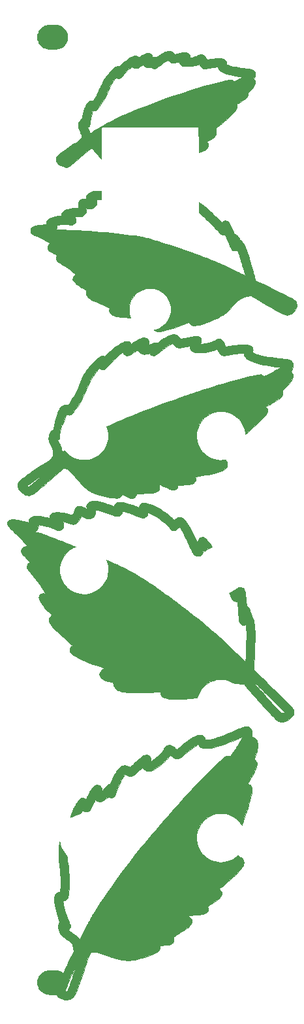
<source format=gbr>
G04 #@! TF.GenerationSoftware,KiCad,Pcbnew,(5.1.2)-2*
G04 #@! TF.CreationDate,2020-04-17T15:17:34-07:00*
G04 #@! TF.ProjectId,panel,70616e65-6c2e-46b6-9963-61645f706362,rev?*
G04 #@! TF.SameCoordinates,Original*
G04 #@! TF.FileFunction,Copper,L1,Top*
G04 #@! TF.FilePolarity,Positive*
%FSLAX46Y46*%
G04 Gerber Fmt 4.6, Leading zero omitted, Abs format (unit mm)*
G04 Created by KiCad (PCBNEW (5.1.2)-2) date 2020-04-17 15:17:34*
%MOMM*%
%LPD*%
G04 APERTURE LIST*
%ADD10C,0.010000*%
%ADD11C,0.100000*%
%ADD12C,3.200000*%
G04 APERTURE END LIST*
D10*
G36*
X12714602Y-28051529D02*
G01*
X12874411Y-28131693D01*
X12964910Y-28206279D01*
X13075383Y-28335306D01*
X13157770Y-28483520D01*
X13214267Y-28657798D01*
X13247073Y-28865020D01*
X13258384Y-29112065D01*
X13258424Y-29125217D01*
X13258800Y-29408734D01*
X13366750Y-29426711D01*
X13532400Y-29479275D01*
X13682036Y-29576083D01*
X13809263Y-29711498D01*
X13907684Y-29879883D01*
X13923524Y-29917463D01*
X13947030Y-29983197D01*
X13963134Y-30048618D01*
X13973185Y-30125504D01*
X13978531Y-30225630D01*
X13980523Y-30360773D01*
X13980675Y-30416500D01*
X13977846Y-30576973D01*
X13968036Y-30731063D01*
X13949721Y-30886311D01*
X13921378Y-31050256D01*
X13881486Y-31230442D01*
X13828519Y-31434409D01*
X13760957Y-31669698D01*
X13677275Y-31943851D01*
X13663044Y-31989415D01*
X13619681Y-32130802D01*
X13591543Y-32230989D01*
X13577263Y-32296789D01*
X13575471Y-32335015D01*
X13584800Y-32352479D01*
X13589696Y-32354730D01*
X13644330Y-32388187D01*
X13712538Y-32452208D01*
X13782770Y-32533204D01*
X13843477Y-32617588D01*
X13883110Y-32691770D01*
X13887929Y-32705622D01*
X13910175Y-32800719D01*
X13916200Y-32894265D01*
X13904714Y-32998300D01*
X13874428Y-33124865D01*
X13826575Y-33278420D01*
X13734815Y-33523537D01*
X13613274Y-33799049D01*
X13465937Y-34097403D01*
X13296794Y-34411042D01*
X13109831Y-34732413D01*
X12909036Y-35053960D01*
X12810081Y-35204400D01*
X12648631Y-35445700D01*
X12803551Y-35491717D01*
X12931862Y-35542676D01*
X13036856Y-35617585D01*
X13067146Y-35646409D01*
X13139794Y-35732828D01*
X13196222Y-35832827D01*
X13236145Y-35949513D01*
X13259278Y-36085995D01*
X13265338Y-36245379D01*
X13254041Y-36430772D01*
X13225102Y-36645282D01*
X13178238Y-36892015D01*
X13113163Y-37174080D01*
X13029594Y-37494583D01*
X12927247Y-37856631D01*
X12837295Y-38159613D01*
X12801883Y-38274243D01*
X12754124Y-38424824D01*
X12696159Y-38604919D01*
X12630124Y-38808086D01*
X12558159Y-39027885D01*
X12482404Y-39257877D01*
X12404995Y-39491622D01*
X12328074Y-39722679D01*
X12253777Y-39944608D01*
X12184245Y-40150970D01*
X12121615Y-40335325D01*
X12068027Y-40491232D01*
X12025619Y-40612251D01*
X11996530Y-40691943D01*
X11994690Y-40696735D01*
X11948229Y-40816971D01*
X11841960Y-40655336D01*
X11736002Y-40511005D01*
X11601295Y-40352636D01*
X11451205Y-40194594D01*
X11299099Y-40051248D01*
X11211001Y-39977134D01*
X10883400Y-39747713D01*
X10536841Y-39563667D01*
X10175420Y-39425172D01*
X9803233Y-39332405D01*
X9424378Y-39285541D01*
X9042949Y-39284757D01*
X8663043Y-39330228D01*
X8288758Y-39422130D01*
X7924189Y-39560640D01*
X7573432Y-39745932D01*
X7463270Y-39816137D01*
X7154684Y-40051037D01*
X6879368Y-40320614D01*
X6639551Y-40620222D01*
X6437463Y-40945213D01*
X6275334Y-41290943D01*
X6155394Y-41652765D01*
X6079872Y-42026033D01*
X6050999Y-42406101D01*
X6064716Y-42730189D01*
X6127482Y-43135300D01*
X6234318Y-43515409D01*
X6385920Y-43871955D01*
X6582983Y-44206378D01*
X6826203Y-44520119D01*
X7033920Y-44737516D01*
X7341291Y-45000328D01*
X7670137Y-45217166D01*
X8019614Y-45387694D01*
X8388881Y-45511575D01*
X8777096Y-45588472D01*
X9183415Y-45618047D01*
X9234048Y-45618400D01*
X9637308Y-45594011D01*
X10025926Y-45521045D01*
X10399101Y-45399803D01*
X10756030Y-45230588D01*
X11095911Y-45013701D01*
X11324917Y-44832247D01*
X11494992Y-44685867D01*
X11570367Y-44810929D01*
X11625973Y-44890285D01*
X11690138Y-44948177D01*
X11781382Y-45000548D01*
X11802622Y-45010863D01*
X11951549Y-45100283D01*
X12062403Y-45212352D01*
X12146718Y-45358774D01*
X12147703Y-45360983D01*
X12180797Y-45481446D01*
X12190999Y-45629688D01*
X12179137Y-45788566D01*
X12146035Y-45940933D01*
X12115809Y-46023259D01*
X12039022Y-46164230D01*
X11922161Y-46332363D01*
X11766936Y-46525935D01*
X11575061Y-46743223D01*
X11348248Y-46982502D01*
X11088210Y-47242049D01*
X10796659Y-47520142D01*
X10475309Y-47815055D01*
X10125871Y-48125067D01*
X9750058Y-48448453D01*
X9482519Y-48673280D01*
X9322363Y-48807202D01*
X9198361Y-48912442D01*
X9107155Y-48992243D01*
X9045385Y-49049849D01*
X9009692Y-49088504D01*
X8996716Y-49111451D01*
X9003098Y-49121933D01*
X9016116Y-49123600D01*
X9060682Y-49143186D01*
X9120525Y-49193876D01*
X9184200Y-49263571D01*
X9240265Y-49340169D01*
X9268343Y-49390321D01*
X9310697Y-49525384D01*
X9321800Y-49664436D01*
X9315058Y-49768461D01*
X9292719Y-49867349D01*
X9251615Y-49964405D01*
X9188578Y-50062931D01*
X9100437Y-50166232D01*
X8984025Y-50277611D01*
X8836172Y-50400371D01*
X8653710Y-50537817D01*
X8433470Y-50693253D01*
X8172284Y-50869980D01*
X8153400Y-50882559D01*
X7991568Y-50990422D01*
X7843254Y-51089575D01*
X7713786Y-51176432D01*
X7608491Y-51247408D01*
X7532696Y-51298917D01*
X7491732Y-51327373D01*
X7486258Y-51331529D01*
X7483943Y-51363455D01*
X7502579Y-51420181D01*
X7510046Y-51436081D01*
X7548098Y-51551468D01*
X7564632Y-51687662D01*
X7557762Y-51819458D01*
X7543349Y-51880866D01*
X7482384Y-51997661D01*
X7383297Y-52110450D01*
X7258131Y-52207239D01*
X7165260Y-52257351D01*
X7092817Y-52286026D01*
X7007917Y-52311576D01*
X6905444Y-52334731D01*
X6780283Y-52356221D01*
X6627318Y-52376774D01*
X6441434Y-52397122D01*
X6217515Y-52417992D01*
X5950445Y-52440115D01*
X5803900Y-52451510D01*
X5615394Y-52466351D01*
X5440401Y-52480934D01*
X5286224Y-52494586D01*
X5160170Y-52506636D01*
X5069546Y-52516411D01*
X5021656Y-52523238D01*
X5019776Y-52523664D01*
X4946852Y-52541431D01*
X5053185Y-52615120D01*
X5219224Y-52750928D01*
X5345966Y-52898920D01*
X5430693Y-53054105D01*
X5470685Y-53211491D01*
X5463223Y-53366087D01*
X5462972Y-53367267D01*
X5438211Y-53464429D01*
X5405259Y-53554207D01*
X5360486Y-53640029D01*
X5300263Y-53725324D01*
X5220960Y-53813519D01*
X5118950Y-53908043D01*
X4990602Y-54012323D01*
X4832287Y-54129788D01*
X4640376Y-54263864D01*
X4411241Y-54417981D01*
X4210654Y-54550174D01*
X4039895Y-54662195D01*
X3865217Y-54777072D01*
X3696628Y-54888206D01*
X3544133Y-54988993D01*
X3417739Y-55072833D01*
X3355024Y-55114643D01*
X3247469Y-55186565D01*
X3154563Y-55248679D01*
X3084745Y-55295345D01*
X3046453Y-55320920D01*
X3042632Y-55323466D01*
X3037327Y-55353764D01*
X3045666Y-55418326D01*
X3064237Y-55497128D01*
X3090882Y-55677915D01*
X3067583Y-55849520D01*
X2994256Y-56012482D01*
X2981939Y-56031712D01*
X2924813Y-56105348D01*
X2856222Y-56166510D01*
X2770747Y-56216755D01*
X2662968Y-56257643D01*
X2527463Y-56290732D01*
X2358813Y-56317582D01*
X2151596Y-56339751D01*
X1900393Y-56358798D01*
X1828800Y-56363334D01*
X1640860Y-56374984D01*
X1497836Y-56384611D01*
X1393938Y-56393319D01*
X1323378Y-56402211D01*
X1280366Y-56412391D01*
X1259113Y-56424965D01*
X1253832Y-56441035D01*
X1258733Y-56461707D01*
X1262206Y-56471396D01*
X1272807Y-56525766D01*
X1279949Y-56611121D01*
X1281989Y-56695941D01*
X1270350Y-56825725D01*
X1233810Y-56940876D01*
X1168175Y-57045650D01*
X1069253Y-57144298D01*
X932852Y-57241075D01*
X754778Y-57340235D01*
X551964Y-57436585D01*
X170312Y-57597741D01*
X-240957Y-57752869D01*
X-665672Y-57896611D01*
X-1087659Y-58023611D01*
X-1490746Y-58128513D01*
X-1638300Y-58162054D01*
X-2014612Y-58237001D01*
X-2355994Y-58289322D01*
X-2673072Y-58318871D01*
X-2976471Y-58325502D01*
X-3276818Y-58309067D01*
X-3584737Y-58269420D01*
X-3910855Y-58206416D01*
X-4241800Y-58126207D01*
X-4323124Y-58104555D01*
X-4405280Y-58081688D01*
X-4492640Y-58056170D01*
X-4589572Y-58026563D01*
X-4700449Y-57991431D01*
X-4829640Y-57949338D01*
X-4981515Y-57898847D01*
X-5160445Y-57838523D01*
X-5370800Y-57766927D01*
X-5616951Y-57682624D01*
X-5903268Y-57584178D01*
X-6159500Y-57495885D01*
X-6431295Y-57405312D01*
X-6663610Y-57335198D01*
X-6862841Y-57284183D01*
X-7035383Y-57250903D01*
X-7187630Y-57233996D01*
X-7325979Y-57232099D01*
X-7381829Y-57235480D01*
X-7482103Y-57246331D01*
X-7569863Y-57260322D01*
X-7625229Y-57274159D01*
X-7663537Y-57301919D01*
X-7708405Y-57359618D01*
X-7760576Y-57449121D01*
X-7820794Y-57572290D01*
X-7889802Y-57730989D01*
X-7968342Y-57927082D01*
X-8057160Y-58162432D01*
X-8156996Y-58438903D01*
X-8268596Y-58758359D01*
X-8392701Y-59122663D01*
X-8530056Y-59533679D01*
X-8548182Y-59588400D01*
X-8712360Y-60081688D01*
X-8863092Y-60528522D01*
X-9001280Y-60931179D01*
X-9127823Y-61291939D01*
X-9243622Y-61613078D01*
X-9349577Y-61896876D01*
X-9446588Y-62145610D01*
X-9535555Y-62361558D01*
X-9617378Y-62546998D01*
X-9692959Y-62704209D01*
X-9763196Y-62835468D01*
X-9828990Y-62943054D01*
X-9891242Y-63029246D01*
X-9922552Y-63066411D01*
X-10080249Y-63205181D01*
X-10272037Y-63308424D01*
X-10494810Y-63375212D01*
X-10745463Y-63404616D01*
X-11020890Y-63395710D01*
X-11023600Y-63395441D01*
X-11255789Y-63356309D01*
X-11480562Y-63288589D01*
X-11687374Y-63196973D01*
X-11865681Y-63086152D01*
X-12004937Y-62960818D01*
X-12007898Y-62957459D01*
X-12130874Y-62784057D01*
X-12205599Y-62598854D01*
X-12232352Y-62400023D01*
X-12218194Y-62255126D01*
X-11069851Y-62255126D01*
X-10989576Y-62278372D01*
X-10860289Y-62303572D01*
X-10766675Y-62293658D01*
X-10707577Y-62248502D01*
X-10706786Y-62247311D01*
X-10670456Y-62181357D01*
X-10620258Y-62074971D01*
X-10559346Y-61935586D01*
X-10490873Y-61770634D01*
X-10417991Y-61587547D01*
X-10343854Y-61393758D01*
X-10337644Y-61377162D01*
X-10300133Y-61274412D01*
X-10252412Y-61140071D01*
X-10196323Y-60979615D01*
X-10133706Y-60798522D01*
X-10066404Y-60602270D01*
X-9996256Y-60396335D01*
X-9925105Y-60186195D01*
X-9854790Y-59977327D01*
X-9787154Y-59775208D01*
X-9724036Y-59585316D01*
X-9667279Y-59413128D01*
X-9618723Y-59264122D01*
X-9580209Y-59143774D01*
X-9553578Y-59057562D01*
X-9540671Y-59010964D01*
X-9540044Y-59004200D01*
X-9553658Y-59026152D01*
X-9587200Y-59088696D01*
X-9638130Y-59186859D01*
X-9703913Y-59315669D01*
X-9782011Y-59470153D01*
X-9869886Y-59645340D01*
X-9965002Y-59836258D01*
X-9977507Y-59861450D01*
X-10169969Y-60251433D01*
X-10340201Y-60600993D01*
X-10490165Y-60914374D01*
X-10621823Y-61195825D01*
X-10737137Y-61449589D01*
X-10838068Y-61679915D01*
X-10926577Y-61891047D01*
X-10998383Y-62071113D01*
X-11069851Y-62255126D01*
X-12218194Y-62255126D01*
X-12211413Y-62185737D01*
X-12155832Y-61988700D01*
X-12089596Y-61809059D01*
X-12015798Y-61619975D01*
X-11932898Y-61418127D01*
X-11839360Y-61200193D01*
X-11733644Y-60962853D01*
X-11614212Y-60702784D01*
X-11479527Y-60416667D01*
X-11328049Y-60101179D01*
X-11158240Y-59753000D01*
X-10968562Y-59368809D01*
X-10757476Y-58945284D01*
X-10608702Y-58648600D01*
X-9874821Y-57188100D01*
X-9890176Y-56983530D01*
X-9912210Y-56802995D01*
X-9949868Y-56612054D01*
X-9998461Y-56430810D01*
X-10053300Y-56279365D01*
X-10055770Y-56273731D01*
X-10105318Y-56183256D01*
X-10177000Y-56089837D01*
X-10275364Y-55989221D01*
X-10404958Y-55877151D01*
X-10570331Y-55749373D01*
X-10768736Y-55606740D01*
X-10980783Y-55456550D01*
X-11154719Y-55329515D01*
X-11295350Y-55221614D01*
X-11407485Y-55128825D01*
X-11495929Y-55047126D01*
X-11565492Y-54972495D01*
X-11620979Y-54900910D01*
X-11632464Y-54884143D01*
X-11752164Y-54661658D01*
X-11834723Y-54410486D01*
X-11877401Y-54139318D01*
X-11880151Y-54098233D01*
X-11885882Y-53922069D01*
X-11879640Y-53784272D01*
X-11859412Y-53673393D01*
X-11823187Y-53577986D01*
X-11773922Y-53493918D01*
X-11689064Y-53367819D01*
X-11789148Y-53093559D01*
X-11892637Y-52795214D01*
X-11995837Y-52470291D01*
X-12095092Y-52132026D01*
X-12186746Y-51793653D01*
X-12267143Y-51468405D01*
X-12332627Y-51169516D01*
X-12359627Y-51028600D01*
X-12382161Y-50864172D01*
X-12397396Y-50669351D01*
X-12403807Y-50464214D01*
X-12403903Y-50444400D01*
X-12399465Y-50248529D01*
X-12383078Y-50091061D01*
X-12351678Y-49960377D01*
X-12302203Y-49844863D01*
X-12231589Y-49732904D01*
X-12207827Y-49700893D01*
X-12113021Y-49607229D01*
X-11986907Y-49524129D01*
X-11848973Y-49462651D01*
X-11741492Y-49436236D01*
X-11673471Y-49422331D01*
X-11639422Y-49396146D01*
X-11622521Y-49344511D01*
X-11622183Y-49342832D01*
X-11617928Y-49298837D01*
X-11613187Y-49210668D01*
X-11608179Y-49084948D01*
X-11603127Y-48928301D01*
X-11598249Y-48747346D01*
X-11593768Y-48548708D01*
X-11591132Y-48410985D01*
X-11586785Y-47961917D01*
X-11590999Y-47553189D01*
X-11604458Y-47174956D01*
X-11627842Y-46817371D01*
X-11661832Y-46470591D01*
X-11707112Y-46124769D01*
X-11764361Y-45770061D01*
X-11780069Y-45681900D01*
X-11800880Y-45564045D01*
X-11817020Y-45461990D01*
X-11829062Y-45366608D01*
X-11837577Y-45268774D01*
X-11843136Y-45159360D01*
X-11846312Y-45029240D01*
X-11847676Y-44869287D01*
X-11847800Y-44670377D01*
X-11847682Y-44602400D01*
X-11846448Y-44367436D01*
X-11843424Y-44172549D01*
X-11838053Y-44007031D01*
X-11829775Y-43860175D01*
X-11818035Y-43721271D01*
X-11802272Y-43579614D01*
X-11789013Y-43476557D01*
X-11763062Y-43288024D01*
X-11741780Y-43146970D01*
X-11724311Y-43050376D01*
X-11709798Y-42995221D01*
X-11697382Y-42978487D01*
X-11686206Y-42997155D01*
X-11675414Y-43048203D01*
X-11672557Y-43066461D01*
X-11615234Y-43322815D01*
X-11520148Y-43594950D01*
X-11392732Y-43871914D01*
X-11238423Y-44142757D01*
X-11062654Y-44396527D01*
X-10935544Y-44551600D01*
X-10850162Y-44652068D01*
X-10794560Y-44730327D01*
X-10762514Y-44800008D01*
X-10747802Y-44874742D01*
X-10744202Y-44968163D01*
X-10744200Y-44970796D01*
X-10739824Y-45046537D01*
X-10727834Y-45158483D01*
X-10709938Y-45292899D01*
X-10687845Y-45436054D01*
X-10682004Y-45470793D01*
X-10629629Y-45791263D01*
X-10586484Y-46090147D01*
X-10551825Y-46377231D01*
X-10524906Y-46662304D01*
X-10504985Y-46955155D01*
X-10491316Y-47265572D01*
X-10483155Y-47603343D01*
X-10479758Y-47978257D01*
X-10479562Y-48133000D01*
X-10481622Y-48502053D01*
X-10487620Y-48825466D01*
X-10497893Y-49108270D01*
X-10512780Y-49355497D01*
X-10532619Y-49572178D01*
X-10557749Y-49763347D01*
X-10588507Y-49934033D01*
X-10605863Y-50012256D01*
X-10671292Y-50208682D01*
X-10765432Y-50363639D01*
X-10889350Y-50478279D01*
X-11044114Y-50553754D01*
X-11128609Y-50576190D01*
X-11211246Y-50594713D01*
X-11255773Y-50612697D01*
X-11273961Y-50639208D01*
X-11277585Y-50683310D01*
X-11277600Y-50690917D01*
X-11272390Y-50746293D01*
X-11258110Y-50839377D01*
X-11236790Y-50958304D01*
X-11210461Y-51091211D01*
X-11203231Y-51125714D01*
X-11125862Y-51461199D01*
X-11034034Y-51809486D01*
X-10930981Y-52160746D01*
X-10819934Y-52505151D01*
X-10704124Y-52832871D01*
X-10586786Y-53134078D01*
X-10471149Y-53398943D01*
X-10422670Y-53499382D01*
X-10371817Y-53609318D01*
X-10329539Y-53715861D01*
X-10302199Y-53802299D01*
X-10296339Y-53831091D01*
X-10301896Y-53956288D01*
X-10346011Y-54089376D01*
X-10422107Y-54214932D01*
X-10492863Y-54291883D01*
X-10591053Y-54380592D01*
X-10356477Y-54537274D01*
X-10031493Y-54762550D01*
X-9753921Y-54972548D01*
X-9523949Y-55167107D01*
X-9341765Y-55346065D01*
X-9207557Y-55509257D01*
X-9175992Y-55556196D01*
X-9101467Y-55673710D01*
X-8659934Y-54779905D01*
X-8482856Y-54422891D01*
X-8323436Y-54104937D01*
X-8177909Y-53819042D01*
X-8042508Y-53558204D01*
X-7913468Y-53315421D01*
X-7787021Y-53083693D01*
X-7659402Y-52856019D01*
X-7526844Y-52625397D01*
X-7385582Y-52384825D01*
X-7243199Y-52146200D01*
X-6861487Y-51525168D01*
X-6443268Y-50872542D01*
X-5990104Y-50190369D01*
X-5503551Y-49480696D01*
X-4985170Y-48745569D01*
X-4436520Y-47987037D01*
X-3859158Y-47207146D01*
X-3254646Y-46407942D01*
X-2624541Y-45591473D01*
X-1970402Y-44759785D01*
X-1293790Y-43914926D01*
X-596261Y-43058943D01*
X120623Y-42193883D01*
X855305Y-41321792D01*
X1606225Y-40444717D01*
X2120013Y-39852600D01*
X2283667Y-39665542D01*
X2469567Y-39453993D01*
X2673593Y-39222580D01*
X2891620Y-38975932D01*
X3119528Y-38718677D01*
X3353194Y-38455444D01*
X3588496Y-38190861D01*
X3821313Y-37929557D01*
X4047522Y-37676159D01*
X4263001Y-37435297D01*
X4463628Y-37211598D01*
X4645281Y-37009692D01*
X4803838Y-36834207D01*
X4935177Y-36689770D01*
X4992780Y-36626913D01*
X5452292Y-36131752D01*
X5920743Y-35635345D01*
X6393563Y-35142275D01*
X6866182Y-34657126D01*
X7334028Y-34184481D01*
X7792530Y-33728923D01*
X8237118Y-33295035D01*
X8663221Y-32887401D01*
X9066267Y-32510604D01*
X9410700Y-32196991D01*
X9538029Y-32084172D01*
X9636442Y-32001073D01*
X9713620Y-31942180D01*
X9777241Y-31901978D01*
X9834985Y-31874952D01*
X9880600Y-31859555D01*
X9942513Y-31842270D01*
X9993656Y-31833156D01*
X10045778Y-31833378D01*
X10110628Y-31844100D01*
X10199955Y-31866488D01*
X10325509Y-31901707D01*
X10336112Y-31904727D01*
X10369946Y-31889955D01*
X10427265Y-31836903D01*
X10504616Y-31750360D01*
X10598550Y-31635118D01*
X10705615Y-31495967D01*
X10822360Y-31337697D01*
X10945333Y-31165099D01*
X11071084Y-30982963D01*
X11196162Y-30796080D01*
X11317116Y-30609241D01*
X11430493Y-30427235D01*
X11532845Y-30254853D01*
X11563779Y-30200600D01*
X11639008Y-30064928D01*
X11715040Y-29923949D01*
X11788194Y-29784925D01*
X11854792Y-29655114D01*
X11911154Y-29541778D01*
X11953603Y-29452175D01*
X11978457Y-29393567D01*
X11982935Y-29373469D01*
X11958263Y-29380879D01*
X11893659Y-29406470D01*
X11795500Y-29447542D01*
X11670165Y-29501394D01*
X11524031Y-29565326D01*
X11403517Y-29618758D01*
X10798017Y-29881157D01*
X10227867Y-30112785D01*
X9693511Y-30313525D01*
X9195392Y-30483258D01*
X8733952Y-30621866D01*
X8309636Y-30729231D01*
X7922886Y-30805234D01*
X7574145Y-30849759D01*
X7263857Y-30862686D01*
X6992464Y-30843899D01*
X6879742Y-30824348D01*
X6721490Y-30781930D01*
X6593383Y-30723863D01*
X6478002Y-30640033D01*
X6359744Y-30522315D01*
X6211471Y-30359597D01*
X6020385Y-30478156D01*
X5853729Y-30586791D01*
X5657647Y-30723356D01*
X5440298Y-30881601D01*
X5209838Y-31055276D01*
X4974423Y-31238129D01*
X4742211Y-31423911D01*
X4521357Y-31606372D01*
X4320019Y-31779262D01*
X4304014Y-31793363D01*
X4160305Y-31918210D01*
X4045397Y-32012469D01*
X3951818Y-32081122D01*
X3872099Y-32129149D01*
X3798771Y-32161533D01*
X3724365Y-32183254D01*
X3716807Y-32184980D01*
X3547841Y-32201321D01*
X3370530Y-32175347D01*
X3181565Y-32105946D01*
X2977634Y-31992005D01*
X2823679Y-31884756D01*
X2741474Y-31824800D01*
X2676042Y-31779791D01*
X2636772Y-31756053D01*
X2629831Y-31754187D01*
X2611881Y-31776480D01*
X2569530Y-31829845D01*
X2509787Y-31905432D01*
X2462104Y-31965900D01*
X2299535Y-32157503D01*
X2102244Y-32365971D01*
X1879549Y-32582849D01*
X1640770Y-32799687D01*
X1395226Y-33008031D01*
X1152237Y-33199429D01*
X921122Y-33365428D01*
X912775Y-33371071D01*
X628974Y-33547839D01*
X364953Y-33682362D01*
X121781Y-33774369D01*
X-99473Y-33823587D01*
X-297740Y-33829744D01*
X-471953Y-33792566D01*
X-566338Y-33748268D01*
X-681197Y-33658792D01*
X-784295Y-33538738D01*
X-859070Y-33408101D01*
X-869028Y-33382853D01*
X-892657Y-33327356D01*
X-911289Y-33300002D01*
X-913184Y-33299400D01*
X-935296Y-33315728D01*
X-989121Y-33361359D01*
X-1068932Y-33431261D01*
X-1169003Y-33520402D01*
X-1283606Y-33623749D01*
X-1320832Y-33657561D01*
X-1556595Y-33869680D01*
X-1758368Y-34046053D01*
X-1927298Y-34187624D01*
X-2064531Y-34295338D01*
X-2171211Y-34370137D01*
X-2221310Y-34399761D01*
X-2287761Y-34428894D01*
X-2362225Y-34445907D01*
X-2460820Y-34453551D01*
X-2544012Y-34454795D01*
X-2646650Y-34453727D01*
X-2723448Y-34447295D01*
X-2791077Y-34431159D01*
X-2866206Y-34400979D01*
X-2965505Y-34352416D01*
X-2995177Y-34337344D01*
X-3226430Y-34219589D01*
X-3374201Y-34440509D01*
X-3488191Y-34622246D01*
X-3608143Y-34836078D01*
X-3735350Y-35084737D01*
X-3871100Y-35370956D01*
X-4016684Y-35697468D01*
X-4173393Y-36067005D01*
X-4342515Y-36482301D01*
X-4366784Y-36543066D01*
X-4433030Y-36707394D01*
X-4485519Y-36831840D01*
X-4528263Y-36924111D01*
X-4565275Y-36991917D01*
X-4600566Y-37042967D01*
X-4638149Y-37084968D01*
X-4659411Y-37105314D01*
X-4795367Y-37198155D01*
X-4948834Y-37243919D01*
X-5115852Y-37241570D01*
X-5153404Y-37234626D01*
X-5236284Y-37212149D01*
X-5303831Y-37185752D01*
X-5323837Y-37174186D01*
X-5349987Y-37161385D01*
X-5380091Y-37166177D01*
X-5423316Y-37193622D01*
X-5488830Y-37248779D01*
X-5536183Y-37291397D01*
X-5769846Y-37483647D01*
X-5993450Y-37626481D01*
X-6206845Y-37719870D01*
X-6409884Y-37763780D01*
X-6602418Y-37758183D01*
X-6784298Y-37703046D01*
X-6955376Y-37598338D01*
X-6965558Y-37590266D01*
X-7023499Y-37546450D01*
X-7062980Y-37521743D01*
X-7072463Y-37519600D01*
X-7085506Y-37543753D01*
X-7118272Y-37607339D01*
X-7167724Y-37704375D01*
X-7230822Y-37828880D01*
X-7304526Y-37974870D01*
X-7385799Y-38136365D01*
X-7386671Y-38138100D01*
X-7472192Y-38306424D01*
X-7554585Y-38465120D01*
X-7629898Y-38606841D01*
X-7694181Y-38724244D01*
X-7743484Y-38809983D01*
X-7771623Y-38853792D01*
X-7882305Y-38964743D01*
X-8017791Y-39041077D01*
X-8167802Y-39081914D01*
X-8322061Y-39086374D01*
X-8470291Y-39053577D01*
X-8602213Y-38982645D01*
X-8661400Y-38929929D01*
X-8706881Y-38885691D01*
X-8737058Y-38863150D01*
X-8739738Y-38862438D01*
X-8756084Y-38883743D01*
X-8787710Y-38941291D01*
X-8829224Y-39024926D01*
X-8854038Y-39077757D01*
X-8905977Y-39184935D01*
X-8946409Y-39253050D01*
X-8981452Y-39290682D01*
X-9017000Y-39306369D01*
X-9306697Y-39371414D01*
X-9557064Y-39442408D01*
X-9779533Y-39523336D01*
X-9985537Y-39618187D01*
X-10118014Y-39690341D01*
X-10206468Y-39740068D01*
X-10276677Y-39777071D01*
X-10318418Y-39796080D01*
X-10325390Y-39797220D01*
X-10321488Y-39769749D01*
X-10301277Y-39703137D01*
X-10267732Y-39605240D01*
X-10223828Y-39483912D01*
X-10172538Y-39347012D01*
X-10116839Y-39202394D01*
X-10059704Y-39057915D01*
X-10004108Y-38921430D01*
X-9953026Y-38800797D01*
X-9920093Y-38726816D01*
X-9789534Y-38457306D01*
X-9654110Y-38205921D01*
X-9517089Y-37977405D01*
X-9381738Y-37776500D01*
X-9251323Y-37607946D01*
X-9129112Y-37476487D01*
X-9018372Y-37386865D01*
X-8982663Y-37366124D01*
X-8824560Y-37311684D01*
X-8658799Y-37301702D01*
X-8498393Y-37336057D01*
X-8421537Y-37371337D01*
X-8352939Y-37408897D01*
X-8304981Y-37433691D01*
X-8290998Y-37439600D01*
X-8277634Y-37417972D01*
X-8244781Y-37357342D01*
X-8195776Y-37264091D01*
X-8133955Y-37144599D01*
X-8062655Y-37005249D01*
X-8022025Y-36925250D01*
X-7864309Y-36622875D01*
X-7719797Y-36365954D01*
X-7585913Y-36151652D01*
X-7460085Y-35977133D01*
X-7339738Y-35839562D01*
X-7222298Y-35736105D01*
X-7105191Y-35663927D01*
X-6985844Y-35620193D01*
X-6861683Y-35602067D01*
X-6819900Y-35601217D01*
X-6649888Y-35626120D01*
X-6499163Y-35695253D01*
X-6372101Y-35804283D01*
X-6273079Y-35948877D01*
X-6206473Y-36124704D01*
X-6185825Y-36228976D01*
X-6174432Y-36301326D01*
X-6162552Y-36331465D01*
X-6142771Y-36327506D01*
X-6116202Y-36305176D01*
X-6080990Y-36268427D01*
X-6021760Y-36201057D01*
X-5946263Y-36112090D01*
X-5862250Y-36010545D01*
X-5846962Y-35991800D01*
X-5720851Y-35838024D01*
X-5620102Y-35719288D01*
X-5538838Y-35630571D01*
X-5471183Y-35566853D01*
X-5411261Y-35523113D01*
X-5353196Y-35494332D01*
X-5291110Y-35475487D01*
X-5228105Y-35463073D01*
X-5126090Y-35445657D01*
X-4943552Y-35039278D01*
X-4756857Y-34639463D01*
X-4577719Y-34288544D01*
X-4405305Y-33985315D01*
X-4238784Y-33728570D01*
X-4077322Y-33517103D01*
X-3920086Y-33349707D01*
X-3766245Y-33225177D01*
X-3642521Y-33154424D01*
X-3442486Y-33088892D01*
X-3234034Y-33071956D01*
X-3024264Y-33103836D01*
X-2936188Y-33132321D01*
X-2835388Y-33173152D01*
X-2741642Y-33215883D01*
X-2677108Y-33250202D01*
X-2593340Y-33301973D01*
X-2255520Y-32997474D01*
X-2117721Y-32873180D01*
X-1957653Y-32728660D01*
X-1790688Y-32577802D01*
X-1632199Y-32434493D01*
X-1549400Y-32359567D01*
X-1327503Y-32163804D01*
X-1133877Y-32004877D01*
X-964349Y-31880534D01*
X-814744Y-31788524D01*
X-680886Y-31726595D01*
X-558602Y-31692496D01*
X-443717Y-31683974D01*
X-332055Y-31698779D01*
X-326598Y-31700064D01*
X-174404Y-31760774D01*
X-38416Y-31860736D01*
X66145Y-31988414D01*
X75933Y-32005186D01*
X109326Y-32073752D01*
X128697Y-32142596D01*
X137554Y-32229534D01*
X139433Y-32327740D01*
X140421Y-32423716D01*
X142821Y-32496577D01*
X146178Y-32534475D01*
X147443Y-32537290D01*
X170623Y-32524158D01*
X224599Y-32489412D01*
X298296Y-32440205D01*
X308291Y-32433429D01*
X518089Y-32281455D01*
X741522Y-32102834D01*
X968108Y-31907106D01*
X1187367Y-31703816D01*
X1388817Y-31502503D01*
X1561978Y-31312710D01*
X1632407Y-31227956D01*
X1711061Y-31119950D01*
X1787689Y-30998663D01*
X1847528Y-30887724D01*
X1854627Y-30872356D01*
X1943235Y-30704971D01*
X2042064Y-30583289D01*
X2158361Y-30502299D01*
X2299372Y-30456991D01*
X2472341Y-30442354D01*
X2476500Y-30442339D01*
X2596767Y-30448084D01*
X2706235Y-30468712D01*
X2813958Y-30508480D01*
X2928990Y-30571644D01*
X3060383Y-30662461D01*
X3217192Y-30785188D01*
X3232839Y-30797926D01*
X3341663Y-30885327D01*
X3419078Y-30943317D01*
X3471852Y-30975994D01*
X3506756Y-30987455D01*
X3530559Y-30981799D01*
X3533397Y-30979870D01*
X3565909Y-30954001D01*
X3629813Y-30901516D01*
X3717687Y-30828571D01*
X3822106Y-30741320D01*
X3901697Y-30674500D01*
X4214093Y-30417703D01*
X4521474Y-30176629D01*
X4819966Y-29953854D01*
X5105695Y-29751954D01*
X5374787Y-29573505D01*
X5623368Y-29421084D01*
X5847562Y-29297265D01*
X6043497Y-29204626D01*
X6195860Y-29149035D01*
X6400350Y-29110062D01*
X6594603Y-29114713D01*
X6771881Y-29162107D01*
X6914508Y-29242941D01*
X6994892Y-29320890D01*
X7068762Y-29422739D01*
X7126640Y-29532164D01*
X7159050Y-29632841D01*
X7162800Y-29670603D01*
X7169934Y-29719211D01*
X7201097Y-29744802D01*
X7255273Y-29758446D01*
X7321151Y-29762975D01*
X7420613Y-29760646D01*
X7536997Y-29752087D01*
X7596922Y-29745594D01*
X7861516Y-29703574D01*
X8158676Y-29637512D01*
X8489629Y-29546975D01*
X8855601Y-29431530D01*
X9257820Y-29290742D01*
X9697514Y-29124179D01*
X10175909Y-28931406D01*
X10694232Y-28711990D01*
X11253711Y-28465497D01*
X11379200Y-28409055D01*
X11547358Y-28333862D01*
X11712709Y-28261194D01*
X11865438Y-28195270D01*
X11995729Y-28140310D01*
X12093766Y-28100531D01*
X12122881Y-28089396D01*
X12337601Y-28030209D01*
X12535254Y-28017644D01*
X12714602Y-28051529D01*
X12714602Y-28051529D01*
G37*
X12714602Y-28051529D02*
X12874411Y-28131693D01*
X12964910Y-28206279D01*
X13075383Y-28335306D01*
X13157770Y-28483520D01*
X13214267Y-28657798D01*
X13247073Y-28865020D01*
X13258384Y-29112065D01*
X13258424Y-29125217D01*
X13258800Y-29408734D01*
X13366750Y-29426711D01*
X13532400Y-29479275D01*
X13682036Y-29576083D01*
X13809263Y-29711498D01*
X13907684Y-29879883D01*
X13923524Y-29917463D01*
X13947030Y-29983197D01*
X13963134Y-30048618D01*
X13973185Y-30125504D01*
X13978531Y-30225630D01*
X13980523Y-30360773D01*
X13980675Y-30416500D01*
X13977846Y-30576973D01*
X13968036Y-30731063D01*
X13949721Y-30886311D01*
X13921378Y-31050256D01*
X13881486Y-31230442D01*
X13828519Y-31434409D01*
X13760957Y-31669698D01*
X13677275Y-31943851D01*
X13663044Y-31989415D01*
X13619681Y-32130802D01*
X13591543Y-32230989D01*
X13577263Y-32296789D01*
X13575471Y-32335015D01*
X13584800Y-32352479D01*
X13589696Y-32354730D01*
X13644330Y-32388187D01*
X13712538Y-32452208D01*
X13782770Y-32533204D01*
X13843477Y-32617588D01*
X13883110Y-32691770D01*
X13887929Y-32705622D01*
X13910175Y-32800719D01*
X13916200Y-32894265D01*
X13904714Y-32998300D01*
X13874428Y-33124865D01*
X13826575Y-33278420D01*
X13734815Y-33523537D01*
X13613274Y-33799049D01*
X13465937Y-34097403D01*
X13296794Y-34411042D01*
X13109831Y-34732413D01*
X12909036Y-35053960D01*
X12810081Y-35204400D01*
X12648631Y-35445700D01*
X12803551Y-35491717D01*
X12931862Y-35542676D01*
X13036856Y-35617585D01*
X13067146Y-35646409D01*
X13139794Y-35732828D01*
X13196222Y-35832827D01*
X13236145Y-35949513D01*
X13259278Y-36085995D01*
X13265338Y-36245379D01*
X13254041Y-36430772D01*
X13225102Y-36645282D01*
X13178238Y-36892015D01*
X13113163Y-37174080D01*
X13029594Y-37494583D01*
X12927247Y-37856631D01*
X12837295Y-38159613D01*
X12801883Y-38274243D01*
X12754124Y-38424824D01*
X12696159Y-38604919D01*
X12630124Y-38808086D01*
X12558159Y-39027885D01*
X12482404Y-39257877D01*
X12404995Y-39491622D01*
X12328074Y-39722679D01*
X12253777Y-39944608D01*
X12184245Y-40150970D01*
X12121615Y-40335325D01*
X12068027Y-40491232D01*
X12025619Y-40612251D01*
X11996530Y-40691943D01*
X11994690Y-40696735D01*
X11948229Y-40816971D01*
X11841960Y-40655336D01*
X11736002Y-40511005D01*
X11601295Y-40352636D01*
X11451205Y-40194594D01*
X11299099Y-40051248D01*
X11211001Y-39977134D01*
X10883400Y-39747713D01*
X10536841Y-39563667D01*
X10175420Y-39425172D01*
X9803233Y-39332405D01*
X9424378Y-39285541D01*
X9042949Y-39284757D01*
X8663043Y-39330228D01*
X8288758Y-39422130D01*
X7924189Y-39560640D01*
X7573432Y-39745932D01*
X7463270Y-39816137D01*
X7154684Y-40051037D01*
X6879368Y-40320614D01*
X6639551Y-40620222D01*
X6437463Y-40945213D01*
X6275334Y-41290943D01*
X6155394Y-41652765D01*
X6079872Y-42026033D01*
X6050999Y-42406101D01*
X6064716Y-42730189D01*
X6127482Y-43135300D01*
X6234318Y-43515409D01*
X6385920Y-43871955D01*
X6582983Y-44206378D01*
X6826203Y-44520119D01*
X7033920Y-44737516D01*
X7341291Y-45000328D01*
X7670137Y-45217166D01*
X8019614Y-45387694D01*
X8388881Y-45511575D01*
X8777096Y-45588472D01*
X9183415Y-45618047D01*
X9234048Y-45618400D01*
X9637308Y-45594011D01*
X10025926Y-45521045D01*
X10399101Y-45399803D01*
X10756030Y-45230588D01*
X11095911Y-45013701D01*
X11324917Y-44832247D01*
X11494992Y-44685867D01*
X11570367Y-44810929D01*
X11625973Y-44890285D01*
X11690138Y-44948177D01*
X11781382Y-45000548D01*
X11802622Y-45010863D01*
X11951549Y-45100283D01*
X12062403Y-45212352D01*
X12146718Y-45358774D01*
X12147703Y-45360983D01*
X12180797Y-45481446D01*
X12190999Y-45629688D01*
X12179137Y-45788566D01*
X12146035Y-45940933D01*
X12115809Y-46023259D01*
X12039022Y-46164230D01*
X11922161Y-46332363D01*
X11766936Y-46525935D01*
X11575061Y-46743223D01*
X11348248Y-46982502D01*
X11088210Y-47242049D01*
X10796659Y-47520142D01*
X10475309Y-47815055D01*
X10125871Y-48125067D01*
X9750058Y-48448453D01*
X9482519Y-48673280D01*
X9322363Y-48807202D01*
X9198361Y-48912442D01*
X9107155Y-48992243D01*
X9045385Y-49049849D01*
X9009692Y-49088504D01*
X8996716Y-49111451D01*
X9003098Y-49121933D01*
X9016116Y-49123600D01*
X9060682Y-49143186D01*
X9120525Y-49193876D01*
X9184200Y-49263571D01*
X9240265Y-49340169D01*
X9268343Y-49390321D01*
X9310697Y-49525384D01*
X9321800Y-49664436D01*
X9315058Y-49768461D01*
X9292719Y-49867349D01*
X9251615Y-49964405D01*
X9188578Y-50062931D01*
X9100437Y-50166232D01*
X8984025Y-50277611D01*
X8836172Y-50400371D01*
X8653710Y-50537817D01*
X8433470Y-50693253D01*
X8172284Y-50869980D01*
X8153400Y-50882559D01*
X7991568Y-50990422D01*
X7843254Y-51089575D01*
X7713786Y-51176432D01*
X7608491Y-51247408D01*
X7532696Y-51298917D01*
X7491732Y-51327373D01*
X7486258Y-51331529D01*
X7483943Y-51363455D01*
X7502579Y-51420181D01*
X7510046Y-51436081D01*
X7548098Y-51551468D01*
X7564632Y-51687662D01*
X7557762Y-51819458D01*
X7543349Y-51880866D01*
X7482384Y-51997661D01*
X7383297Y-52110450D01*
X7258131Y-52207239D01*
X7165260Y-52257351D01*
X7092817Y-52286026D01*
X7007917Y-52311576D01*
X6905444Y-52334731D01*
X6780283Y-52356221D01*
X6627318Y-52376774D01*
X6441434Y-52397122D01*
X6217515Y-52417992D01*
X5950445Y-52440115D01*
X5803900Y-52451510D01*
X5615394Y-52466351D01*
X5440401Y-52480934D01*
X5286224Y-52494586D01*
X5160170Y-52506636D01*
X5069546Y-52516411D01*
X5021656Y-52523238D01*
X5019776Y-52523664D01*
X4946852Y-52541431D01*
X5053185Y-52615120D01*
X5219224Y-52750928D01*
X5345966Y-52898920D01*
X5430693Y-53054105D01*
X5470685Y-53211491D01*
X5463223Y-53366087D01*
X5462972Y-53367267D01*
X5438211Y-53464429D01*
X5405259Y-53554207D01*
X5360486Y-53640029D01*
X5300263Y-53725324D01*
X5220960Y-53813519D01*
X5118950Y-53908043D01*
X4990602Y-54012323D01*
X4832287Y-54129788D01*
X4640376Y-54263864D01*
X4411241Y-54417981D01*
X4210654Y-54550174D01*
X4039895Y-54662195D01*
X3865217Y-54777072D01*
X3696628Y-54888206D01*
X3544133Y-54988993D01*
X3417739Y-55072833D01*
X3355024Y-55114643D01*
X3247469Y-55186565D01*
X3154563Y-55248679D01*
X3084745Y-55295345D01*
X3046453Y-55320920D01*
X3042632Y-55323466D01*
X3037327Y-55353764D01*
X3045666Y-55418326D01*
X3064237Y-55497128D01*
X3090882Y-55677915D01*
X3067583Y-55849520D01*
X2994256Y-56012482D01*
X2981939Y-56031712D01*
X2924813Y-56105348D01*
X2856222Y-56166510D01*
X2770747Y-56216755D01*
X2662968Y-56257643D01*
X2527463Y-56290732D01*
X2358813Y-56317582D01*
X2151596Y-56339751D01*
X1900393Y-56358798D01*
X1828800Y-56363334D01*
X1640860Y-56374984D01*
X1497836Y-56384611D01*
X1393938Y-56393319D01*
X1323378Y-56402211D01*
X1280366Y-56412391D01*
X1259113Y-56424965D01*
X1253832Y-56441035D01*
X1258733Y-56461707D01*
X1262206Y-56471396D01*
X1272807Y-56525766D01*
X1279949Y-56611121D01*
X1281989Y-56695941D01*
X1270350Y-56825725D01*
X1233810Y-56940876D01*
X1168175Y-57045650D01*
X1069253Y-57144298D01*
X932852Y-57241075D01*
X754778Y-57340235D01*
X551964Y-57436585D01*
X170312Y-57597741D01*
X-240957Y-57752869D01*
X-665672Y-57896611D01*
X-1087659Y-58023611D01*
X-1490746Y-58128513D01*
X-1638300Y-58162054D01*
X-2014612Y-58237001D01*
X-2355994Y-58289322D01*
X-2673072Y-58318871D01*
X-2976471Y-58325502D01*
X-3276818Y-58309067D01*
X-3584737Y-58269420D01*
X-3910855Y-58206416D01*
X-4241800Y-58126207D01*
X-4323124Y-58104555D01*
X-4405280Y-58081688D01*
X-4492640Y-58056170D01*
X-4589572Y-58026563D01*
X-4700449Y-57991431D01*
X-4829640Y-57949338D01*
X-4981515Y-57898847D01*
X-5160445Y-57838523D01*
X-5370800Y-57766927D01*
X-5616951Y-57682624D01*
X-5903268Y-57584178D01*
X-6159500Y-57495885D01*
X-6431295Y-57405312D01*
X-6663610Y-57335198D01*
X-6862841Y-57284183D01*
X-7035383Y-57250903D01*
X-7187630Y-57233996D01*
X-7325979Y-57232099D01*
X-7381829Y-57235480D01*
X-7482103Y-57246331D01*
X-7569863Y-57260322D01*
X-7625229Y-57274159D01*
X-7663537Y-57301919D01*
X-7708405Y-57359618D01*
X-7760576Y-57449121D01*
X-7820794Y-57572290D01*
X-7889802Y-57730989D01*
X-7968342Y-57927082D01*
X-8057160Y-58162432D01*
X-8156996Y-58438903D01*
X-8268596Y-58758359D01*
X-8392701Y-59122663D01*
X-8530056Y-59533679D01*
X-8548182Y-59588400D01*
X-8712360Y-60081688D01*
X-8863092Y-60528522D01*
X-9001280Y-60931179D01*
X-9127823Y-61291939D01*
X-9243622Y-61613078D01*
X-9349577Y-61896876D01*
X-9446588Y-62145610D01*
X-9535555Y-62361558D01*
X-9617378Y-62546998D01*
X-9692959Y-62704209D01*
X-9763196Y-62835468D01*
X-9828990Y-62943054D01*
X-9891242Y-63029246D01*
X-9922552Y-63066411D01*
X-10080249Y-63205181D01*
X-10272037Y-63308424D01*
X-10494810Y-63375212D01*
X-10745463Y-63404616D01*
X-11020890Y-63395710D01*
X-11023600Y-63395441D01*
X-11255789Y-63356309D01*
X-11480562Y-63288589D01*
X-11687374Y-63196973D01*
X-11865681Y-63086152D01*
X-12004937Y-62960818D01*
X-12007898Y-62957459D01*
X-12130874Y-62784057D01*
X-12205599Y-62598854D01*
X-12232352Y-62400023D01*
X-12218194Y-62255126D01*
X-11069851Y-62255126D01*
X-10989576Y-62278372D01*
X-10860289Y-62303572D01*
X-10766675Y-62293658D01*
X-10707577Y-62248502D01*
X-10706786Y-62247311D01*
X-10670456Y-62181357D01*
X-10620258Y-62074971D01*
X-10559346Y-61935586D01*
X-10490873Y-61770634D01*
X-10417991Y-61587547D01*
X-10343854Y-61393758D01*
X-10337644Y-61377162D01*
X-10300133Y-61274412D01*
X-10252412Y-61140071D01*
X-10196323Y-60979615D01*
X-10133706Y-60798522D01*
X-10066404Y-60602270D01*
X-9996256Y-60396335D01*
X-9925105Y-60186195D01*
X-9854790Y-59977327D01*
X-9787154Y-59775208D01*
X-9724036Y-59585316D01*
X-9667279Y-59413128D01*
X-9618723Y-59264122D01*
X-9580209Y-59143774D01*
X-9553578Y-59057562D01*
X-9540671Y-59010964D01*
X-9540044Y-59004200D01*
X-9553658Y-59026152D01*
X-9587200Y-59088696D01*
X-9638130Y-59186859D01*
X-9703913Y-59315669D01*
X-9782011Y-59470153D01*
X-9869886Y-59645340D01*
X-9965002Y-59836258D01*
X-9977507Y-59861450D01*
X-10169969Y-60251433D01*
X-10340201Y-60600993D01*
X-10490165Y-60914374D01*
X-10621823Y-61195825D01*
X-10737137Y-61449589D01*
X-10838068Y-61679915D01*
X-10926577Y-61891047D01*
X-10998383Y-62071113D01*
X-11069851Y-62255126D01*
X-12218194Y-62255126D01*
X-12211413Y-62185737D01*
X-12155832Y-61988700D01*
X-12089596Y-61809059D01*
X-12015798Y-61619975D01*
X-11932898Y-61418127D01*
X-11839360Y-61200193D01*
X-11733644Y-60962853D01*
X-11614212Y-60702784D01*
X-11479527Y-60416667D01*
X-11328049Y-60101179D01*
X-11158240Y-59753000D01*
X-10968562Y-59368809D01*
X-10757476Y-58945284D01*
X-10608702Y-58648600D01*
X-9874821Y-57188100D01*
X-9890176Y-56983530D01*
X-9912210Y-56802995D01*
X-9949868Y-56612054D01*
X-9998461Y-56430810D01*
X-10053300Y-56279365D01*
X-10055770Y-56273731D01*
X-10105318Y-56183256D01*
X-10177000Y-56089837D01*
X-10275364Y-55989221D01*
X-10404958Y-55877151D01*
X-10570331Y-55749373D01*
X-10768736Y-55606740D01*
X-10980783Y-55456550D01*
X-11154719Y-55329515D01*
X-11295350Y-55221614D01*
X-11407485Y-55128825D01*
X-11495929Y-55047126D01*
X-11565492Y-54972495D01*
X-11620979Y-54900910D01*
X-11632464Y-54884143D01*
X-11752164Y-54661658D01*
X-11834723Y-54410486D01*
X-11877401Y-54139318D01*
X-11880151Y-54098233D01*
X-11885882Y-53922069D01*
X-11879640Y-53784272D01*
X-11859412Y-53673393D01*
X-11823187Y-53577986D01*
X-11773922Y-53493918D01*
X-11689064Y-53367819D01*
X-11789148Y-53093559D01*
X-11892637Y-52795214D01*
X-11995837Y-52470291D01*
X-12095092Y-52132026D01*
X-12186746Y-51793653D01*
X-12267143Y-51468405D01*
X-12332627Y-51169516D01*
X-12359627Y-51028600D01*
X-12382161Y-50864172D01*
X-12397396Y-50669351D01*
X-12403807Y-50464214D01*
X-12403903Y-50444400D01*
X-12399465Y-50248529D01*
X-12383078Y-50091061D01*
X-12351678Y-49960377D01*
X-12302203Y-49844863D01*
X-12231589Y-49732904D01*
X-12207827Y-49700893D01*
X-12113021Y-49607229D01*
X-11986907Y-49524129D01*
X-11848973Y-49462651D01*
X-11741492Y-49436236D01*
X-11673471Y-49422331D01*
X-11639422Y-49396146D01*
X-11622521Y-49344511D01*
X-11622183Y-49342832D01*
X-11617928Y-49298837D01*
X-11613187Y-49210668D01*
X-11608179Y-49084948D01*
X-11603127Y-48928301D01*
X-11598249Y-48747346D01*
X-11593768Y-48548708D01*
X-11591132Y-48410985D01*
X-11586785Y-47961917D01*
X-11590999Y-47553189D01*
X-11604458Y-47174956D01*
X-11627842Y-46817371D01*
X-11661832Y-46470591D01*
X-11707112Y-46124769D01*
X-11764361Y-45770061D01*
X-11780069Y-45681900D01*
X-11800880Y-45564045D01*
X-11817020Y-45461990D01*
X-11829062Y-45366608D01*
X-11837577Y-45268774D01*
X-11843136Y-45159360D01*
X-11846312Y-45029240D01*
X-11847676Y-44869287D01*
X-11847800Y-44670377D01*
X-11847682Y-44602400D01*
X-11846448Y-44367436D01*
X-11843424Y-44172549D01*
X-11838053Y-44007031D01*
X-11829775Y-43860175D01*
X-11818035Y-43721271D01*
X-11802272Y-43579614D01*
X-11789013Y-43476557D01*
X-11763062Y-43288024D01*
X-11741780Y-43146970D01*
X-11724311Y-43050376D01*
X-11709798Y-42995221D01*
X-11697382Y-42978487D01*
X-11686206Y-42997155D01*
X-11675414Y-43048203D01*
X-11672557Y-43066461D01*
X-11615234Y-43322815D01*
X-11520148Y-43594950D01*
X-11392732Y-43871914D01*
X-11238423Y-44142757D01*
X-11062654Y-44396527D01*
X-10935544Y-44551600D01*
X-10850162Y-44652068D01*
X-10794560Y-44730327D01*
X-10762514Y-44800008D01*
X-10747802Y-44874742D01*
X-10744202Y-44968163D01*
X-10744200Y-44970796D01*
X-10739824Y-45046537D01*
X-10727834Y-45158483D01*
X-10709938Y-45292899D01*
X-10687845Y-45436054D01*
X-10682004Y-45470793D01*
X-10629629Y-45791263D01*
X-10586484Y-46090147D01*
X-10551825Y-46377231D01*
X-10524906Y-46662304D01*
X-10504985Y-46955155D01*
X-10491316Y-47265572D01*
X-10483155Y-47603343D01*
X-10479758Y-47978257D01*
X-10479562Y-48133000D01*
X-10481622Y-48502053D01*
X-10487620Y-48825466D01*
X-10497893Y-49108270D01*
X-10512780Y-49355497D01*
X-10532619Y-49572178D01*
X-10557749Y-49763347D01*
X-10588507Y-49934033D01*
X-10605863Y-50012256D01*
X-10671292Y-50208682D01*
X-10765432Y-50363639D01*
X-10889350Y-50478279D01*
X-11044114Y-50553754D01*
X-11128609Y-50576190D01*
X-11211246Y-50594713D01*
X-11255773Y-50612697D01*
X-11273961Y-50639208D01*
X-11277585Y-50683310D01*
X-11277600Y-50690917D01*
X-11272390Y-50746293D01*
X-11258110Y-50839377D01*
X-11236790Y-50958304D01*
X-11210461Y-51091211D01*
X-11203231Y-51125714D01*
X-11125862Y-51461199D01*
X-11034034Y-51809486D01*
X-10930981Y-52160746D01*
X-10819934Y-52505151D01*
X-10704124Y-52832871D01*
X-10586786Y-53134078D01*
X-10471149Y-53398943D01*
X-10422670Y-53499382D01*
X-10371817Y-53609318D01*
X-10329539Y-53715861D01*
X-10302199Y-53802299D01*
X-10296339Y-53831091D01*
X-10301896Y-53956288D01*
X-10346011Y-54089376D01*
X-10422107Y-54214932D01*
X-10492863Y-54291883D01*
X-10591053Y-54380592D01*
X-10356477Y-54537274D01*
X-10031493Y-54762550D01*
X-9753921Y-54972548D01*
X-9523949Y-55167107D01*
X-9341765Y-55346065D01*
X-9207557Y-55509257D01*
X-9175992Y-55556196D01*
X-9101467Y-55673710D01*
X-8659934Y-54779905D01*
X-8482856Y-54422891D01*
X-8323436Y-54104937D01*
X-8177909Y-53819042D01*
X-8042508Y-53558204D01*
X-7913468Y-53315421D01*
X-7787021Y-53083693D01*
X-7659402Y-52856019D01*
X-7526844Y-52625397D01*
X-7385582Y-52384825D01*
X-7243199Y-52146200D01*
X-6861487Y-51525168D01*
X-6443268Y-50872542D01*
X-5990104Y-50190369D01*
X-5503551Y-49480696D01*
X-4985170Y-48745569D01*
X-4436520Y-47987037D01*
X-3859158Y-47207146D01*
X-3254646Y-46407942D01*
X-2624541Y-45591473D01*
X-1970402Y-44759785D01*
X-1293790Y-43914926D01*
X-596261Y-43058943D01*
X120623Y-42193883D01*
X855305Y-41321792D01*
X1606225Y-40444717D01*
X2120013Y-39852600D01*
X2283667Y-39665542D01*
X2469567Y-39453993D01*
X2673593Y-39222580D01*
X2891620Y-38975932D01*
X3119528Y-38718677D01*
X3353194Y-38455444D01*
X3588496Y-38190861D01*
X3821313Y-37929557D01*
X4047522Y-37676159D01*
X4263001Y-37435297D01*
X4463628Y-37211598D01*
X4645281Y-37009692D01*
X4803838Y-36834207D01*
X4935177Y-36689770D01*
X4992780Y-36626913D01*
X5452292Y-36131752D01*
X5920743Y-35635345D01*
X6393563Y-35142275D01*
X6866182Y-34657126D01*
X7334028Y-34184481D01*
X7792530Y-33728923D01*
X8237118Y-33295035D01*
X8663221Y-32887401D01*
X9066267Y-32510604D01*
X9410700Y-32196991D01*
X9538029Y-32084172D01*
X9636442Y-32001073D01*
X9713620Y-31942180D01*
X9777241Y-31901978D01*
X9834985Y-31874952D01*
X9880600Y-31859555D01*
X9942513Y-31842270D01*
X9993656Y-31833156D01*
X10045778Y-31833378D01*
X10110628Y-31844100D01*
X10199955Y-31866488D01*
X10325509Y-31901707D01*
X10336112Y-31904727D01*
X10369946Y-31889955D01*
X10427265Y-31836903D01*
X10504616Y-31750360D01*
X10598550Y-31635118D01*
X10705615Y-31495967D01*
X10822360Y-31337697D01*
X10945333Y-31165099D01*
X11071084Y-30982963D01*
X11196162Y-30796080D01*
X11317116Y-30609241D01*
X11430493Y-30427235D01*
X11532845Y-30254853D01*
X11563779Y-30200600D01*
X11639008Y-30064928D01*
X11715040Y-29923949D01*
X11788194Y-29784925D01*
X11854792Y-29655114D01*
X11911154Y-29541778D01*
X11953603Y-29452175D01*
X11978457Y-29393567D01*
X11982935Y-29373469D01*
X11958263Y-29380879D01*
X11893659Y-29406470D01*
X11795500Y-29447542D01*
X11670165Y-29501394D01*
X11524031Y-29565326D01*
X11403517Y-29618758D01*
X10798017Y-29881157D01*
X10227867Y-30112785D01*
X9693511Y-30313525D01*
X9195392Y-30483258D01*
X8733952Y-30621866D01*
X8309636Y-30729231D01*
X7922886Y-30805234D01*
X7574145Y-30849759D01*
X7263857Y-30862686D01*
X6992464Y-30843899D01*
X6879742Y-30824348D01*
X6721490Y-30781930D01*
X6593383Y-30723863D01*
X6478002Y-30640033D01*
X6359744Y-30522315D01*
X6211471Y-30359597D01*
X6020385Y-30478156D01*
X5853729Y-30586791D01*
X5657647Y-30723356D01*
X5440298Y-30881601D01*
X5209838Y-31055276D01*
X4974423Y-31238129D01*
X4742211Y-31423911D01*
X4521357Y-31606372D01*
X4320019Y-31779262D01*
X4304014Y-31793363D01*
X4160305Y-31918210D01*
X4045397Y-32012469D01*
X3951818Y-32081122D01*
X3872099Y-32129149D01*
X3798771Y-32161533D01*
X3724365Y-32183254D01*
X3716807Y-32184980D01*
X3547841Y-32201321D01*
X3370530Y-32175347D01*
X3181565Y-32105946D01*
X2977634Y-31992005D01*
X2823679Y-31884756D01*
X2741474Y-31824800D01*
X2676042Y-31779791D01*
X2636772Y-31756053D01*
X2629831Y-31754187D01*
X2611881Y-31776480D01*
X2569530Y-31829845D01*
X2509787Y-31905432D01*
X2462104Y-31965900D01*
X2299535Y-32157503D01*
X2102244Y-32365971D01*
X1879549Y-32582849D01*
X1640770Y-32799687D01*
X1395226Y-33008031D01*
X1152237Y-33199429D01*
X921122Y-33365428D01*
X912775Y-33371071D01*
X628974Y-33547839D01*
X364953Y-33682362D01*
X121781Y-33774369D01*
X-99473Y-33823587D01*
X-297740Y-33829744D01*
X-471953Y-33792566D01*
X-566338Y-33748268D01*
X-681197Y-33658792D01*
X-784295Y-33538738D01*
X-859070Y-33408101D01*
X-869028Y-33382853D01*
X-892657Y-33327356D01*
X-911289Y-33300002D01*
X-913184Y-33299400D01*
X-935296Y-33315728D01*
X-989121Y-33361359D01*
X-1068932Y-33431261D01*
X-1169003Y-33520402D01*
X-1283606Y-33623749D01*
X-1320832Y-33657561D01*
X-1556595Y-33869680D01*
X-1758368Y-34046053D01*
X-1927298Y-34187624D01*
X-2064531Y-34295338D01*
X-2171211Y-34370137D01*
X-2221310Y-34399761D01*
X-2287761Y-34428894D01*
X-2362225Y-34445907D01*
X-2460820Y-34453551D01*
X-2544012Y-34454795D01*
X-2646650Y-34453727D01*
X-2723448Y-34447295D01*
X-2791077Y-34431159D01*
X-2866206Y-34400979D01*
X-2965505Y-34352416D01*
X-2995177Y-34337344D01*
X-3226430Y-34219589D01*
X-3374201Y-34440509D01*
X-3488191Y-34622246D01*
X-3608143Y-34836078D01*
X-3735350Y-35084737D01*
X-3871100Y-35370956D01*
X-4016684Y-35697468D01*
X-4173393Y-36067005D01*
X-4342515Y-36482301D01*
X-4366784Y-36543066D01*
X-4433030Y-36707394D01*
X-4485519Y-36831840D01*
X-4528263Y-36924111D01*
X-4565275Y-36991917D01*
X-4600566Y-37042967D01*
X-4638149Y-37084968D01*
X-4659411Y-37105314D01*
X-4795367Y-37198155D01*
X-4948834Y-37243919D01*
X-5115852Y-37241570D01*
X-5153404Y-37234626D01*
X-5236284Y-37212149D01*
X-5303831Y-37185752D01*
X-5323837Y-37174186D01*
X-5349987Y-37161385D01*
X-5380091Y-37166177D01*
X-5423316Y-37193622D01*
X-5488830Y-37248779D01*
X-5536183Y-37291397D01*
X-5769846Y-37483647D01*
X-5993450Y-37626481D01*
X-6206845Y-37719870D01*
X-6409884Y-37763780D01*
X-6602418Y-37758183D01*
X-6784298Y-37703046D01*
X-6955376Y-37598338D01*
X-6965558Y-37590266D01*
X-7023499Y-37546450D01*
X-7062980Y-37521743D01*
X-7072463Y-37519600D01*
X-7085506Y-37543753D01*
X-7118272Y-37607339D01*
X-7167724Y-37704375D01*
X-7230822Y-37828880D01*
X-7304526Y-37974870D01*
X-7385799Y-38136365D01*
X-7386671Y-38138100D01*
X-7472192Y-38306424D01*
X-7554585Y-38465120D01*
X-7629898Y-38606841D01*
X-7694181Y-38724244D01*
X-7743484Y-38809983D01*
X-7771623Y-38853792D01*
X-7882305Y-38964743D01*
X-8017791Y-39041077D01*
X-8167802Y-39081914D01*
X-8322061Y-39086374D01*
X-8470291Y-39053577D01*
X-8602213Y-38982645D01*
X-8661400Y-38929929D01*
X-8706881Y-38885691D01*
X-8737058Y-38863150D01*
X-8739738Y-38862438D01*
X-8756084Y-38883743D01*
X-8787710Y-38941291D01*
X-8829224Y-39024926D01*
X-8854038Y-39077757D01*
X-8905977Y-39184935D01*
X-8946409Y-39253050D01*
X-8981452Y-39290682D01*
X-9017000Y-39306369D01*
X-9306697Y-39371414D01*
X-9557064Y-39442408D01*
X-9779533Y-39523336D01*
X-9985537Y-39618187D01*
X-10118014Y-39690341D01*
X-10206468Y-39740068D01*
X-10276677Y-39777071D01*
X-10318418Y-39796080D01*
X-10325390Y-39797220D01*
X-10321488Y-39769749D01*
X-10301277Y-39703137D01*
X-10267732Y-39605240D01*
X-10223828Y-39483912D01*
X-10172538Y-39347012D01*
X-10116839Y-39202394D01*
X-10059704Y-39057915D01*
X-10004108Y-38921430D01*
X-9953026Y-38800797D01*
X-9920093Y-38726816D01*
X-9789534Y-38457306D01*
X-9654110Y-38205921D01*
X-9517089Y-37977405D01*
X-9381738Y-37776500D01*
X-9251323Y-37607946D01*
X-9129112Y-37476487D01*
X-9018372Y-37386865D01*
X-8982663Y-37366124D01*
X-8824560Y-37311684D01*
X-8658799Y-37301702D01*
X-8498393Y-37336057D01*
X-8421537Y-37371337D01*
X-8352939Y-37408897D01*
X-8304981Y-37433691D01*
X-8290998Y-37439600D01*
X-8277634Y-37417972D01*
X-8244781Y-37357342D01*
X-8195776Y-37264091D01*
X-8133955Y-37144599D01*
X-8062655Y-37005249D01*
X-8022025Y-36925250D01*
X-7864309Y-36622875D01*
X-7719797Y-36365954D01*
X-7585913Y-36151652D01*
X-7460085Y-35977133D01*
X-7339738Y-35839562D01*
X-7222298Y-35736105D01*
X-7105191Y-35663927D01*
X-6985844Y-35620193D01*
X-6861683Y-35602067D01*
X-6819900Y-35601217D01*
X-6649888Y-35626120D01*
X-6499163Y-35695253D01*
X-6372101Y-35804283D01*
X-6273079Y-35948877D01*
X-6206473Y-36124704D01*
X-6185825Y-36228976D01*
X-6174432Y-36301326D01*
X-6162552Y-36331465D01*
X-6142771Y-36327506D01*
X-6116202Y-36305176D01*
X-6080990Y-36268427D01*
X-6021760Y-36201057D01*
X-5946263Y-36112090D01*
X-5862250Y-36010545D01*
X-5846962Y-35991800D01*
X-5720851Y-35838024D01*
X-5620102Y-35719288D01*
X-5538838Y-35630571D01*
X-5471183Y-35566853D01*
X-5411261Y-35523113D01*
X-5353196Y-35494332D01*
X-5291110Y-35475487D01*
X-5228105Y-35463073D01*
X-5126090Y-35445657D01*
X-4943552Y-35039278D01*
X-4756857Y-34639463D01*
X-4577719Y-34288544D01*
X-4405305Y-33985315D01*
X-4238784Y-33728570D01*
X-4077322Y-33517103D01*
X-3920086Y-33349707D01*
X-3766245Y-33225177D01*
X-3642521Y-33154424D01*
X-3442486Y-33088892D01*
X-3234034Y-33071956D01*
X-3024264Y-33103836D01*
X-2936188Y-33132321D01*
X-2835388Y-33173152D01*
X-2741642Y-33215883D01*
X-2677108Y-33250202D01*
X-2593340Y-33301973D01*
X-2255520Y-32997474D01*
X-2117721Y-32873180D01*
X-1957653Y-32728660D01*
X-1790688Y-32577802D01*
X-1632199Y-32434493D01*
X-1549400Y-32359567D01*
X-1327503Y-32163804D01*
X-1133877Y-32004877D01*
X-964349Y-31880534D01*
X-814744Y-31788524D01*
X-680886Y-31726595D01*
X-558602Y-31692496D01*
X-443717Y-31683974D01*
X-332055Y-31698779D01*
X-326598Y-31700064D01*
X-174404Y-31760774D01*
X-38416Y-31860736D01*
X66145Y-31988414D01*
X75933Y-32005186D01*
X109326Y-32073752D01*
X128697Y-32142596D01*
X137554Y-32229534D01*
X139433Y-32327740D01*
X140421Y-32423716D01*
X142821Y-32496577D01*
X146178Y-32534475D01*
X147443Y-32537290D01*
X170623Y-32524158D01*
X224599Y-32489412D01*
X298296Y-32440205D01*
X308291Y-32433429D01*
X518089Y-32281455D01*
X741522Y-32102834D01*
X968108Y-31907106D01*
X1187367Y-31703816D01*
X1388817Y-31502503D01*
X1561978Y-31312710D01*
X1632407Y-31227956D01*
X1711061Y-31119950D01*
X1787689Y-30998663D01*
X1847528Y-30887724D01*
X1854627Y-30872356D01*
X1943235Y-30704971D01*
X2042064Y-30583289D01*
X2158361Y-30502299D01*
X2299372Y-30456991D01*
X2472341Y-30442354D01*
X2476500Y-30442339D01*
X2596767Y-30448084D01*
X2706235Y-30468712D01*
X2813958Y-30508480D01*
X2928990Y-30571644D01*
X3060383Y-30662461D01*
X3217192Y-30785188D01*
X3232839Y-30797926D01*
X3341663Y-30885327D01*
X3419078Y-30943317D01*
X3471852Y-30975994D01*
X3506756Y-30987455D01*
X3530559Y-30981799D01*
X3533397Y-30979870D01*
X3565909Y-30954001D01*
X3629813Y-30901516D01*
X3717687Y-30828571D01*
X3822106Y-30741320D01*
X3901697Y-30674500D01*
X4214093Y-30417703D01*
X4521474Y-30176629D01*
X4819966Y-29953854D01*
X5105695Y-29751954D01*
X5374787Y-29573505D01*
X5623368Y-29421084D01*
X5847562Y-29297265D01*
X6043497Y-29204626D01*
X6195860Y-29149035D01*
X6400350Y-29110062D01*
X6594603Y-29114713D01*
X6771881Y-29162107D01*
X6914508Y-29242941D01*
X6994892Y-29320890D01*
X7068762Y-29422739D01*
X7126640Y-29532164D01*
X7159050Y-29632841D01*
X7162800Y-29670603D01*
X7169934Y-29719211D01*
X7201097Y-29744802D01*
X7255273Y-29758446D01*
X7321151Y-29762975D01*
X7420613Y-29760646D01*
X7536997Y-29752087D01*
X7596922Y-29745594D01*
X7861516Y-29703574D01*
X8158676Y-29637512D01*
X8489629Y-29546975D01*
X8855601Y-29431530D01*
X9257820Y-29290742D01*
X9697514Y-29124179D01*
X10175909Y-28931406D01*
X10694232Y-28711990D01*
X11253711Y-28465497D01*
X11379200Y-28409055D01*
X11547358Y-28333862D01*
X11712709Y-28261194D01*
X11865438Y-28195270D01*
X11995729Y-28140310D01*
X12093766Y-28100531D01*
X12122881Y-28089396D01*
X12337601Y-28030209D01*
X12535254Y-28017644D01*
X12714602Y-28051529D01*
G36*
X-7061433Y1151569D02*
G01*
X-6928467Y1144740D01*
X-6808586Y1130957D01*
X-6682974Y1108189D01*
X-6565900Y1082185D01*
X-6241242Y998809D01*
X-5879713Y891822D01*
X-5488223Y763379D01*
X-5093033Y622778D01*
X-4951845Y571174D01*
X-4828198Y526794D01*
X-4729496Y492230D01*
X-4663146Y470072D01*
X-4636554Y462911D01*
X-4636385Y463013D01*
X-4627326Y489358D01*
X-4609856Y547287D01*
X-4602189Y573752D01*
X-4535696Y722912D01*
X-4432735Y849553D01*
X-4303808Y940811D01*
X-4301781Y941819D01*
X-4244228Y967846D01*
X-4188407Y985238D01*
X-4122165Y995660D01*
X-4033350Y1000779D01*
X-3909809Y1002258D01*
X-3860800Y1002234D01*
X-3655635Y993924D01*
X-3439227Y968943D01*
X-3206248Y925957D01*
X-2951369Y863637D01*
X-2669262Y780651D01*
X-2354598Y675667D01*
X-2002048Y547353D01*
X-1927573Y519174D01*
X-1755284Y453540D01*
X-1624817Y404153D01*
X-1530384Y369544D01*
X-1466194Y348243D01*
X-1426460Y338782D01*
X-1405393Y339692D01*
X-1397204Y349504D01*
X-1396103Y366748D01*
X-1396443Y384388D01*
X-1381958Y458575D01*
X-1345626Y553245D01*
X-1296534Y648585D01*
X-1243769Y724782D01*
X-1236674Y732722D01*
X-1115639Y825658D01*
X-958531Y884768D01*
X-767221Y910001D01*
X-543581Y901308D01*
X-289485Y858636D01*
X-6804Y781935D01*
X38100Y767442D01*
X277384Y676557D01*
X545189Y553458D01*
X834766Y402490D01*
X1139363Y227999D01*
X1452234Y34332D01*
X1766627Y-174166D01*
X2075794Y-393149D01*
X2372985Y-618269D01*
X2651451Y-845183D01*
X2904443Y-1069543D01*
X2934124Y-1097366D01*
X3137748Y-1289528D01*
X3238924Y-1203107D01*
X3316850Y-1145257D01*
X3417256Y-1082135D01*
X3501841Y-1035983D01*
X3683264Y-969938D01*
X3865401Y-952815D01*
X4048711Y-984867D01*
X4233653Y-1066347D01*
X4420685Y-1197507D01*
X4610267Y-1378602D01*
X4802858Y-1609883D01*
X4968068Y-1844301D01*
X5071941Y-2012647D01*
X5191119Y-2225470D01*
X5323888Y-2479385D01*
X5468528Y-2771008D01*
X5623324Y-3096951D01*
X5786559Y-3453830D01*
X5803913Y-3492500D01*
X5880867Y-3663463D01*
X5951771Y-3819429D01*
X6013810Y-3954327D01*
X6064165Y-4062084D01*
X6100022Y-4136629D01*
X6118564Y-4171890D01*
X6119823Y-4173574D01*
X6137573Y-4163280D01*
X6162797Y-4115299D01*
X6183525Y-4059274D01*
X6263660Y-3873401D01*
X6369636Y-3723230D01*
X6496562Y-3611346D01*
X6639545Y-3540330D01*
X6793695Y-3512768D01*
X6954118Y-3531242D01*
X7086600Y-3582392D01*
X7174833Y-3642838D01*
X7284339Y-3744741D01*
X7416168Y-3889166D01*
X7560859Y-4064000D01*
X7633258Y-4156043D01*
X7714697Y-4261919D01*
X7799532Y-4374004D01*
X7882118Y-4484672D01*
X7956810Y-4586298D01*
X8017962Y-4671257D01*
X8059930Y-4731923D01*
X8077068Y-4760673D01*
X8077200Y-4761450D01*
X8055843Y-4776987D01*
X7999087Y-4807480D01*
X7917903Y-4847138D01*
X7891609Y-4859409D01*
X7587240Y-5022158D01*
X7287790Y-5225377D01*
X7271614Y-5237659D01*
X7139129Y-5338843D01*
X7076461Y-5266571D01*
X7013793Y-5194300D01*
X6972360Y-5295900D01*
X6888721Y-5485699D01*
X6807982Y-5633498D01*
X6724233Y-5747324D01*
X6631569Y-5835208D01*
X6524131Y-5905152D01*
X6430899Y-5949766D01*
X6346186Y-5971832D01*
X6242828Y-5977907D01*
X6223000Y-5977835D01*
X6043291Y-5954049D01*
X5880893Y-5885020D01*
X5733253Y-5769213D01*
X5597818Y-5605095D01*
X5594246Y-5599891D01*
X5551929Y-5529857D01*
X5492078Y-5419059D01*
X5417521Y-5273271D01*
X5331089Y-5098270D01*
X5235608Y-4899832D01*
X5133908Y-4683732D01*
X5028817Y-4455746D01*
X4965349Y-4315736D01*
X4830759Y-4020753D01*
X4696025Y-3732747D01*
X4563860Y-3457128D01*
X4436980Y-3199306D01*
X4318097Y-2964690D01*
X4209926Y-2758690D01*
X4115181Y-2586714D01*
X4036575Y-2454174D01*
X4012963Y-2417474D01*
X3856051Y-2180649D01*
X3686975Y-2343872D01*
X3542745Y-2470802D01*
X3411219Y-2558029D01*
X3282180Y-2611186D01*
X3159717Y-2634555D01*
X3021180Y-2637063D01*
X2896553Y-2611415D01*
X2779386Y-2553567D01*
X2663225Y-2459477D01*
X2541618Y-2325100D01*
X2429881Y-2177210D01*
X2315314Y-2036972D01*
X2160330Y-1878801D01*
X1970253Y-1706867D01*
X1750404Y-1525344D01*
X1506105Y-1338405D01*
X1242678Y-1150222D01*
X965444Y-964967D01*
X679726Y-786813D01*
X584200Y-730125D01*
X468843Y-664557D01*
X340490Y-594889D01*
X207752Y-525420D01*
X79239Y-460450D01*
X-36436Y-404278D01*
X-130664Y-361204D01*
X-194833Y-335528D01*
X-216752Y-330200D01*
X-239426Y-352701D01*
X-259221Y-409061D01*
X-264090Y-433899D01*
X-313506Y-598697D01*
X-402344Y-751865D01*
X-521399Y-881317D01*
X-661468Y-974967D01*
X-683953Y-985279D01*
X-763754Y-1007507D01*
X-869598Y-1021196D01*
X-939800Y-1023771D01*
X-1016480Y-1020839D01*
X-1087570Y-1010322D01*
X-1165526Y-988676D01*
X-1262805Y-952354D01*
X-1391865Y-897813D01*
X-1409700Y-890040D01*
X-1735589Y-750687D01*
X-2038345Y-627909D01*
X-2339090Y-513335D01*
X-2578100Y-427022D01*
X-2709797Y-381695D01*
X-2854334Y-334053D01*
X-3002694Y-286832D01*
X-3145859Y-242769D01*
X-3274810Y-204604D01*
X-3380530Y-175072D01*
X-3454000Y-156912D01*
X-3482781Y-152400D01*
X-3502352Y-173764D01*
X-3534482Y-229645D01*
X-3570430Y-304098D01*
X-3644488Y-430249D01*
X-3748497Y-557203D01*
X-3867152Y-668561D01*
X-3984290Y-747484D01*
X-4056435Y-779853D01*
X-4130237Y-800572D01*
X-4211387Y-808636D01*
X-4305574Y-803039D01*
X-4418487Y-782777D01*
X-4555815Y-746845D01*
X-4723248Y-694238D01*
X-4926476Y-623952D01*
X-5156200Y-540508D01*
X-5470475Y-425669D01*
X-5743412Y-328129D01*
X-5980704Y-245982D01*
X-6188045Y-177322D01*
X-6371128Y-120246D01*
X-6535646Y-72847D01*
X-6624767Y-49048D01*
X-6774367Y-10289D01*
X-6881725Y14583D01*
X-6954122Y22985D01*
X-6998843Y12335D01*
X-7023170Y-19947D01*
X-7034385Y-76445D01*
X-7039773Y-159740D01*
X-7041692Y-196850D01*
X-7069636Y-418933D01*
X-7128927Y-606544D01*
X-7222264Y-767161D01*
X-7267760Y-823287D01*
X-7397769Y-946475D01*
X-7545122Y-1035099D01*
X-7723820Y-1097203D01*
X-7760267Y-1106156D01*
X-7915316Y-1131094D01*
X-8064428Y-1129283D01*
X-8217177Y-1098507D01*
X-8383134Y-1036547D01*
X-8571871Y-941185D01*
X-8640330Y-902273D01*
X-8728897Y-851474D01*
X-8799587Y-812174D01*
X-8841911Y-790145D01*
X-8849021Y-787400D01*
X-8865243Y-808114D01*
X-8899316Y-863512D01*
X-8945141Y-943477D01*
X-8967681Y-984250D01*
X-9107796Y-1224145D01*
X-9241905Y-1418828D01*
X-9373923Y-1572906D01*
X-9507762Y-1690991D01*
X-9636901Y-1772339D01*
X-9774233Y-1822128D01*
X-9929439Y-1843781D01*
X-10084386Y-1836878D01*
X-10220938Y-1801001D01*
X-10251854Y-1786527D01*
X-10320864Y-1755782D01*
X-10421038Y-1718354D01*
X-10543636Y-1676782D01*
X-10679917Y-1633601D01*
X-10821141Y-1591349D01*
X-10958569Y-1552562D01*
X-11083460Y-1519777D01*
X-11187075Y-1495530D01*
X-11260672Y-1482359D01*
X-11295512Y-1482800D01*
X-11296270Y-1483402D01*
X-11293582Y-1510280D01*
X-11277466Y-1571393D01*
X-11253469Y-1647234D01*
X-11218548Y-1793521D01*
X-11203634Y-1953612D01*
X-11209252Y-2107876D01*
X-11235923Y-2236681D01*
X-11237640Y-2241601D01*
X-11317442Y-2393601D01*
X-11433490Y-2514793D01*
X-11578045Y-2599781D01*
X-11743365Y-2643172D01*
X-11820271Y-2647696D01*
X-11892564Y-2644974D01*
X-11959006Y-2634518D01*
X-12031826Y-2612506D01*
X-12123252Y-2575117D01*
X-12245515Y-2518527D01*
X-12268200Y-2507701D01*
X-12580726Y-2371646D01*
X-12929764Y-2243416D01*
X-13301146Y-2127355D01*
X-13680706Y-2027805D01*
X-14054274Y-1949111D01*
X-14138547Y-1934302D01*
X-14414500Y-1887755D01*
X-14444129Y-2075932D01*
X-14499949Y-2295048D01*
X-14592054Y-2489331D01*
X-14715997Y-2653895D01*
X-14867335Y-2783854D01*
X-15041622Y-2874321D01*
X-15209285Y-2917217D01*
X-15324841Y-2933747D01*
X-15232895Y-2983263D01*
X-15172705Y-3013269D01*
X-15136714Y-3018641D01*
X-15105004Y-2999924D01*
X-15090556Y-2987174D01*
X-15001650Y-2931504D01*
X-14883313Y-2890807D01*
X-14756252Y-2871868D01*
X-14736915Y-2871314D01*
X-14682999Y-2875906D01*
X-14606429Y-2891247D01*
X-14504120Y-2918353D01*
X-14372983Y-2958237D01*
X-14209930Y-3011915D01*
X-14011874Y-3080402D01*
X-13775727Y-3164713D01*
X-13498401Y-3265861D01*
X-13195300Y-3377985D01*
X-12942381Y-3472481D01*
X-12674090Y-3573536D01*
X-12394671Y-3679494D01*
X-12108366Y-3788701D01*
X-11819419Y-3899501D01*
X-11532071Y-4010239D01*
X-11250566Y-4119260D01*
X-10979147Y-4224909D01*
X-10722055Y-4325531D01*
X-10483535Y-4419470D01*
X-10267828Y-4505073D01*
X-10079178Y-4580683D01*
X-9921827Y-4644646D01*
X-9800018Y-4695306D01*
X-9717994Y-4731008D01*
X-9683354Y-4747987D01*
X-9655707Y-4768067D01*
X-9672833Y-4774267D01*
X-9678117Y-4774427D01*
X-9732264Y-4788138D01*
X-9819625Y-4824653D01*
X-9930817Y-4879094D01*
X-10056455Y-4946587D01*
X-10187158Y-5022255D01*
X-10313541Y-5101224D01*
X-10337800Y-5117202D01*
X-10526370Y-5258125D01*
X-10722366Y-5431878D01*
X-10912426Y-5624936D01*
X-11083189Y-5823778D01*
X-11214682Y-6004662D01*
X-11404607Y-6335238D01*
X-11551841Y-6681314D01*
X-11660778Y-7053506D01*
X-11675163Y-7117179D01*
X-11700125Y-7275317D01*
X-11716044Y-7468177D01*
X-11722916Y-7680495D01*
X-11720734Y-7897004D01*
X-11709494Y-8102438D01*
X-11689189Y-8281530D01*
X-11675600Y-8356600D01*
X-11566297Y-8752745D01*
X-11412936Y-9124723D01*
X-11217146Y-9470284D01*
X-10980557Y-9787180D01*
X-10704800Y-10073165D01*
X-10391505Y-10325989D01*
X-10121900Y-10498856D01*
X-9772574Y-10672434D01*
X-9412465Y-10798559D01*
X-9045464Y-10878415D01*
X-8675463Y-10913183D01*
X-8306354Y-10904045D01*
X-7942029Y-10852182D01*
X-7586380Y-10758779D01*
X-7243299Y-10625015D01*
X-6916677Y-10452074D01*
X-6610406Y-10241137D01*
X-6328379Y-9993386D01*
X-6074486Y-9710004D01*
X-5852621Y-9392173D01*
X-5725319Y-9163502D01*
X-5591628Y-8867257D01*
X-5495004Y-8576518D01*
X-5431599Y-8276082D01*
X-5397568Y-7950744D01*
X-5392607Y-7848600D01*
X-5393585Y-7533717D01*
X-5423452Y-7242083D01*
X-5485116Y-6953292D01*
X-5551490Y-6733710D01*
X-5586524Y-6626687D01*
X-5613684Y-6539215D01*
X-5629951Y-6481330D01*
X-5632984Y-6462909D01*
X-5607301Y-6470104D01*
X-5540517Y-6497200D01*
X-5437281Y-6542022D01*
X-5302244Y-6602394D01*
X-5140057Y-6676142D01*
X-4955369Y-6761090D01*
X-4752832Y-6855063D01*
X-4537096Y-6955887D01*
X-4312811Y-7061385D01*
X-4084628Y-7169384D01*
X-3857198Y-7277708D01*
X-3635170Y-7384182D01*
X-3423196Y-7486630D01*
X-3225926Y-7582878D01*
X-3048010Y-7670751D01*
X-3009900Y-7689756D01*
X-2660201Y-7866016D01*
X-2347953Y-8027038D01*
X-2064109Y-8178046D01*
X-1799626Y-8324267D01*
X-1545457Y-8470927D01*
X-1292559Y-8623253D01*
X-1031885Y-8786470D01*
X-754391Y-8965804D01*
X-451032Y-9166481D01*
X-431800Y-9179321D01*
X-13831Y-9461914D01*
X437634Y-9773447D01*
X917323Y-10110035D01*
X1419965Y-10467789D01*
X1940286Y-10842821D01*
X2473016Y-11231246D01*
X3012882Y-11629174D01*
X3554612Y-12032720D01*
X4092935Y-12437995D01*
X4622579Y-12841113D01*
X5138271Y-13238185D01*
X5634740Y-13625325D01*
X6106714Y-13998645D01*
X6139731Y-14024982D01*
X6562161Y-14363505D01*
X6956613Y-14682650D01*
X7327833Y-14986627D01*
X7680564Y-15279647D01*
X8019551Y-15565916D01*
X8349540Y-15849646D01*
X8675275Y-16135044D01*
X9001500Y-16426321D01*
X9332961Y-16727685D01*
X9674401Y-17043345D01*
X10030567Y-17377510D01*
X10406203Y-17734391D01*
X10806053Y-18118195D01*
X11234862Y-18533132D01*
X11374679Y-18669000D01*
X11548601Y-18837912D01*
X11714905Y-18998959D01*
X11869302Y-19148020D01*
X12007500Y-19280973D01*
X12125209Y-19393696D01*
X12218138Y-19482066D01*
X12281998Y-19541964D01*
X12307083Y-19564724D01*
X12416851Y-19660348D01*
X12431389Y-19526624D01*
X12435378Y-19472009D01*
X12440670Y-19371932D01*
X12447076Y-19231706D01*
X12454407Y-19056649D01*
X12462471Y-18852073D01*
X12471079Y-18623296D01*
X12480041Y-18375631D01*
X12489168Y-18114395D01*
X12498269Y-17844901D01*
X12507155Y-17572466D01*
X12515635Y-17302404D01*
X12523520Y-17040031D01*
X12530619Y-16790661D01*
X12535082Y-16624300D01*
X12538818Y-16395855D01*
X12538729Y-16158132D01*
X12535136Y-15919319D01*
X12528359Y-15687604D01*
X12518721Y-15471175D01*
X12506542Y-15278221D01*
X12492142Y-15116930D01*
X12475845Y-14995490D01*
X12470025Y-14965185D01*
X12450361Y-14887154D01*
X12431273Y-14850298D01*
X12407145Y-14845371D01*
X12399066Y-14848303D01*
X12237950Y-14894034D01*
X12077548Y-14895744D01*
X11926164Y-14857062D01*
X11792102Y-14781614D01*
X11683666Y-14673029D01*
X11609158Y-14534933D01*
X11597317Y-14498050D01*
X11582383Y-14436701D01*
X11568285Y-14359627D01*
X11554636Y-14262579D01*
X11541048Y-14141309D01*
X11527136Y-13991568D01*
X11512512Y-13809107D01*
X11496789Y-13589678D01*
X11479580Y-13329032D01*
X11460499Y-13022920D01*
X11455542Y-12941300D01*
X11442794Y-12733611D01*
X11430346Y-12536677D01*
X11418680Y-12357676D01*
X11408277Y-12203789D01*
X11399618Y-12082197D01*
X11393184Y-12000082D01*
X11390715Y-11973857D01*
X11376571Y-11844615D01*
X11193735Y-11845304D01*
X11007027Y-11824918D01*
X10847007Y-11761910D01*
X10713054Y-11655776D01*
X10604550Y-11506010D01*
X10520877Y-11312107D01*
X10513860Y-11290300D01*
X10474450Y-11171444D01*
X10426473Y-11036568D01*
X10384287Y-10925132D01*
X10350636Y-10837011D01*
X10327008Y-10769622D01*
X10317410Y-10734582D01*
X10317734Y-10732180D01*
X10342196Y-10719701D01*
X10403199Y-10689948D01*
X10491400Y-10647445D01*
X10591800Y-10599417D01*
X10724492Y-10531777D01*
X10864318Y-10453365D01*
X10990600Y-10376070D01*
X11051279Y-10335168D01*
X11140584Y-10271884D01*
X11217289Y-10217916D01*
X11269742Y-10181445D01*
X11282666Y-10172700D01*
X11330944Y-10139945D01*
X11388567Y-10099777D01*
X11542667Y-10020760D01*
X11711481Y-9986775D01*
X11883178Y-9999898D01*
X11914259Y-10007640D01*
X12012907Y-10053366D01*
X12116688Y-10130673D01*
X12209015Y-10225222D01*
X12269316Y-10314587D01*
X12309915Y-10412210D01*
X12346687Y-10539938D01*
X12380095Y-10700977D01*
X12410604Y-10898534D01*
X12438680Y-11135815D01*
X12464787Y-11416026D01*
X12489391Y-11742372D01*
X12500158Y-11906120D01*
X12532580Y-12419079D01*
X12647805Y-12478376D01*
X12765310Y-12561172D01*
X12861752Y-12671814D01*
X12925590Y-12795413D01*
X12941694Y-12857526D01*
X12956315Y-12915844D01*
X12986068Y-13011820D01*
X13027699Y-13135755D01*
X13077954Y-13277950D01*
X13131765Y-13423900D01*
X13266370Y-13790623D01*
X13377957Y-14114677D01*
X13467250Y-14398302D01*
X13534968Y-14643742D01*
X13564778Y-14770100D01*
X13579498Y-14841399D01*
X13591568Y-14911577D01*
X13601344Y-14986926D01*
X13609185Y-15073739D01*
X13615447Y-15178310D01*
X13620488Y-15306931D01*
X13624665Y-15465895D01*
X13628336Y-15661495D01*
X13631858Y-15900025D01*
X13632759Y-15967259D01*
X13634901Y-16260935D01*
X13634153Y-16583385D01*
X13630734Y-16927533D01*
X13624864Y-17286298D01*
X13616761Y-17652602D01*
X13606644Y-18019367D01*
X13594734Y-18379512D01*
X13581248Y-18725961D01*
X13566407Y-19051633D01*
X13550429Y-19349450D01*
X13533534Y-19612333D01*
X13515941Y-19833203D01*
X13511620Y-19879376D01*
X13496178Y-20046389D01*
X13482754Y-20206358D01*
X13472143Y-20348567D01*
X13465142Y-20462304D01*
X13462548Y-20536854D01*
X13462549Y-20539776D01*
X13463099Y-20688300D01*
X14141999Y-21334195D01*
X14524049Y-21698522D01*
X14900210Y-22058896D01*
X15268620Y-22413462D01*
X15627416Y-22760367D01*
X15974735Y-23097756D01*
X16308715Y-23423777D01*
X16627492Y-23736574D01*
X16929205Y-24034295D01*
X17211989Y-24315085D01*
X17473983Y-24577090D01*
X17713324Y-24818457D01*
X17928149Y-25037332D01*
X18116595Y-25231861D01*
X18276800Y-25400191D01*
X18406901Y-25540467D01*
X18505035Y-25650835D01*
X18569339Y-25729442D01*
X18592655Y-25763567D01*
X18671986Y-25938408D01*
X18705173Y-26109682D01*
X18694449Y-26289324D01*
X18692780Y-26298851D01*
X18629537Y-26509059D01*
X18518807Y-26709980D01*
X18363636Y-26897525D01*
X18167069Y-27067603D01*
X18070364Y-27134485D01*
X17811758Y-27280422D01*
X17557303Y-27382123D01*
X17310518Y-27438763D01*
X17074923Y-27449518D01*
X16865600Y-27416729D01*
X16771950Y-27385640D01*
X16677584Y-27340278D01*
X16575592Y-27275878D01*
X16459065Y-27187674D01*
X16321093Y-27070900D01*
X16179360Y-26943388D01*
X16016401Y-26789004D01*
X15823467Y-26597353D01*
X15602567Y-26370635D01*
X15355709Y-26111049D01*
X15084902Y-25820795D01*
X14792157Y-25502073D01*
X14479483Y-25157082D01*
X14148888Y-24788021D01*
X13802382Y-24397091D01*
X13441975Y-23986490D01*
X13069675Y-23558418D01*
X12771624Y-23213002D01*
X12190561Y-22537304D01*
X11956330Y-22520383D01*
X11837551Y-22512523D01*
X11687276Y-22503632D01*
X11524763Y-22494799D01*
X11369273Y-22487117D01*
X11369218Y-22487114D01*
X11016336Y-22470767D01*
X10828983Y-22358159D01*
X10490786Y-22184037D01*
X10131839Y-22053818D01*
X9757940Y-21968095D01*
X9665611Y-21958300D01*
X13171103Y-21958300D01*
X13297040Y-22110700D01*
X13527070Y-22386683D01*
X13771674Y-22675763D01*
X14027738Y-22974508D01*
X14292147Y-23279484D01*
X14561788Y-23587260D01*
X14833547Y-23894404D01*
X15104308Y-24197483D01*
X15370958Y-24493066D01*
X15630382Y-24777721D01*
X15879466Y-25048015D01*
X16115096Y-25300516D01*
X16334158Y-25531793D01*
X16533538Y-25738412D01*
X16710120Y-25916943D01*
X16860791Y-26063952D01*
X16982437Y-26176008D01*
X16998895Y-26190375D01*
X17086145Y-26263976D01*
X17149937Y-26306359D01*
X17205204Y-26319576D01*
X17266879Y-26305678D01*
X17349894Y-26266714D01*
X17392650Y-26244450D01*
X17446811Y-26209947D01*
X17474332Y-26180368D01*
X17475200Y-26176306D01*
X17457375Y-26151940D01*
X17405713Y-26094965D01*
X17322931Y-26008053D01*
X17211746Y-25893870D01*
X17074874Y-25755087D01*
X16915033Y-25594372D01*
X16734939Y-25414394D01*
X16537310Y-25217822D01*
X16324863Y-25007325D01*
X16100314Y-24785571D01*
X15866381Y-24555230D01*
X15625780Y-24318970D01*
X15381230Y-24079461D01*
X15135445Y-23839371D01*
X14891144Y-23601369D01*
X14651044Y-23368124D01*
X14417862Y-23142305D01*
X14194314Y-22926581D01*
X13983117Y-22723621D01*
X13786989Y-22536093D01*
X13608647Y-22366666D01*
X13450808Y-22218010D01*
X13348301Y-22122481D01*
X13171103Y-21958300D01*
X9665611Y-21958300D01*
X9374887Y-21927458D01*
X8988478Y-21932500D01*
X8604510Y-21983813D01*
X8228782Y-22081989D01*
X8204200Y-22090204D01*
X7846452Y-22237683D01*
X7509943Y-22428636D01*
X7198815Y-22658957D01*
X6917214Y-22924541D01*
X6669284Y-23221283D01*
X6459170Y-23545077D01*
X6291015Y-23891818D01*
X6234664Y-24041100D01*
X6200731Y-24136046D01*
X6171728Y-24211980D01*
X6152471Y-24256467D01*
X6148981Y-24262241D01*
X6111458Y-24279104D01*
X6028786Y-24298388D01*
X5906528Y-24319495D01*
X5750245Y-24341824D01*
X5565498Y-24364776D01*
X5357848Y-24387751D01*
X5132859Y-24410151D01*
X4896090Y-24431376D01*
X4653105Y-24450825D01*
X4409464Y-24467900D01*
X4170728Y-24482002D01*
X4058446Y-24487587D01*
X3631990Y-24500455D01*
X3231012Y-24498651D01*
X2859960Y-24482501D01*
X2523281Y-24452328D01*
X2225423Y-24408456D01*
X1970832Y-24351209D01*
X1900012Y-24330365D01*
X1719578Y-24252097D01*
X1579880Y-24144024D01*
X1481681Y-24007146D01*
X1425746Y-23842464D01*
X1411941Y-23691908D01*
X1411941Y-23520060D01*
X1334620Y-23533181D01*
X1258473Y-23543178D01*
X1139089Y-23555150D01*
X983968Y-23568561D01*
X800610Y-23582873D01*
X596516Y-23597547D01*
X379186Y-23612046D01*
X156120Y-23625832D01*
X-65181Y-23638368D01*
X-277217Y-23649116D01*
X-292100Y-23649814D01*
X-528690Y-23658630D01*
X-791956Y-23664566D01*
X-1073886Y-23667735D01*
X-1366465Y-23668249D01*
X-1661680Y-23666218D01*
X-1951518Y-23661755D01*
X-2227964Y-23654971D01*
X-2483006Y-23645979D01*
X-2708630Y-23634890D01*
X-2896822Y-23621816D01*
X-2997200Y-23612089D01*
X-3305137Y-23572467D01*
X-3567418Y-23527783D01*
X-3789063Y-23476536D01*
X-3975093Y-23417221D01*
X-4130526Y-23348337D01*
X-4260383Y-23268380D01*
X-4329631Y-23213131D01*
X-4410649Y-23125397D01*
X-4500155Y-23000489D01*
X-4591280Y-22849657D01*
X-4677156Y-22684152D01*
X-4741834Y-22538014D01*
X-4781623Y-22440588D01*
X-4814094Y-22362744D01*
X-4834735Y-22315217D01*
X-4839469Y-22305814D01*
X-4866135Y-22298782D01*
X-4930185Y-22287646D01*
X-5018599Y-22274633D01*
X-5033053Y-22272672D01*
X-5256663Y-22234312D01*
X-5484114Y-22180219D01*
X-5703967Y-22114123D01*
X-5904782Y-22039755D01*
X-6075118Y-21960844D01*
X-6178615Y-21899124D01*
X-6326275Y-21771640D01*
X-6434992Y-21622808D01*
X-6502468Y-21459664D01*
X-6526405Y-21289250D01*
X-6504504Y-21118602D01*
X-6466961Y-21015904D01*
X-6405774Y-20907845D01*
X-6322959Y-20806096D01*
X-6210228Y-20701963D01*
X-6059294Y-20586752D01*
X-6054866Y-20583588D01*
X-5883681Y-20461433D01*
X-6046991Y-20411658D01*
X-6508478Y-20266840D01*
X-6957342Y-20117822D01*
X-7390448Y-19965975D01*
X-7804665Y-19812668D01*
X-8196862Y-19659272D01*
X-8563904Y-19507157D01*
X-8902660Y-19357693D01*
X-9209998Y-19212252D01*
X-9482785Y-19072201D01*
X-9717890Y-18938913D01*
X-9912179Y-18813758D01*
X-10062520Y-18698104D01*
X-10143419Y-18619687D01*
X-10262628Y-18456031D01*
X-10336162Y-18284848D01*
X-10363993Y-18111827D01*
X-10346096Y-17942656D01*
X-10282442Y-17783021D01*
X-10173006Y-17638611D01*
X-10148162Y-17614411D01*
X-10037489Y-17511347D01*
X-10434952Y-17169423D01*
X-10824494Y-16832810D01*
X-11175468Y-16526306D01*
X-11489247Y-16248632D01*
X-11767204Y-15998507D01*
X-12010712Y-15774653D01*
X-12221146Y-15575789D01*
X-12399878Y-15400637D01*
X-12548283Y-15247916D01*
X-12667734Y-15116347D01*
X-12759604Y-15004651D01*
X-12761971Y-15001563D01*
X-12903618Y-14789960D01*
X-13005049Y-14580041D01*
X-13064724Y-14376837D01*
X-13081102Y-14185379D01*
X-13058854Y-14031997D01*
X-13013598Y-13917848D01*
X-12944451Y-13802415D01*
X-12863884Y-13704184D01*
X-12802830Y-13652500D01*
X-12752049Y-13614991D01*
X-12726273Y-13587873D01*
X-12725474Y-13584968D01*
X-12744147Y-13562844D01*
X-12794025Y-13518249D01*
X-12865787Y-13459344D01*
X-12896850Y-13434910D01*
X-13114271Y-13249288D01*
X-13341607Y-13024646D01*
X-13571186Y-12769624D01*
X-13795337Y-12492861D01*
X-14006389Y-12202997D01*
X-14056871Y-12128500D01*
X-14189944Y-11920245D01*
X-14289297Y-11742615D01*
X-14356573Y-11589761D01*
X-14393412Y-11455834D01*
X-14401456Y-11334986D01*
X-14382347Y-11221368D01*
X-14341075Y-11115896D01*
X-14249183Y-10982602D01*
X-14125446Y-10883308D01*
X-13979391Y-10822528D01*
X-13820541Y-10804780D01*
X-13714152Y-10818639D01*
X-13642290Y-10834413D01*
X-13592240Y-10843956D01*
X-13582223Y-10845179D01*
X-13581281Y-10825255D01*
X-13603438Y-10769495D01*
X-13645005Y-10685225D01*
X-13702295Y-10579774D01*
X-13771621Y-10460468D01*
X-13796766Y-10418887D01*
X-14015344Y-10076495D01*
X-14268520Y-9707489D01*
X-14551863Y-9317771D01*
X-14860943Y-8913242D01*
X-15191329Y-8499807D01*
X-15538590Y-8083367D01*
X-15630862Y-7975600D01*
X-15723613Y-7864725D01*
X-15807629Y-7758507D01*
X-15875483Y-7666759D01*
X-15919747Y-7599290D01*
X-15928910Y-7581900D01*
X-15969958Y-7434788D01*
X-15966327Y-7281780D01*
X-15921724Y-7132448D01*
X-15839858Y-6996364D01*
X-15724437Y-6883100D01*
X-15636946Y-6828173D01*
X-15538592Y-6777600D01*
X-15636946Y-6671826D01*
X-15682986Y-6623267D01*
X-15758111Y-6545148D01*
X-15855829Y-6444169D01*
X-15969648Y-6327032D01*
X-16093075Y-6200437D01*
X-16160487Y-6131471D01*
X-16323610Y-5962429D01*
X-16452725Y-5822234D01*
X-16551291Y-5705430D01*
X-16622767Y-5606557D01*
X-16670610Y-5520158D01*
X-16698280Y-5440775D01*
X-16709234Y-5362949D01*
X-16706933Y-5281223D01*
X-16705913Y-5270726D01*
X-16664862Y-5095220D01*
X-16580860Y-4946690D01*
X-16454139Y-4825351D01*
X-16284931Y-4731424D01*
X-16073468Y-4665125D01*
X-16059150Y-4661968D01*
X-16003313Y-4645381D01*
X-15977145Y-4628650D01*
X-15976867Y-4627131D01*
X-15991217Y-4599948D01*
X-16028850Y-4543897D01*
X-16082068Y-4470368D01*
X-16090245Y-4459433D01*
X-16207593Y-4312921D01*
X-16359807Y-4138735D01*
X-16542507Y-3941460D01*
X-16751315Y-3725678D01*
X-16981853Y-3495974D01*
X-17229741Y-3256931D01*
X-17322800Y-3169082D01*
X-17562772Y-2943146D01*
X-17767694Y-2748596D01*
X-17940179Y-2582728D01*
X-18082841Y-2442837D01*
X-18198292Y-2326219D01*
X-18289144Y-2230169D01*
X-18358010Y-2151982D01*
X-18407504Y-2088953D01*
X-18440237Y-2038379D01*
X-18458823Y-1997554D01*
X-18460891Y-1990953D01*
X-18490738Y-1810636D01*
X-18472827Y-1645942D01*
X-18408668Y-1500108D01*
X-18299769Y-1376366D01*
X-18147640Y-1277953D01*
X-18122900Y-1266345D01*
X-18023607Y-1233531D01*
X-17900998Y-1215229D01*
X-17751805Y-1211817D01*
X-17572757Y-1223671D01*
X-17360586Y-1251165D01*
X-17112020Y-1294676D01*
X-16823790Y-1354579D01*
X-16492627Y-1431251D01*
X-16319500Y-1473613D01*
X-16162916Y-1512570D01*
X-16020468Y-1548158D01*
X-15900512Y-1578278D01*
X-15811401Y-1600831D01*
X-15761490Y-1613718D01*
X-15756763Y-1615003D01*
X-15728173Y-1619936D01*
X-15711896Y-1608044D01*
X-15704603Y-1569280D01*
X-15702966Y-1493593D01*
X-15703135Y-1453065D01*
X-15685919Y-1283689D01*
X-15630868Y-1140458D01*
X-15536305Y-1022058D01*
X-15400557Y-927178D01*
X-15221948Y-854503D01*
X-14998806Y-802720D01*
X-14846889Y-781582D01*
X-14592684Y-770002D01*
X-14298055Y-787378D01*
X-13964222Y-833575D01*
X-13592409Y-908458D01*
X-13500100Y-930096D01*
X-13328515Y-971648D01*
X-13200278Y-1002314D01*
X-13109083Y-1021927D01*
X-13048622Y-1030321D01*
X-13012590Y-1027328D01*
X-12994677Y-1012782D01*
X-12988577Y-986515D01*
X-12987983Y-948359D01*
X-12987540Y-916516D01*
X-12959760Y-766324D01*
X-12892785Y-624152D01*
X-12795284Y-505503D01*
X-12729002Y-454106D01*
X-12572038Y-380117D01*
X-12374432Y-329720D01*
X-12140407Y-302669D01*
X-11874184Y-298721D01*
X-11579984Y-317633D01*
X-11262027Y-359160D01*
X-10924534Y-423059D01*
X-10571728Y-509086D01*
X-10274300Y-595862D01*
X-10174386Y-626286D01*
X-10111408Y-641674D01*
X-10074080Y-642963D01*
X-10051115Y-631089D01*
X-10037582Y-615500D01*
X-9995684Y-548221D01*
X-9944292Y-448249D01*
X-9890208Y-331006D01*
X-9840234Y-211916D01*
X-9801172Y-106400D01*
X-9780211Y-31975D01*
X-9751305Y93758D01*
X-9715052Y187904D01*
X-9662858Y269663D01*
X-9624357Y316175D01*
X-9500173Y428561D01*
X-9360395Y498881D01*
X-9202812Y527069D01*
X-9025213Y513061D01*
X-8825387Y456791D01*
X-8601123Y358192D01*
X-8458925Y281551D01*
X-8355545Y223805D01*
X-8269173Y177906D01*
X-8208676Y148403D01*
X-8182922Y139841D01*
X-8182784Y139951D01*
X-8181998Y168121D01*
X-8189736Y232148D01*
X-8204185Y317421D01*
X-8222127Y511359D01*
X-8197096Y679594D01*
X-8128160Y823670D01*
X-8014385Y945134D01*
X-7854837Y1045529D01*
X-7732436Y1097902D01*
X-7662551Y1121178D01*
X-7592777Y1137047D01*
X-7511058Y1146834D01*
X-7405339Y1151862D01*
X-7263563Y1153456D01*
X-7226300Y1153477D01*
X-7061433Y1151569D01*
X-7061433Y1151569D01*
G37*
X-7061433Y1151569D02*
X-6928467Y1144740D01*
X-6808586Y1130957D01*
X-6682974Y1108189D01*
X-6565900Y1082185D01*
X-6241242Y998809D01*
X-5879713Y891822D01*
X-5488223Y763379D01*
X-5093033Y622778D01*
X-4951845Y571174D01*
X-4828198Y526794D01*
X-4729496Y492230D01*
X-4663146Y470072D01*
X-4636554Y462911D01*
X-4636385Y463013D01*
X-4627326Y489358D01*
X-4609856Y547287D01*
X-4602189Y573752D01*
X-4535696Y722912D01*
X-4432735Y849553D01*
X-4303808Y940811D01*
X-4301781Y941819D01*
X-4244228Y967846D01*
X-4188407Y985238D01*
X-4122165Y995660D01*
X-4033350Y1000779D01*
X-3909809Y1002258D01*
X-3860800Y1002234D01*
X-3655635Y993924D01*
X-3439227Y968943D01*
X-3206248Y925957D01*
X-2951369Y863637D01*
X-2669262Y780651D01*
X-2354598Y675667D01*
X-2002048Y547353D01*
X-1927573Y519174D01*
X-1755284Y453540D01*
X-1624817Y404153D01*
X-1530384Y369544D01*
X-1466194Y348243D01*
X-1426460Y338782D01*
X-1405393Y339692D01*
X-1397204Y349504D01*
X-1396103Y366748D01*
X-1396443Y384388D01*
X-1381958Y458575D01*
X-1345626Y553245D01*
X-1296534Y648585D01*
X-1243769Y724782D01*
X-1236674Y732722D01*
X-1115639Y825658D01*
X-958531Y884768D01*
X-767221Y910001D01*
X-543581Y901308D01*
X-289485Y858636D01*
X-6804Y781935D01*
X38100Y767442D01*
X277384Y676557D01*
X545189Y553458D01*
X834766Y402490D01*
X1139363Y227999D01*
X1452234Y34332D01*
X1766627Y-174166D01*
X2075794Y-393149D01*
X2372985Y-618269D01*
X2651451Y-845183D01*
X2904443Y-1069543D01*
X2934124Y-1097366D01*
X3137748Y-1289528D01*
X3238924Y-1203107D01*
X3316850Y-1145257D01*
X3417256Y-1082135D01*
X3501841Y-1035983D01*
X3683264Y-969938D01*
X3865401Y-952815D01*
X4048711Y-984867D01*
X4233653Y-1066347D01*
X4420685Y-1197507D01*
X4610267Y-1378602D01*
X4802858Y-1609883D01*
X4968068Y-1844301D01*
X5071941Y-2012647D01*
X5191119Y-2225470D01*
X5323888Y-2479385D01*
X5468528Y-2771008D01*
X5623324Y-3096951D01*
X5786559Y-3453830D01*
X5803913Y-3492500D01*
X5880867Y-3663463D01*
X5951771Y-3819429D01*
X6013810Y-3954327D01*
X6064165Y-4062084D01*
X6100022Y-4136629D01*
X6118564Y-4171890D01*
X6119823Y-4173574D01*
X6137573Y-4163280D01*
X6162797Y-4115299D01*
X6183525Y-4059274D01*
X6263660Y-3873401D01*
X6369636Y-3723230D01*
X6496562Y-3611346D01*
X6639545Y-3540330D01*
X6793695Y-3512768D01*
X6954118Y-3531242D01*
X7086600Y-3582392D01*
X7174833Y-3642838D01*
X7284339Y-3744741D01*
X7416168Y-3889166D01*
X7560859Y-4064000D01*
X7633258Y-4156043D01*
X7714697Y-4261919D01*
X7799532Y-4374004D01*
X7882118Y-4484672D01*
X7956810Y-4586298D01*
X8017962Y-4671257D01*
X8059930Y-4731923D01*
X8077068Y-4760673D01*
X8077200Y-4761450D01*
X8055843Y-4776987D01*
X7999087Y-4807480D01*
X7917903Y-4847138D01*
X7891609Y-4859409D01*
X7587240Y-5022158D01*
X7287790Y-5225377D01*
X7271614Y-5237659D01*
X7139129Y-5338843D01*
X7076461Y-5266571D01*
X7013793Y-5194300D01*
X6972360Y-5295900D01*
X6888721Y-5485699D01*
X6807982Y-5633498D01*
X6724233Y-5747324D01*
X6631569Y-5835208D01*
X6524131Y-5905152D01*
X6430899Y-5949766D01*
X6346186Y-5971832D01*
X6242828Y-5977907D01*
X6223000Y-5977835D01*
X6043291Y-5954049D01*
X5880893Y-5885020D01*
X5733253Y-5769213D01*
X5597818Y-5605095D01*
X5594246Y-5599891D01*
X5551929Y-5529857D01*
X5492078Y-5419059D01*
X5417521Y-5273271D01*
X5331089Y-5098270D01*
X5235608Y-4899832D01*
X5133908Y-4683732D01*
X5028817Y-4455746D01*
X4965349Y-4315736D01*
X4830759Y-4020753D01*
X4696025Y-3732747D01*
X4563860Y-3457128D01*
X4436980Y-3199306D01*
X4318097Y-2964690D01*
X4209926Y-2758690D01*
X4115181Y-2586714D01*
X4036575Y-2454174D01*
X4012963Y-2417474D01*
X3856051Y-2180649D01*
X3686975Y-2343872D01*
X3542745Y-2470802D01*
X3411219Y-2558029D01*
X3282180Y-2611186D01*
X3159717Y-2634555D01*
X3021180Y-2637063D01*
X2896553Y-2611415D01*
X2779386Y-2553567D01*
X2663225Y-2459477D01*
X2541618Y-2325100D01*
X2429881Y-2177210D01*
X2315314Y-2036972D01*
X2160330Y-1878801D01*
X1970253Y-1706867D01*
X1750404Y-1525344D01*
X1506105Y-1338405D01*
X1242678Y-1150222D01*
X965444Y-964967D01*
X679726Y-786813D01*
X584200Y-730125D01*
X468843Y-664557D01*
X340490Y-594889D01*
X207752Y-525420D01*
X79239Y-460450D01*
X-36436Y-404278D01*
X-130664Y-361204D01*
X-194833Y-335528D01*
X-216752Y-330200D01*
X-239426Y-352701D01*
X-259221Y-409061D01*
X-264090Y-433899D01*
X-313506Y-598697D01*
X-402344Y-751865D01*
X-521399Y-881317D01*
X-661468Y-974967D01*
X-683953Y-985279D01*
X-763754Y-1007507D01*
X-869598Y-1021196D01*
X-939800Y-1023771D01*
X-1016480Y-1020839D01*
X-1087570Y-1010322D01*
X-1165526Y-988676D01*
X-1262805Y-952354D01*
X-1391865Y-897813D01*
X-1409700Y-890040D01*
X-1735589Y-750687D01*
X-2038345Y-627909D01*
X-2339090Y-513335D01*
X-2578100Y-427022D01*
X-2709797Y-381695D01*
X-2854334Y-334053D01*
X-3002694Y-286832D01*
X-3145859Y-242769D01*
X-3274810Y-204604D01*
X-3380530Y-175072D01*
X-3454000Y-156912D01*
X-3482781Y-152400D01*
X-3502352Y-173764D01*
X-3534482Y-229645D01*
X-3570430Y-304098D01*
X-3644488Y-430249D01*
X-3748497Y-557203D01*
X-3867152Y-668561D01*
X-3984290Y-747484D01*
X-4056435Y-779853D01*
X-4130237Y-800572D01*
X-4211387Y-808636D01*
X-4305574Y-803039D01*
X-4418487Y-782777D01*
X-4555815Y-746845D01*
X-4723248Y-694238D01*
X-4926476Y-623952D01*
X-5156200Y-540508D01*
X-5470475Y-425669D01*
X-5743412Y-328129D01*
X-5980704Y-245982D01*
X-6188045Y-177322D01*
X-6371128Y-120246D01*
X-6535646Y-72847D01*
X-6624767Y-49048D01*
X-6774367Y-10289D01*
X-6881725Y14583D01*
X-6954122Y22985D01*
X-6998843Y12335D01*
X-7023170Y-19947D01*
X-7034385Y-76445D01*
X-7039773Y-159740D01*
X-7041692Y-196850D01*
X-7069636Y-418933D01*
X-7128927Y-606544D01*
X-7222264Y-767161D01*
X-7267760Y-823287D01*
X-7397769Y-946475D01*
X-7545122Y-1035099D01*
X-7723820Y-1097203D01*
X-7760267Y-1106156D01*
X-7915316Y-1131094D01*
X-8064428Y-1129283D01*
X-8217177Y-1098507D01*
X-8383134Y-1036547D01*
X-8571871Y-941185D01*
X-8640330Y-902273D01*
X-8728897Y-851474D01*
X-8799587Y-812174D01*
X-8841911Y-790145D01*
X-8849021Y-787400D01*
X-8865243Y-808114D01*
X-8899316Y-863512D01*
X-8945141Y-943477D01*
X-8967681Y-984250D01*
X-9107796Y-1224145D01*
X-9241905Y-1418828D01*
X-9373923Y-1572906D01*
X-9507762Y-1690991D01*
X-9636901Y-1772339D01*
X-9774233Y-1822128D01*
X-9929439Y-1843781D01*
X-10084386Y-1836878D01*
X-10220938Y-1801001D01*
X-10251854Y-1786527D01*
X-10320864Y-1755782D01*
X-10421038Y-1718354D01*
X-10543636Y-1676782D01*
X-10679917Y-1633601D01*
X-10821141Y-1591349D01*
X-10958569Y-1552562D01*
X-11083460Y-1519777D01*
X-11187075Y-1495530D01*
X-11260672Y-1482359D01*
X-11295512Y-1482800D01*
X-11296270Y-1483402D01*
X-11293582Y-1510280D01*
X-11277466Y-1571393D01*
X-11253469Y-1647234D01*
X-11218548Y-1793521D01*
X-11203634Y-1953612D01*
X-11209252Y-2107876D01*
X-11235923Y-2236681D01*
X-11237640Y-2241601D01*
X-11317442Y-2393601D01*
X-11433490Y-2514793D01*
X-11578045Y-2599781D01*
X-11743365Y-2643172D01*
X-11820271Y-2647696D01*
X-11892564Y-2644974D01*
X-11959006Y-2634518D01*
X-12031826Y-2612506D01*
X-12123252Y-2575117D01*
X-12245515Y-2518527D01*
X-12268200Y-2507701D01*
X-12580726Y-2371646D01*
X-12929764Y-2243416D01*
X-13301146Y-2127355D01*
X-13680706Y-2027805D01*
X-14054274Y-1949111D01*
X-14138547Y-1934302D01*
X-14414500Y-1887755D01*
X-14444129Y-2075932D01*
X-14499949Y-2295048D01*
X-14592054Y-2489331D01*
X-14715997Y-2653895D01*
X-14867335Y-2783854D01*
X-15041622Y-2874321D01*
X-15209285Y-2917217D01*
X-15324841Y-2933747D01*
X-15232895Y-2983263D01*
X-15172705Y-3013269D01*
X-15136714Y-3018641D01*
X-15105004Y-2999924D01*
X-15090556Y-2987174D01*
X-15001650Y-2931504D01*
X-14883313Y-2890807D01*
X-14756252Y-2871868D01*
X-14736915Y-2871314D01*
X-14682999Y-2875906D01*
X-14606429Y-2891247D01*
X-14504120Y-2918353D01*
X-14372983Y-2958237D01*
X-14209930Y-3011915D01*
X-14011874Y-3080402D01*
X-13775727Y-3164713D01*
X-13498401Y-3265861D01*
X-13195300Y-3377985D01*
X-12942381Y-3472481D01*
X-12674090Y-3573536D01*
X-12394671Y-3679494D01*
X-12108366Y-3788701D01*
X-11819419Y-3899501D01*
X-11532071Y-4010239D01*
X-11250566Y-4119260D01*
X-10979147Y-4224909D01*
X-10722055Y-4325531D01*
X-10483535Y-4419470D01*
X-10267828Y-4505073D01*
X-10079178Y-4580683D01*
X-9921827Y-4644646D01*
X-9800018Y-4695306D01*
X-9717994Y-4731008D01*
X-9683354Y-4747987D01*
X-9655707Y-4768067D01*
X-9672833Y-4774267D01*
X-9678117Y-4774427D01*
X-9732264Y-4788138D01*
X-9819625Y-4824653D01*
X-9930817Y-4879094D01*
X-10056455Y-4946587D01*
X-10187158Y-5022255D01*
X-10313541Y-5101224D01*
X-10337800Y-5117202D01*
X-10526370Y-5258125D01*
X-10722366Y-5431878D01*
X-10912426Y-5624936D01*
X-11083189Y-5823778D01*
X-11214682Y-6004662D01*
X-11404607Y-6335238D01*
X-11551841Y-6681314D01*
X-11660778Y-7053506D01*
X-11675163Y-7117179D01*
X-11700125Y-7275317D01*
X-11716044Y-7468177D01*
X-11722916Y-7680495D01*
X-11720734Y-7897004D01*
X-11709494Y-8102438D01*
X-11689189Y-8281530D01*
X-11675600Y-8356600D01*
X-11566297Y-8752745D01*
X-11412936Y-9124723D01*
X-11217146Y-9470284D01*
X-10980557Y-9787180D01*
X-10704800Y-10073165D01*
X-10391505Y-10325989D01*
X-10121900Y-10498856D01*
X-9772574Y-10672434D01*
X-9412465Y-10798559D01*
X-9045464Y-10878415D01*
X-8675463Y-10913183D01*
X-8306354Y-10904045D01*
X-7942029Y-10852182D01*
X-7586380Y-10758779D01*
X-7243299Y-10625015D01*
X-6916677Y-10452074D01*
X-6610406Y-10241137D01*
X-6328379Y-9993386D01*
X-6074486Y-9710004D01*
X-5852621Y-9392173D01*
X-5725319Y-9163502D01*
X-5591628Y-8867257D01*
X-5495004Y-8576518D01*
X-5431599Y-8276082D01*
X-5397568Y-7950744D01*
X-5392607Y-7848600D01*
X-5393585Y-7533717D01*
X-5423452Y-7242083D01*
X-5485116Y-6953292D01*
X-5551490Y-6733710D01*
X-5586524Y-6626687D01*
X-5613684Y-6539215D01*
X-5629951Y-6481330D01*
X-5632984Y-6462909D01*
X-5607301Y-6470104D01*
X-5540517Y-6497200D01*
X-5437281Y-6542022D01*
X-5302244Y-6602394D01*
X-5140057Y-6676142D01*
X-4955369Y-6761090D01*
X-4752832Y-6855063D01*
X-4537096Y-6955887D01*
X-4312811Y-7061385D01*
X-4084628Y-7169384D01*
X-3857198Y-7277708D01*
X-3635170Y-7384182D01*
X-3423196Y-7486630D01*
X-3225926Y-7582878D01*
X-3048010Y-7670751D01*
X-3009900Y-7689756D01*
X-2660201Y-7866016D01*
X-2347953Y-8027038D01*
X-2064109Y-8178046D01*
X-1799626Y-8324267D01*
X-1545457Y-8470927D01*
X-1292559Y-8623253D01*
X-1031885Y-8786470D01*
X-754391Y-8965804D01*
X-451032Y-9166481D01*
X-431800Y-9179321D01*
X-13831Y-9461914D01*
X437634Y-9773447D01*
X917323Y-10110035D01*
X1419965Y-10467789D01*
X1940286Y-10842821D01*
X2473016Y-11231246D01*
X3012882Y-11629174D01*
X3554612Y-12032720D01*
X4092935Y-12437995D01*
X4622579Y-12841113D01*
X5138271Y-13238185D01*
X5634740Y-13625325D01*
X6106714Y-13998645D01*
X6139731Y-14024982D01*
X6562161Y-14363505D01*
X6956613Y-14682650D01*
X7327833Y-14986627D01*
X7680564Y-15279647D01*
X8019551Y-15565916D01*
X8349540Y-15849646D01*
X8675275Y-16135044D01*
X9001500Y-16426321D01*
X9332961Y-16727685D01*
X9674401Y-17043345D01*
X10030567Y-17377510D01*
X10406203Y-17734391D01*
X10806053Y-18118195D01*
X11234862Y-18533132D01*
X11374679Y-18669000D01*
X11548601Y-18837912D01*
X11714905Y-18998959D01*
X11869302Y-19148020D01*
X12007500Y-19280973D01*
X12125209Y-19393696D01*
X12218138Y-19482066D01*
X12281998Y-19541964D01*
X12307083Y-19564724D01*
X12416851Y-19660348D01*
X12431389Y-19526624D01*
X12435378Y-19472009D01*
X12440670Y-19371932D01*
X12447076Y-19231706D01*
X12454407Y-19056649D01*
X12462471Y-18852073D01*
X12471079Y-18623296D01*
X12480041Y-18375631D01*
X12489168Y-18114395D01*
X12498269Y-17844901D01*
X12507155Y-17572466D01*
X12515635Y-17302404D01*
X12523520Y-17040031D01*
X12530619Y-16790661D01*
X12535082Y-16624300D01*
X12538818Y-16395855D01*
X12538729Y-16158132D01*
X12535136Y-15919319D01*
X12528359Y-15687604D01*
X12518721Y-15471175D01*
X12506542Y-15278221D01*
X12492142Y-15116930D01*
X12475845Y-14995490D01*
X12470025Y-14965185D01*
X12450361Y-14887154D01*
X12431273Y-14850298D01*
X12407145Y-14845371D01*
X12399066Y-14848303D01*
X12237950Y-14894034D01*
X12077548Y-14895744D01*
X11926164Y-14857062D01*
X11792102Y-14781614D01*
X11683666Y-14673029D01*
X11609158Y-14534933D01*
X11597317Y-14498050D01*
X11582383Y-14436701D01*
X11568285Y-14359627D01*
X11554636Y-14262579D01*
X11541048Y-14141309D01*
X11527136Y-13991568D01*
X11512512Y-13809107D01*
X11496789Y-13589678D01*
X11479580Y-13329032D01*
X11460499Y-13022920D01*
X11455542Y-12941300D01*
X11442794Y-12733611D01*
X11430346Y-12536677D01*
X11418680Y-12357676D01*
X11408277Y-12203789D01*
X11399618Y-12082197D01*
X11393184Y-12000082D01*
X11390715Y-11973857D01*
X11376571Y-11844615D01*
X11193735Y-11845304D01*
X11007027Y-11824918D01*
X10847007Y-11761910D01*
X10713054Y-11655776D01*
X10604550Y-11506010D01*
X10520877Y-11312107D01*
X10513860Y-11290300D01*
X10474450Y-11171444D01*
X10426473Y-11036568D01*
X10384287Y-10925132D01*
X10350636Y-10837011D01*
X10327008Y-10769622D01*
X10317410Y-10734582D01*
X10317734Y-10732180D01*
X10342196Y-10719701D01*
X10403199Y-10689948D01*
X10491400Y-10647445D01*
X10591800Y-10599417D01*
X10724492Y-10531777D01*
X10864318Y-10453365D01*
X10990600Y-10376070D01*
X11051279Y-10335168D01*
X11140584Y-10271884D01*
X11217289Y-10217916D01*
X11269742Y-10181445D01*
X11282666Y-10172700D01*
X11330944Y-10139945D01*
X11388567Y-10099777D01*
X11542667Y-10020760D01*
X11711481Y-9986775D01*
X11883178Y-9999898D01*
X11914259Y-10007640D01*
X12012907Y-10053366D01*
X12116688Y-10130673D01*
X12209015Y-10225222D01*
X12269316Y-10314587D01*
X12309915Y-10412210D01*
X12346687Y-10539938D01*
X12380095Y-10700977D01*
X12410604Y-10898534D01*
X12438680Y-11135815D01*
X12464787Y-11416026D01*
X12489391Y-11742372D01*
X12500158Y-11906120D01*
X12532580Y-12419079D01*
X12647805Y-12478376D01*
X12765310Y-12561172D01*
X12861752Y-12671814D01*
X12925590Y-12795413D01*
X12941694Y-12857526D01*
X12956315Y-12915844D01*
X12986068Y-13011820D01*
X13027699Y-13135755D01*
X13077954Y-13277950D01*
X13131765Y-13423900D01*
X13266370Y-13790623D01*
X13377957Y-14114677D01*
X13467250Y-14398302D01*
X13534968Y-14643742D01*
X13564778Y-14770100D01*
X13579498Y-14841399D01*
X13591568Y-14911577D01*
X13601344Y-14986926D01*
X13609185Y-15073739D01*
X13615447Y-15178310D01*
X13620488Y-15306931D01*
X13624665Y-15465895D01*
X13628336Y-15661495D01*
X13631858Y-15900025D01*
X13632759Y-15967259D01*
X13634901Y-16260935D01*
X13634153Y-16583385D01*
X13630734Y-16927533D01*
X13624864Y-17286298D01*
X13616761Y-17652602D01*
X13606644Y-18019367D01*
X13594734Y-18379512D01*
X13581248Y-18725961D01*
X13566407Y-19051633D01*
X13550429Y-19349450D01*
X13533534Y-19612333D01*
X13515941Y-19833203D01*
X13511620Y-19879376D01*
X13496178Y-20046389D01*
X13482754Y-20206358D01*
X13472143Y-20348567D01*
X13465142Y-20462304D01*
X13462548Y-20536854D01*
X13462549Y-20539776D01*
X13463099Y-20688300D01*
X14141999Y-21334195D01*
X14524049Y-21698522D01*
X14900210Y-22058896D01*
X15268620Y-22413462D01*
X15627416Y-22760367D01*
X15974735Y-23097756D01*
X16308715Y-23423777D01*
X16627492Y-23736574D01*
X16929205Y-24034295D01*
X17211989Y-24315085D01*
X17473983Y-24577090D01*
X17713324Y-24818457D01*
X17928149Y-25037332D01*
X18116595Y-25231861D01*
X18276800Y-25400191D01*
X18406901Y-25540467D01*
X18505035Y-25650835D01*
X18569339Y-25729442D01*
X18592655Y-25763567D01*
X18671986Y-25938408D01*
X18705173Y-26109682D01*
X18694449Y-26289324D01*
X18692780Y-26298851D01*
X18629537Y-26509059D01*
X18518807Y-26709980D01*
X18363636Y-26897525D01*
X18167069Y-27067603D01*
X18070364Y-27134485D01*
X17811758Y-27280422D01*
X17557303Y-27382123D01*
X17310518Y-27438763D01*
X17074923Y-27449518D01*
X16865600Y-27416729D01*
X16771950Y-27385640D01*
X16677584Y-27340278D01*
X16575592Y-27275878D01*
X16459065Y-27187674D01*
X16321093Y-27070900D01*
X16179360Y-26943388D01*
X16016401Y-26789004D01*
X15823467Y-26597353D01*
X15602567Y-26370635D01*
X15355709Y-26111049D01*
X15084902Y-25820795D01*
X14792157Y-25502073D01*
X14479483Y-25157082D01*
X14148888Y-24788021D01*
X13802382Y-24397091D01*
X13441975Y-23986490D01*
X13069675Y-23558418D01*
X12771624Y-23213002D01*
X12190561Y-22537304D01*
X11956330Y-22520383D01*
X11837551Y-22512523D01*
X11687276Y-22503632D01*
X11524763Y-22494799D01*
X11369273Y-22487117D01*
X11369218Y-22487114D01*
X11016336Y-22470767D01*
X10828983Y-22358159D01*
X10490786Y-22184037D01*
X10131839Y-22053818D01*
X9757940Y-21968095D01*
X9665611Y-21958300D01*
X13171103Y-21958300D01*
X13297040Y-22110700D01*
X13527070Y-22386683D01*
X13771674Y-22675763D01*
X14027738Y-22974508D01*
X14292147Y-23279484D01*
X14561788Y-23587260D01*
X14833547Y-23894404D01*
X15104308Y-24197483D01*
X15370958Y-24493066D01*
X15630382Y-24777721D01*
X15879466Y-25048015D01*
X16115096Y-25300516D01*
X16334158Y-25531793D01*
X16533538Y-25738412D01*
X16710120Y-25916943D01*
X16860791Y-26063952D01*
X16982437Y-26176008D01*
X16998895Y-26190375D01*
X17086145Y-26263976D01*
X17149937Y-26306359D01*
X17205204Y-26319576D01*
X17266879Y-26305678D01*
X17349894Y-26266714D01*
X17392650Y-26244450D01*
X17446811Y-26209947D01*
X17474332Y-26180368D01*
X17475200Y-26176306D01*
X17457375Y-26151940D01*
X17405713Y-26094965D01*
X17322931Y-26008053D01*
X17211746Y-25893870D01*
X17074874Y-25755087D01*
X16915033Y-25594372D01*
X16734939Y-25414394D01*
X16537310Y-25217822D01*
X16324863Y-25007325D01*
X16100314Y-24785571D01*
X15866381Y-24555230D01*
X15625780Y-24318970D01*
X15381230Y-24079461D01*
X15135445Y-23839371D01*
X14891144Y-23601369D01*
X14651044Y-23368124D01*
X14417862Y-23142305D01*
X14194314Y-22926581D01*
X13983117Y-22723621D01*
X13786989Y-22536093D01*
X13608647Y-22366666D01*
X13450808Y-22218010D01*
X13348301Y-22122481D01*
X13171103Y-21958300D01*
X9665611Y-21958300D01*
X9374887Y-21927458D01*
X8988478Y-21932500D01*
X8604510Y-21983813D01*
X8228782Y-22081989D01*
X8204200Y-22090204D01*
X7846452Y-22237683D01*
X7509943Y-22428636D01*
X7198815Y-22658957D01*
X6917214Y-22924541D01*
X6669284Y-23221283D01*
X6459170Y-23545077D01*
X6291015Y-23891818D01*
X6234664Y-24041100D01*
X6200731Y-24136046D01*
X6171728Y-24211980D01*
X6152471Y-24256467D01*
X6148981Y-24262241D01*
X6111458Y-24279104D01*
X6028786Y-24298388D01*
X5906528Y-24319495D01*
X5750245Y-24341824D01*
X5565498Y-24364776D01*
X5357848Y-24387751D01*
X5132859Y-24410151D01*
X4896090Y-24431376D01*
X4653105Y-24450825D01*
X4409464Y-24467900D01*
X4170728Y-24482002D01*
X4058446Y-24487587D01*
X3631990Y-24500455D01*
X3231012Y-24498651D01*
X2859960Y-24482501D01*
X2523281Y-24452328D01*
X2225423Y-24408456D01*
X1970832Y-24351209D01*
X1900012Y-24330365D01*
X1719578Y-24252097D01*
X1579880Y-24144024D01*
X1481681Y-24007146D01*
X1425746Y-23842464D01*
X1411941Y-23691908D01*
X1411941Y-23520060D01*
X1334620Y-23533181D01*
X1258473Y-23543178D01*
X1139089Y-23555150D01*
X983968Y-23568561D01*
X800610Y-23582873D01*
X596516Y-23597547D01*
X379186Y-23612046D01*
X156120Y-23625832D01*
X-65181Y-23638368D01*
X-277217Y-23649116D01*
X-292100Y-23649814D01*
X-528690Y-23658630D01*
X-791956Y-23664566D01*
X-1073886Y-23667735D01*
X-1366465Y-23668249D01*
X-1661680Y-23666218D01*
X-1951518Y-23661755D01*
X-2227964Y-23654971D01*
X-2483006Y-23645979D01*
X-2708630Y-23634890D01*
X-2896822Y-23621816D01*
X-2997200Y-23612089D01*
X-3305137Y-23572467D01*
X-3567418Y-23527783D01*
X-3789063Y-23476536D01*
X-3975093Y-23417221D01*
X-4130526Y-23348337D01*
X-4260383Y-23268380D01*
X-4329631Y-23213131D01*
X-4410649Y-23125397D01*
X-4500155Y-23000489D01*
X-4591280Y-22849657D01*
X-4677156Y-22684152D01*
X-4741834Y-22538014D01*
X-4781623Y-22440588D01*
X-4814094Y-22362744D01*
X-4834735Y-22315217D01*
X-4839469Y-22305814D01*
X-4866135Y-22298782D01*
X-4930185Y-22287646D01*
X-5018599Y-22274633D01*
X-5033053Y-22272672D01*
X-5256663Y-22234312D01*
X-5484114Y-22180219D01*
X-5703967Y-22114123D01*
X-5904782Y-22039755D01*
X-6075118Y-21960844D01*
X-6178615Y-21899124D01*
X-6326275Y-21771640D01*
X-6434992Y-21622808D01*
X-6502468Y-21459664D01*
X-6526405Y-21289250D01*
X-6504504Y-21118602D01*
X-6466961Y-21015904D01*
X-6405774Y-20907845D01*
X-6322959Y-20806096D01*
X-6210228Y-20701963D01*
X-6059294Y-20586752D01*
X-6054866Y-20583588D01*
X-5883681Y-20461433D01*
X-6046991Y-20411658D01*
X-6508478Y-20266840D01*
X-6957342Y-20117822D01*
X-7390448Y-19965975D01*
X-7804665Y-19812668D01*
X-8196862Y-19659272D01*
X-8563904Y-19507157D01*
X-8902660Y-19357693D01*
X-9209998Y-19212252D01*
X-9482785Y-19072201D01*
X-9717890Y-18938913D01*
X-9912179Y-18813758D01*
X-10062520Y-18698104D01*
X-10143419Y-18619687D01*
X-10262628Y-18456031D01*
X-10336162Y-18284848D01*
X-10363993Y-18111827D01*
X-10346096Y-17942656D01*
X-10282442Y-17783021D01*
X-10173006Y-17638611D01*
X-10148162Y-17614411D01*
X-10037489Y-17511347D01*
X-10434952Y-17169423D01*
X-10824494Y-16832810D01*
X-11175468Y-16526306D01*
X-11489247Y-16248632D01*
X-11767204Y-15998507D01*
X-12010712Y-15774653D01*
X-12221146Y-15575789D01*
X-12399878Y-15400637D01*
X-12548283Y-15247916D01*
X-12667734Y-15116347D01*
X-12759604Y-15004651D01*
X-12761971Y-15001563D01*
X-12903618Y-14789960D01*
X-13005049Y-14580041D01*
X-13064724Y-14376837D01*
X-13081102Y-14185379D01*
X-13058854Y-14031997D01*
X-13013598Y-13917848D01*
X-12944451Y-13802415D01*
X-12863884Y-13704184D01*
X-12802830Y-13652500D01*
X-12752049Y-13614991D01*
X-12726273Y-13587873D01*
X-12725474Y-13584968D01*
X-12744147Y-13562844D01*
X-12794025Y-13518249D01*
X-12865787Y-13459344D01*
X-12896850Y-13434910D01*
X-13114271Y-13249288D01*
X-13341607Y-13024646D01*
X-13571186Y-12769624D01*
X-13795337Y-12492861D01*
X-14006389Y-12202997D01*
X-14056871Y-12128500D01*
X-14189944Y-11920245D01*
X-14289297Y-11742615D01*
X-14356573Y-11589761D01*
X-14393412Y-11455834D01*
X-14401456Y-11334986D01*
X-14382347Y-11221368D01*
X-14341075Y-11115896D01*
X-14249183Y-10982602D01*
X-14125446Y-10883308D01*
X-13979391Y-10822528D01*
X-13820541Y-10804780D01*
X-13714152Y-10818639D01*
X-13642290Y-10834413D01*
X-13592240Y-10843956D01*
X-13582223Y-10845179D01*
X-13581281Y-10825255D01*
X-13603438Y-10769495D01*
X-13645005Y-10685225D01*
X-13702295Y-10579774D01*
X-13771621Y-10460468D01*
X-13796766Y-10418887D01*
X-14015344Y-10076495D01*
X-14268520Y-9707489D01*
X-14551863Y-9317771D01*
X-14860943Y-8913242D01*
X-15191329Y-8499807D01*
X-15538590Y-8083367D01*
X-15630862Y-7975600D01*
X-15723613Y-7864725D01*
X-15807629Y-7758507D01*
X-15875483Y-7666759D01*
X-15919747Y-7599290D01*
X-15928910Y-7581900D01*
X-15969958Y-7434788D01*
X-15966327Y-7281780D01*
X-15921724Y-7132448D01*
X-15839858Y-6996364D01*
X-15724437Y-6883100D01*
X-15636946Y-6828173D01*
X-15538592Y-6777600D01*
X-15636946Y-6671826D01*
X-15682986Y-6623267D01*
X-15758111Y-6545148D01*
X-15855829Y-6444169D01*
X-15969648Y-6327032D01*
X-16093075Y-6200437D01*
X-16160487Y-6131471D01*
X-16323610Y-5962429D01*
X-16452725Y-5822234D01*
X-16551291Y-5705430D01*
X-16622767Y-5606557D01*
X-16670610Y-5520158D01*
X-16698280Y-5440775D01*
X-16709234Y-5362949D01*
X-16706933Y-5281223D01*
X-16705913Y-5270726D01*
X-16664862Y-5095220D01*
X-16580860Y-4946690D01*
X-16454139Y-4825351D01*
X-16284931Y-4731424D01*
X-16073468Y-4665125D01*
X-16059150Y-4661968D01*
X-16003313Y-4645381D01*
X-15977145Y-4628650D01*
X-15976867Y-4627131D01*
X-15991217Y-4599948D01*
X-16028850Y-4543897D01*
X-16082068Y-4470368D01*
X-16090245Y-4459433D01*
X-16207593Y-4312921D01*
X-16359807Y-4138735D01*
X-16542507Y-3941460D01*
X-16751315Y-3725678D01*
X-16981853Y-3495974D01*
X-17229741Y-3256931D01*
X-17322800Y-3169082D01*
X-17562772Y-2943146D01*
X-17767694Y-2748596D01*
X-17940179Y-2582728D01*
X-18082841Y-2442837D01*
X-18198292Y-2326219D01*
X-18289144Y-2230169D01*
X-18358010Y-2151982D01*
X-18407504Y-2088953D01*
X-18440237Y-2038379D01*
X-18458823Y-1997554D01*
X-18460891Y-1990953D01*
X-18490738Y-1810636D01*
X-18472827Y-1645942D01*
X-18408668Y-1500108D01*
X-18299769Y-1376366D01*
X-18147640Y-1277953D01*
X-18122900Y-1266345D01*
X-18023607Y-1233531D01*
X-17900998Y-1215229D01*
X-17751805Y-1211817D01*
X-17572757Y-1223671D01*
X-17360586Y-1251165D01*
X-17112020Y-1294676D01*
X-16823790Y-1354579D01*
X-16492627Y-1431251D01*
X-16319500Y-1473613D01*
X-16162916Y-1512570D01*
X-16020468Y-1548158D01*
X-15900512Y-1578278D01*
X-15811401Y-1600831D01*
X-15761490Y-1613718D01*
X-15756763Y-1615003D01*
X-15728173Y-1619936D01*
X-15711896Y-1608044D01*
X-15704603Y-1569280D01*
X-15702966Y-1493593D01*
X-15703135Y-1453065D01*
X-15685919Y-1283689D01*
X-15630868Y-1140458D01*
X-15536305Y-1022058D01*
X-15400557Y-927178D01*
X-15221948Y-854503D01*
X-14998806Y-802720D01*
X-14846889Y-781582D01*
X-14592684Y-770002D01*
X-14298055Y-787378D01*
X-13964222Y-833575D01*
X-13592409Y-908458D01*
X-13500100Y-930096D01*
X-13328515Y-971648D01*
X-13200278Y-1002314D01*
X-13109083Y-1021927D01*
X-13048622Y-1030321D01*
X-13012590Y-1027328D01*
X-12994677Y-1012782D01*
X-12988577Y-986515D01*
X-12987983Y-948359D01*
X-12987540Y-916516D01*
X-12959760Y-766324D01*
X-12892785Y-624152D01*
X-12795284Y-505503D01*
X-12729002Y-454106D01*
X-12572038Y-380117D01*
X-12374432Y-329720D01*
X-12140407Y-302669D01*
X-11874184Y-298721D01*
X-11579984Y-317633D01*
X-11262027Y-359160D01*
X-10924534Y-423059D01*
X-10571728Y-509086D01*
X-10274300Y-595862D01*
X-10174386Y-626286D01*
X-10111408Y-641674D01*
X-10074080Y-642963D01*
X-10051115Y-631089D01*
X-10037582Y-615500D01*
X-9995684Y-548221D01*
X-9944292Y-448249D01*
X-9890208Y-331006D01*
X-9840234Y-211916D01*
X-9801172Y-106400D01*
X-9780211Y-31975D01*
X-9751305Y93758D01*
X-9715052Y187904D01*
X-9662858Y269663D01*
X-9624357Y316175D01*
X-9500173Y428561D01*
X-9360395Y498881D01*
X-9202812Y527069D01*
X-9025213Y513061D01*
X-8825387Y456791D01*
X-8601123Y358192D01*
X-8458925Y281551D01*
X-8355545Y223805D01*
X-8269173Y177906D01*
X-8208676Y148403D01*
X-8182922Y139841D01*
X-8182784Y139951D01*
X-8181998Y168121D01*
X-8189736Y232148D01*
X-8204185Y317421D01*
X-8222127Y511359D01*
X-8197096Y679594D01*
X-8128160Y823670D01*
X-8014385Y945134D01*
X-7854837Y1045529D01*
X-7732436Y1097902D01*
X-7662551Y1121178D01*
X-7592777Y1137047D01*
X-7511058Y1146834D01*
X-7405339Y1151862D01*
X-7263563Y1153456D01*
X-7226300Y1153477D01*
X-7061433Y1151569D01*
G36*
X3182271Y22725740D02*
G01*
X3300404Y22703810D01*
X3336862Y22694677D01*
X3505942Y22630936D01*
X3651951Y22531124D01*
X3783068Y22389090D01*
X3829868Y22323979D01*
X3949700Y22147125D01*
X4058243Y22160258D01*
X4113560Y22169290D01*
X4210038Y22187526D01*
X4339222Y22213264D01*
X4492658Y22244801D01*
X4661891Y22280434D01*
X4769443Y22303492D01*
X5065031Y22366137D01*
X5316439Y22416549D01*
X5528657Y22455259D01*
X5706672Y22482802D01*
X5855476Y22499708D01*
X5980057Y22506511D01*
X6085405Y22503742D01*
X6176510Y22491936D01*
X6258361Y22471623D01*
X6279760Y22464668D01*
X6402573Y22401499D01*
X6518413Y22304423D01*
X6609266Y22189121D01*
X6622099Y22166667D01*
X6655756Y22064278D01*
X6668548Y21935260D01*
X6660897Y21799111D01*
X6633222Y21675330D01*
X6610350Y21620968D01*
X6576999Y21555262D01*
X6556408Y21510351D01*
X6553200Y21500318D01*
X6576807Y21487766D01*
X6642976Y21485468D01*
X6744730Y21492438D01*
X6875091Y21507685D01*
X7027080Y21530222D01*
X7193721Y21559059D01*
X7368036Y21593210D01*
X7543046Y21631685D01*
X7632700Y21653243D01*
X7900537Y21725273D01*
X8126342Y21797671D01*
X8307629Y21869508D01*
X8441910Y21939855D01*
X8490076Y21973722D01*
X8654085Y22078917D01*
X8821411Y22136855D01*
X8931256Y22148243D01*
X9097424Y22132053D01*
X9244246Y22080048D01*
X9374808Y21989344D01*
X9492195Y21857061D01*
X9599493Y21680317D01*
X9699788Y21456229D01*
X9715325Y21415964D01*
X9759232Y21307707D01*
X9799285Y21222951D01*
X9830922Y21170682D01*
X9846195Y21158200D01*
X9881015Y21162163D01*
X9957244Y21173164D01*
X10066188Y21189873D01*
X10199148Y21210958D01*
X10330873Y21232366D01*
X10763078Y21298454D01*
X11166480Y21350190D01*
X11538408Y21387466D01*
X11876194Y21410174D01*
X12177169Y21418207D01*
X12438663Y21411457D01*
X12658007Y21389816D01*
X12832532Y21353176D01*
X12885880Y21335547D01*
X13069801Y21245758D01*
X13211521Y21130598D01*
X13309722Y20991748D01*
X13363084Y20830892D01*
X13373100Y20714464D01*
X13369568Y20615548D01*
X13360487Y20524427D01*
X13352295Y20479953D01*
X13343556Y20437959D01*
X13349014Y20407885D01*
X13377027Y20380504D01*
X13435956Y20346586D01*
X13504695Y20311694D01*
X13709808Y20219905D01*
X13950779Y20132740D01*
X14229340Y20049852D01*
X14547222Y19970895D01*
X14906155Y19895524D01*
X15307870Y19823392D01*
X15754099Y19754154D01*
X16246572Y19687464D01*
X16787020Y19622976D01*
X17145000Y19584151D01*
X17413258Y19555350D01*
X17636260Y19529273D01*
X17819376Y19504440D01*
X17967976Y19479376D01*
X18087428Y19452601D01*
X18183104Y19422639D01*
X18260372Y19388011D01*
X18324603Y19347240D01*
X18381166Y19298849D01*
X18435432Y19241359D01*
X18449439Y19225193D01*
X18547593Y19072878D01*
X18600611Y18899357D01*
X18608593Y18706541D01*
X18571638Y18496341D01*
X18489848Y18270667D01*
X18389364Y18075359D01*
X18287894Y17900096D01*
X18388270Y17791201D01*
X18488442Y17646160D01*
X18546019Y17477412D01*
X18560401Y17289833D01*
X18530992Y17088295D01*
X18490459Y16958353D01*
X18404603Y16776889D01*
X18276289Y16575395D01*
X18108187Y16357160D01*
X17902970Y16125474D01*
X17663309Y15883630D01*
X17478473Y15711847D01*
X17375238Y15617974D01*
X17286826Y15535863D01*
X17219518Y15471488D01*
X17179597Y15430823D01*
X17171300Y15419747D01*
X17183319Y15389243D01*
X17208500Y15341600D01*
X17231656Y15269469D01*
X17243247Y15166832D01*
X17243143Y15052681D01*
X17231215Y14946008D01*
X17211677Y14875387D01*
X17145451Y14764182D01*
X17034357Y14637175D01*
X16881113Y14496348D01*
X16688435Y14343687D01*
X16459042Y14181174D01*
X16195649Y14010794D01*
X15900974Y13834530D01*
X15577735Y13654366D01*
X15436126Y13579069D01*
X15060752Y13382155D01*
X15122492Y13308781D01*
X15211597Y13164257D01*
X15256572Y12996874D01*
X15259567Y12845498D01*
X15244046Y12738402D01*
X15212882Y12631608D01*
X15163000Y12520748D01*
X15091324Y12401451D01*
X14994777Y12269349D01*
X14870284Y12120073D01*
X14714768Y11949255D01*
X14525154Y11752524D01*
X14404429Y11630906D01*
X14169947Y11399443D01*
X13933409Y11172014D01*
X13687320Y10941700D01*
X13424183Y10701585D01*
X13136503Y10444750D01*
X12816784Y10164278D01*
X12788900Y10140004D01*
X12407900Y9808516D01*
X12375851Y10028708D01*
X12292707Y10432349D01*
X12164424Y10814064D01*
X11991971Y11171993D01*
X11776314Y11504278D01*
X11518418Y11809060D01*
X11378947Y11945931D01*
X11068815Y12199027D01*
X10734979Y12408467D01*
X10381260Y12573289D01*
X10011475Y12692536D01*
X9629447Y12765246D01*
X9238993Y12790462D01*
X8843935Y12767223D01*
X8448091Y12694570D01*
X8423326Y12688345D01*
X8057498Y12569583D01*
X7713716Y12407892D01*
X7394640Y12207048D01*
X7102929Y11970827D01*
X6841244Y11703004D01*
X6612244Y11407355D01*
X6418588Y11087656D01*
X6262936Y10747683D01*
X6147948Y10391211D01*
X6076282Y10022017D01*
X6050599Y9643876D01*
X6064716Y9339811D01*
X6127482Y8934700D01*
X6234318Y8554591D01*
X6385920Y8198045D01*
X6582983Y7863622D01*
X6826203Y7549881D01*
X7033920Y7332484D01*
X7340759Y7070207D01*
X7669900Y6853567D01*
X8021677Y6682394D01*
X8396423Y6556522D01*
X8708869Y6489013D01*
X8844975Y6469436D01*
X8977686Y6458102D01*
X9123388Y6454255D01*
X9298465Y6457137D01*
X9356569Y6459105D01*
X9495196Y6465143D01*
X9619077Y6472295D01*
X9717765Y6479827D01*
X9780815Y6487003D01*
X9794768Y6489918D01*
X9836687Y6492649D01*
X9859857Y6458901D01*
X9865973Y6437533D01*
X9893184Y6369674D01*
X9936432Y6296297D01*
X9941395Y6289379D01*
X10023120Y6146898D01*
X10063389Y5992282D01*
X10069734Y5880100D01*
X10049541Y5710340D01*
X9989565Y5555956D01*
X9887985Y5415294D01*
X9742983Y5286702D01*
X9552739Y5168528D01*
X9315432Y5059120D01*
X9066103Y4968738D01*
X8837944Y4899159D01*
X8566273Y4825141D01*
X8258024Y4748230D01*
X7920132Y4669975D01*
X7559532Y4591922D01*
X7183156Y4515618D01*
X6797940Y4442610D01*
X6410817Y4374445D01*
X6376162Y4368608D01*
X6228263Y4343404D01*
X6098529Y4320555D01*
X5994918Y4301525D01*
X5925391Y4287776D01*
X5897908Y4280770D01*
X5897854Y4280721D01*
X5901227Y4254300D01*
X5917729Y4217279D01*
X5933007Y4163843D01*
X5943529Y4079459D01*
X5946775Y3997675D01*
X5923599Y3820729D01*
X5855147Y3665788D01*
X5743029Y3535926D01*
X5679266Y3486835D01*
X5599116Y3438955D01*
X5507088Y3398045D01*
X5397843Y3363130D01*
X5266040Y3333240D01*
X5106340Y3307400D01*
X4913401Y3284639D01*
X4681885Y3263984D01*
X4406452Y3244461D01*
X4318000Y3238898D01*
X4144423Y3228295D01*
X3987135Y3218810D01*
X3853416Y3210873D01*
X3750546Y3204912D01*
X3685807Y3201357D01*
X3666834Y3200527D01*
X3646037Y3177846D01*
X3627206Y3120769D01*
X3621322Y3089399D01*
X3573704Y2937135D01*
X3482852Y2803674D01*
X3355417Y2698236D01*
X3327271Y2681943D01*
X3241188Y2640099D01*
X3164072Y2617918D01*
X3072304Y2609995D01*
X3011616Y2609709D01*
X2936659Y2612807D01*
X2861577Y2621994D01*
X2780843Y2639323D01*
X2688931Y2666845D01*
X2580314Y2706611D01*
X2449465Y2760674D01*
X2290859Y2831086D01*
X2098969Y2919897D01*
X1868268Y3029160D01*
X1821103Y3051679D01*
X1655479Y3130255D01*
X1505199Y3200452D01*
X1376212Y3259578D01*
X1274471Y3304943D01*
X1205928Y3333855D01*
X1176533Y3343622D01*
X1175958Y3343425D01*
X1177329Y3315252D01*
X1193045Y3255316D01*
X1208309Y3209159D01*
X1251428Y3024540D01*
X1250591Y2846378D01*
X1207337Y2682133D01*
X1123210Y2539265D01*
X1055253Y2468221D01*
X987558Y2413091D01*
X916509Y2365812D01*
X837370Y2325496D01*
X745403Y2291258D01*
X635873Y2262209D01*
X504042Y2237465D01*
X345174Y2216136D01*
X154533Y2197337D01*
X-72618Y2180182D01*
X-341015Y2163782D01*
X-655396Y2147251D01*
X-660400Y2147002D01*
X-920832Y2133941D01*
X-1135038Y2122782D01*
X-1307532Y2113000D01*
X-1442832Y2104073D01*
X-1545451Y2095476D01*
X-1619907Y2086685D01*
X-1670714Y2077176D01*
X-1702388Y2066425D01*
X-1719445Y2053908D01*
X-1726401Y2039102D01*
X-1727758Y2023157D01*
X-1746879Y1933658D01*
X-1796681Y1829048D01*
X-1868169Y1725935D01*
X-1918665Y1670784D01*
X-2057662Y1568758D01*
X-2214331Y1514196D01*
X-2387749Y1507288D01*
X-2552700Y1540543D01*
X-2615155Y1563625D01*
X-2713640Y1605092D01*
X-2838692Y1660727D01*
X-2980848Y1726313D01*
X-3130643Y1797632D01*
X-3142046Y1803155D01*
X-3604391Y2027364D01*
X-3631746Y1944478D01*
X-3686541Y1838332D01*
X-3774518Y1731981D01*
X-3880740Y1641513D01*
X-3952602Y1598796D01*
X-4016169Y1571897D01*
X-4081457Y1555170D01*
X-4162851Y1546546D01*
X-4274735Y1543951D01*
X-4332058Y1544144D01*
X-4574924Y1555152D01*
X-4855498Y1583591D01*
X-5164458Y1627683D01*
X-5492485Y1685651D01*
X-5830258Y1755716D01*
X-6168456Y1836100D01*
X-6497758Y1925024D01*
X-6779203Y2011012D01*
X-7039868Y2099377D01*
X-7278648Y2189227D01*
X-7499751Y2283804D01*
X-7707383Y2386348D01*
X-7905749Y2500100D01*
X-8099056Y2628300D01*
X-8291510Y2774191D01*
X-8487317Y2941012D01*
X-8690683Y3132004D01*
X-8905815Y3350408D01*
X-9136918Y3599466D01*
X-9388199Y3882417D01*
X-9663864Y4202504D01*
X-9740382Y4292600D01*
X-9944966Y4531162D01*
X-10123266Y4732363D01*
X-10279021Y4899821D01*
X-10415972Y5037152D01*
X-10537858Y5147976D01*
X-10648418Y5235908D01*
X-10751393Y5304568D01*
X-10832077Y5348670D01*
X-10958116Y5404472D01*
X-11045564Y5428148D01*
X-11079774Y5427009D01*
X-11131327Y5406264D01*
X-11203867Y5364010D01*
X-11299075Y5298876D01*
X-11418633Y5209493D01*
X-11564222Y5094494D01*
X-11737523Y4952507D01*
X-11940217Y4782166D01*
X-12173987Y4582099D01*
X-12440513Y4350939D01*
X-12741476Y4087316D01*
X-12941300Y3911210D01*
X-13301923Y3594021D01*
X-13627853Y3310132D01*
X-13921244Y3057874D01*
X-14184250Y2835576D01*
X-14419026Y2641568D01*
X-14627725Y2474180D01*
X-14812500Y2331741D01*
X-14975507Y2212582D01*
X-15118898Y2115032D01*
X-15244828Y2037420D01*
X-15355451Y1978076D01*
X-15452920Y1935331D01*
X-15517496Y1913505D01*
X-15711004Y1882114D01*
X-15911640Y1894323D01*
X-16114074Y1945453D01*
X-16312979Y2030823D01*
X-16503024Y2145754D01*
X-16678881Y2285566D01*
X-16835220Y2445579D01*
X-16966714Y2621114D01*
X-17068032Y2807492D01*
X-17133847Y3000031D01*
X-17150886Y3132377D01*
X-15956908Y3132377D01*
X-15887129Y3077489D01*
X-15832271Y3040328D01*
X-15791411Y3022803D01*
X-15788686Y3022600D01*
X-15754104Y3035889D01*
X-15691834Y3070610D01*
X-15620661Y3115778D01*
X-15542219Y3169457D01*
X-15463932Y3226087D01*
X-15377756Y3291929D01*
X-15275645Y3373248D01*
X-15149555Y3476305D01*
X-15024100Y3580200D01*
X-14936868Y3653439D01*
X-14829604Y3744647D01*
X-14707835Y3849008D01*
X-14577093Y3961705D01*
X-14442905Y4077923D01*
X-14310802Y4192843D01*
X-14186313Y4301651D01*
X-14074966Y4399528D01*
X-13982291Y4481660D01*
X-13913818Y4543228D01*
X-13875075Y4579417D01*
X-13868400Y4586935D01*
X-13888225Y4581309D01*
X-13944566Y4549245D01*
X-14032721Y4494005D01*
X-14147988Y4418846D01*
X-14285667Y4327027D01*
X-14441056Y4221808D01*
X-14609454Y4106446D01*
X-14786160Y3984202D01*
X-14966471Y3858334D01*
X-15145688Y3732101D01*
X-15319107Y3608761D01*
X-15482029Y3491574D01*
X-15629752Y3383799D01*
X-15757573Y3288694D01*
X-15860793Y3209519D01*
X-15896904Y3180810D01*
X-15956908Y3132377D01*
X-17150886Y3132377D01*
X-17158828Y3194054D01*
X-17146435Y3343967D01*
X-17125958Y3431544D01*
X-17095880Y3514502D01*
X-17052746Y3596272D01*
X-16993105Y3680282D01*
X-16913503Y3769963D01*
X-16810487Y3868745D01*
X-16680603Y3980057D01*
X-16520398Y4107329D01*
X-16326419Y4253991D01*
X-16095213Y4423473D01*
X-15964431Y4517944D01*
X-15828657Y4614025D01*
X-15655670Y4733802D01*
X-15451031Y4873562D01*
X-15220298Y5029594D01*
X-14969032Y5198186D01*
X-14702794Y5375628D01*
X-14427142Y5558207D01*
X-14147637Y5742212D01*
X-13869840Y5923931D01*
X-13599309Y6099654D01*
X-13466028Y6185703D01*
X-12796956Y6616700D01*
X-12722060Y6781209D01*
X-12618079Y7043372D01*
X-12556979Y7279035D01*
X-12538535Y7480300D01*
X-12539797Y7545168D01*
X-12544394Y7603255D01*
X-12554777Y7661618D01*
X-12573395Y7727313D01*
X-12602699Y7807397D01*
X-12645138Y7908926D01*
X-12703163Y8038958D01*
X-12779224Y8204548D01*
X-12822243Y8297404D01*
X-12916256Y8502189D01*
X-12989956Y8668838D01*
X-13045723Y8804666D01*
X-13085935Y8916987D01*
X-13112970Y9013117D01*
X-13125160Y9078622D01*
X-11958655Y9078622D01*
X-11951621Y9055133D01*
X-11926076Y8996996D01*
X-11886762Y8914728D01*
X-11865667Y8872291D01*
X-11761204Y8655184D01*
X-11666431Y8440038D01*
X-11583998Y8234177D01*
X-11516554Y8044925D01*
X-11466750Y7879606D01*
X-11437234Y7745545D01*
X-11430000Y7668094D01*
X-11426017Y7590223D01*
X-11409147Y7551551D01*
X-11372010Y7550083D01*
X-11307223Y7583820D01*
X-11252221Y7619987D01*
X-11104729Y7720147D01*
X-11007609Y7600224D01*
X-10753499Y7325821D01*
X-10462114Y7081533D01*
X-10139461Y6870874D01*
X-9791543Y6697360D01*
X-9424366Y6564506D01*
X-9105900Y6486989D01*
X-8978039Y6470638D01*
X-8804832Y6461834D01*
X-8584225Y6460497D01*
X-8483600Y6462007D01*
X-8306729Y6466592D01*
X-8168313Y6473232D01*
X-8056016Y6483236D01*
X-7957499Y6497909D01*
X-7860423Y6518559D01*
X-7795927Y6534837D01*
X-7406206Y6662542D01*
X-7042959Y6832404D01*
X-6708603Y7041898D01*
X-6405553Y7288500D01*
X-6136223Y7569686D01*
X-5903029Y7882933D01*
X-5708386Y8225716D01*
X-5554710Y8595512D01*
X-5444416Y8989796D01*
X-5443766Y8992805D01*
X-5422931Y9109132D01*
X-5408944Y9238205D01*
X-5400953Y9391841D01*
X-5398107Y9581859D01*
X-5398082Y9626600D01*
X-5401813Y9851264D01*
X-5413800Y10040515D01*
X-5436265Y10209380D01*
X-5471429Y10372885D01*
X-5521515Y10546058D01*
X-5544346Y10615808D01*
X-5603260Y10791467D01*
X-5538480Y10821808D01*
X-4947384Y11093570D01*
X-4311105Y11376487D01*
X-3633633Y11668958D01*
X-2918959Y11969383D01*
X-2171074Y12276163D01*
X-1393966Y12587697D01*
X-591627Y12902386D01*
X231954Y13218629D01*
X1072787Y13534825D01*
X1926880Y13849376D01*
X2768600Y14152958D01*
X2980412Y14227805D01*
X3232655Y14315664D01*
X3519991Y14414752D01*
X3837082Y14523287D01*
X4178592Y14639484D01*
X4539182Y14761562D01*
X4913516Y14887737D01*
X5296256Y15016227D01*
X5682066Y15145248D01*
X6065607Y15273018D01*
X6441542Y15397753D01*
X6804535Y15517672D01*
X7149247Y15630990D01*
X7470342Y15735925D01*
X7762482Y15830694D01*
X8020330Y15913514D01*
X8238548Y15982602D01*
X8343900Y16015385D01*
X8665830Y16113608D01*
X9021412Y16220162D01*
X9399049Y16331690D01*
X9787145Y16444832D01*
X10174105Y16556232D01*
X10548332Y16662531D01*
X10898230Y16760372D01*
X11212204Y16846397D01*
X11234239Y16852349D01*
X11526426Y16930029D01*
X11826880Y17007773D01*
X12130835Y17084494D01*
X12433525Y17159102D01*
X12730184Y17230511D01*
X13016048Y17297632D01*
X13286350Y17359378D01*
X13536324Y17414659D01*
X13761204Y17462388D01*
X13956226Y17501477D01*
X14116623Y17530838D01*
X14237629Y17549383D01*
X14314479Y17556024D01*
X14316429Y17556027D01*
X14475539Y17532206D01*
X14618198Y17460910D01*
X14686272Y17405273D01*
X14754845Y17341144D01*
X15026375Y17434940D01*
X15309857Y17544342D01*
X15614189Y17684295D01*
X15942678Y17856537D01*
X16298626Y18062805D01*
X16685340Y18304834D01*
X16700870Y18314879D01*
X16953556Y18478500D01*
X16801628Y18496655D01*
X16297639Y18558889D01*
X15840496Y18619800D01*
X15426291Y18680233D01*
X15051116Y18741033D01*
X14711062Y18803043D01*
X14402221Y18867110D01*
X14120686Y18934077D01*
X13862549Y19004790D01*
X13623901Y19080093D01*
X13400835Y19160830D01*
X13189441Y19247846D01*
X13064478Y19304406D01*
X12810791Y19435186D01*
X12604997Y19568733D01*
X12444190Y19708064D01*
X12325464Y19856195D01*
X12245913Y20016143D01*
X12202629Y20190924D01*
X12201349Y20200228D01*
X12185222Y20321756D01*
X12042561Y20308911D01*
X11948338Y20301111D01*
X11826374Y20291940D01*
X11699637Y20283111D01*
X11671300Y20281248D01*
X11510614Y20267708D01*
X11312168Y20246075D01*
X11088048Y20218035D01*
X10850343Y20185276D01*
X10611140Y20149486D01*
X10382529Y20112350D01*
X10176597Y20075556D01*
X10121900Y20065005D01*
X9976054Y20038141D01*
X9835578Y20015558D01*
X9713648Y19999150D01*
X9623447Y19990813D01*
X9601200Y19990151D01*
X9426055Y20015077D01*
X9261798Y20088312D01*
X9110680Y20208107D01*
X8974951Y20372711D01*
X8865510Y20562414D01*
X8820308Y20657812D01*
X8785285Y20737198D01*
X8765547Y20788736D01*
X8763000Y20800120D01*
X8758704Y20818552D01*
X8740436Y20824913D01*
X8700118Y20817626D01*
X8629676Y20795115D01*
X8521035Y20755805D01*
X8504382Y20749637D01*
X8201192Y20649612D01*
X7865036Y20560389D01*
X7510454Y20484622D01*
X7151985Y20424965D01*
X6804168Y20384072D01*
X6481542Y20364597D01*
X6388100Y20363322D01*
X6109972Y20373255D01*
X5874844Y20404255D01*
X5678994Y20457443D01*
X5518703Y20533936D01*
X5390250Y20634853D01*
X5353626Y20674392D01*
X5270754Y20797058D01*
X5223376Y20935407D01*
X5207091Y21102767D01*
X5207000Y21118409D01*
X5205067Y21200112D01*
X5196921Y21241516D01*
X5179042Y21253050D01*
X5162550Y21250084D01*
X5102967Y21235033D01*
X5003296Y21212636D01*
X4873386Y21184870D01*
X4723086Y21153712D01*
X4562245Y21121140D01*
X4400713Y21089132D01*
X4248337Y21059666D01*
X4114968Y21034718D01*
X4010453Y21016268D01*
X3955049Y21007624D01*
X3739288Y20998842D01*
X3546464Y21035019D01*
X3375356Y21116779D01*
X3224738Y21244747D01*
X3093388Y21419547D01*
X3069938Y21459104D01*
X3028253Y21521112D01*
X2990735Y21558962D01*
X2977425Y21564405D01*
X2939535Y21553653D01*
X2871531Y21525287D01*
X2788848Y21485800D01*
X2581296Y21371539D01*
X2338999Y21220749D01*
X2061885Y21033383D01*
X1749881Y20809390D01*
X1402916Y20548721D01*
X1206520Y20396999D01*
X1072893Y20294050D01*
X946939Y20199176D01*
X836169Y20117864D01*
X748092Y20055604D01*
X690218Y20017886D01*
X680481Y20012487D01*
X545649Y19970644D01*
X398198Y19970059D01*
X250415Y20007715D01*
X114587Y20080594D01*
X9922Y20177150D01*
X-63500Y20265665D01*
X-228600Y20229493D01*
X-508284Y20183092D01*
X-754631Y20174055D01*
X-968923Y20202567D01*
X-1152439Y20268814D01*
X-1306462Y20372981D01*
X-1322503Y20387551D01*
X-1397950Y20467953D01*
X-1465161Y20556237D01*
X-1499800Y20614579D01*
X-1532778Y20679188D01*
X-1556667Y20719576D01*
X-1563125Y20726400D01*
X-1586102Y20713063D01*
X-1645065Y20675793D01*
X-1733646Y20618703D01*
X-1845473Y20545906D01*
X-1974177Y20461515D01*
X-2015615Y20434229D01*
X-2206755Y20308951D01*
X-2361821Y20209469D01*
X-2486648Y20132868D01*
X-2587072Y20076236D01*
X-2668928Y20036658D01*
X-2738052Y20011220D01*
X-2800279Y19997009D01*
X-2861444Y19991111D01*
X-2904530Y19990358D01*
X-3037525Y20001763D01*
X-3150132Y20031966D01*
X-3162300Y20037188D01*
X-3247756Y20089962D01*
X-3334818Y20165868D01*
X-3409950Y20250779D01*
X-3459613Y20330568D01*
X-3469209Y20357460D01*
X-3491000Y20405339D01*
X-3514304Y20421520D01*
X-3548930Y20406027D01*
X-3615579Y20363141D01*
X-3707354Y20298116D01*
X-3817360Y20216209D01*
X-3938699Y20122673D01*
X-4064474Y20022763D01*
X-4187790Y19921735D01*
X-4301748Y19824843D01*
X-4330700Y19799471D01*
X-4484589Y19659363D01*
X-4652897Y19498896D01*
X-4827293Y19326608D01*
X-4999448Y19151036D01*
X-5161031Y18980718D01*
X-5303712Y18824192D01*
X-5419162Y18689995D01*
X-5448300Y18654036D01*
X-5574740Y18498734D01*
X-5678481Y18380654D01*
X-5764948Y18294713D01*
X-5839567Y18235829D01*
X-5907764Y18198920D01*
X-5949150Y18184856D01*
X-6111362Y18166147D01*
X-6277058Y18192230D01*
X-6430824Y18260629D01*
X-6552114Y18336027D01*
X-6719628Y18149599D01*
X-6956836Y17871689D01*
X-7188048Y17574348D01*
X-7404086Y17270391D01*
X-7595774Y16972633D01*
X-7730643Y16737830D01*
X-7781741Y16635421D01*
X-7843566Y16500115D01*
X-7909598Y16346801D01*
X-7973323Y16190367D01*
X-7997481Y16128230D01*
X-8224849Y15567371D01*
X-8471725Y15025131D01*
X-8744339Y14489079D01*
X-9048917Y13946783D01*
X-9290377Y13547295D01*
X-9484248Y13244319D01*
X-9663683Y12982740D01*
X-9827816Y12763636D01*
X-9975779Y12588083D01*
X-10106706Y12457157D01*
X-10219730Y12371935D01*
X-10249823Y12355537D01*
X-10321682Y12324500D01*
X-10392400Y12305553D01*
X-10473408Y12298032D01*
X-10576140Y12301276D01*
X-10712029Y12314623D01*
X-10790752Y12324217D01*
X-10818688Y12322051D01*
X-10844799Y12304321D01*
X-10871669Y12265440D01*
X-10901881Y12199819D01*
X-10938018Y12101869D01*
X-10982664Y11966002D01*
X-11036738Y11792064D01*
X-11132661Y11528939D01*
X-11252362Y11294049D01*
X-11261894Y11278086D01*
X-11452742Y10915006D01*
X-11594315Y10541093D01*
X-11686320Y10157497D01*
X-11728463Y9765370D01*
X-11726785Y9459035D01*
X-11711447Y9172821D01*
X-11831074Y9128504D01*
X-11901141Y9102070D01*
X-11948112Y9083452D01*
X-11958655Y9078622D01*
X-13125160Y9078622D01*
X-13129207Y9100369D01*
X-13137024Y9186059D01*
X-13138822Y9271000D01*
X-13122859Y9485575D01*
X-13078465Y9697112D01*
X-13009549Y9897476D01*
X-12920022Y10078536D01*
X-12813794Y10232157D01*
X-12694775Y10350206D01*
X-12588554Y10415580D01*
X-12487842Y10460671D01*
X-12405866Y10877285D01*
X-12308830Y11334725D01*
X-12205200Y11755422D01*
X-12095688Y12137515D01*
X-11981005Y12479147D01*
X-11861862Y12778459D01*
X-11738970Y13033591D01*
X-11613041Y13242685D01*
X-11484787Y13403882D01*
X-11413029Y13471856D01*
X-11265650Y13565460D01*
X-11095935Y13624378D01*
X-10918410Y13645675D01*
X-10747606Y13626411D01*
X-10706848Y13614647D01*
X-10642603Y13598926D01*
X-10599002Y13598023D01*
X-10595052Y13599691D01*
X-10572559Y13625453D01*
X-10528757Y13684764D01*
X-10470098Y13768625D01*
X-10407142Y13861847D01*
X-10108492Y14334177D01*
X-9822772Y14831322D01*
X-9556523Y15340580D01*
X-9316288Y15849252D01*
X-9108609Y16344636D01*
X-9052713Y16491229D01*
X-8956530Y16739448D01*
X-8863156Y16955772D01*
X-8764121Y17157839D01*
X-8650959Y17363285D01*
X-8561920Y17513419D01*
X-8360026Y17828700D01*
X-8137350Y18145010D01*
X-7899402Y18456075D01*
X-7651693Y18755623D01*
X-7399732Y19037379D01*
X-7149031Y19295071D01*
X-6905099Y19522425D01*
X-6673447Y19713168D01*
X-6553200Y19800246D01*
X-6399339Y19890029D01*
X-6257454Y19937140D01*
X-6116296Y19944089D01*
X-6000601Y19923540D01*
X-5862850Y19887661D01*
X-5515875Y20221598D01*
X-5155742Y20555452D01*
X-4803998Y20856206D01*
X-4463363Y21121952D01*
X-4136560Y21350775D01*
X-3826309Y21540765D01*
X-3535333Y21690010D01*
X-3280442Y21791906D01*
X-3087872Y21836217D01*
X-2908552Y21836868D01*
X-2747461Y21795071D01*
X-2609578Y21712039D01*
X-2510386Y21604401D01*
X-2432538Y21493957D01*
X-2062314Y21736958D01*
X-1776895Y21918329D01*
X-1524490Y22065355D01*
X-1301719Y22179130D01*
X-1105204Y22260752D01*
X-931565Y22311317D01*
X-777425Y22331923D01*
X-639405Y22323666D01*
X-514124Y22287643D01*
X-454150Y22258989D01*
X-310947Y22154546D01*
X-207759Y22021905D01*
X-146810Y21866809D01*
X-130321Y21695004D01*
X-160513Y21512235D01*
X-162615Y21505137D01*
X-178926Y21437176D01*
X-181232Y21394381D01*
X-175544Y21386800D01*
X-145064Y21395602D01*
X-76162Y21419850D01*
X22344Y21456313D01*
X141634Y21501755D01*
X205463Y21526500D01*
X374947Y21590052D01*
X508688Y21633155D01*
X616662Y21657504D01*
X708846Y21664792D01*
X795217Y21656713D01*
X870227Y21639388D01*
X922373Y21627543D01*
X964393Y21629939D01*
X1010892Y21651754D01*
X1076480Y21698167D01*
X1111527Y21724930D01*
X1346416Y21897906D01*
X1591280Y22064325D01*
X1838836Y22220071D01*
X2081803Y22361024D01*
X2312895Y22483068D01*
X2524831Y22582086D01*
X2710326Y22653959D01*
X2804413Y22681964D01*
X2952740Y22715258D01*
X3072538Y22729704D01*
X3182271Y22725740D01*
X3182271Y22725740D01*
G37*
X3182271Y22725740D02*
X3300404Y22703810D01*
X3336862Y22694677D01*
X3505942Y22630936D01*
X3651951Y22531124D01*
X3783068Y22389090D01*
X3829868Y22323979D01*
X3949700Y22147125D01*
X4058243Y22160258D01*
X4113560Y22169290D01*
X4210038Y22187526D01*
X4339222Y22213264D01*
X4492658Y22244801D01*
X4661891Y22280434D01*
X4769443Y22303492D01*
X5065031Y22366137D01*
X5316439Y22416549D01*
X5528657Y22455259D01*
X5706672Y22482802D01*
X5855476Y22499708D01*
X5980057Y22506511D01*
X6085405Y22503742D01*
X6176510Y22491936D01*
X6258361Y22471623D01*
X6279760Y22464668D01*
X6402573Y22401499D01*
X6518413Y22304423D01*
X6609266Y22189121D01*
X6622099Y22166667D01*
X6655756Y22064278D01*
X6668548Y21935260D01*
X6660897Y21799111D01*
X6633222Y21675330D01*
X6610350Y21620968D01*
X6576999Y21555262D01*
X6556408Y21510351D01*
X6553200Y21500318D01*
X6576807Y21487766D01*
X6642976Y21485468D01*
X6744730Y21492438D01*
X6875091Y21507685D01*
X7027080Y21530222D01*
X7193721Y21559059D01*
X7368036Y21593210D01*
X7543046Y21631685D01*
X7632700Y21653243D01*
X7900537Y21725273D01*
X8126342Y21797671D01*
X8307629Y21869508D01*
X8441910Y21939855D01*
X8490076Y21973722D01*
X8654085Y22078917D01*
X8821411Y22136855D01*
X8931256Y22148243D01*
X9097424Y22132053D01*
X9244246Y22080048D01*
X9374808Y21989344D01*
X9492195Y21857061D01*
X9599493Y21680317D01*
X9699788Y21456229D01*
X9715325Y21415964D01*
X9759232Y21307707D01*
X9799285Y21222951D01*
X9830922Y21170682D01*
X9846195Y21158200D01*
X9881015Y21162163D01*
X9957244Y21173164D01*
X10066188Y21189873D01*
X10199148Y21210958D01*
X10330873Y21232366D01*
X10763078Y21298454D01*
X11166480Y21350190D01*
X11538408Y21387466D01*
X11876194Y21410174D01*
X12177169Y21418207D01*
X12438663Y21411457D01*
X12658007Y21389816D01*
X12832532Y21353176D01*
X12885880Y21335547D01*
X13069801Y21245758D01*
X13211521Y21130598D01*
X13309722Y20991748D01*
X13363084Y20830892D01*
X13373100Y20714464D01*
X13369568Y20615548D01*
X13360487Y20524427D01*
X13352295Y20479953D01*
X13343556Y20437959D01*
X13349014Y20407885D01*
X13377027Y20380504D01*
X13435956Y20346586D01*
X13504695Y20311694D01*
X13709808Y20219905D01*
X13950779Y20132740D01*
X14229340Y20049852D01*
X14547222Y19970895D01*
X14906155Y19895524D01*
X15307870Y19823392D01*
X15754099Y19754154D01*
X16246572Y19687464D01*
X16787020Y19622976D01*
X17145000Y19584151D01*
X17413258Y19555350D01*
X17636260Y19529273D01*
X17819376Y19504440D01*
X17967976Y19479376D01*
X18087428Y19452601D01*
X18183104Y19422639D01*
X18260372Y19388011D01*
X18324603Y19347240D01*
X18381166Y19298849D01*
X18435432Y19241359D01*
X18449439Y19225193D01*
X18547593Y19072878D01*
X18600611Y18899357D01*
X18608593Y18706541D01*
X18571638Y18496341D01*
X18489848Y18270667D01*
X18389364Y18075359D01*
X18287894Y17900096D01*
X18388270Y17791201D01*
X18488442Y17646160D01*
X18546019Y17477412D01*
X18560401Y17289833D01*
X18530992Y17088295D01*
X18490459Y16958353D01*
X18404603Y16776889D01*
X18276289Y16575395D01*
X18108187Y16357160D01*
X17902970Y16125474D01*
X17663309Y15883630D01*
X17478473Y15711847D01*
X17375238Y15617974D01*
X17286826Y15535863D01*
X17219518Y15471488D01*
X17179597Y15430823D01*
X17171300Y15419747D01*
X17183319Y15389243D01*
X17208500Y15341600D01*
X17231656Y15269469D01*
X17243247Y15166832D01*
X17243143Y15052681D01*
X17231215Y14946008D01*
X17211677Y14875387D01*
X17145451Y14764182D01*
X17034357Y14637175D01*
X16881113Y14496348D01*
X16688435Y14343687D01*
X16459042Y14181174D01*
X16195649Y14010794D01*
X15900974Y13834530D01*
X15577735Y13654366D01*
X15436126Y13579069D01*
X15060752Y13382155D01*
X15122492Y13308781D01*
X15211597Y13164257D01*
X15256572Y12996874D01*
X15259567Y12845498D01*
X15244046Y12738402D01*
X15212882Y12631608D01*
X15163000Y12520748D01*
X15091324Y12401451D01*
X14994777Y12269349D01*
X14870284Y12120073D01*
X14714768Y11949255D01*
X14525154Y11752524D01*
X14404429Y11630906D01*
X14169947Y11399443D01*
X13933409Y11172014D01*
X13687320Y10941700D01*
X13424183Y10701585D01*
X13136503Y10444750D01*
X12816784Y10164278D01*
X12788900Y10140004D01*
X12407900Y9808516D01*
X12375851Y10028708D01*
X12292707Y10432349D01*
X12164424Y10814064D01*
X11991971Y11171993D01*
X11776314Y11504278D01*
X11518418Y11809060D01*
X11378947Y11945931D01*
X11068815Y12199027D01*
X10734979Y12408467D01*
X10381260Y12573289D01*
X10011475Y12692536D01*
X9629447Y12765246D01*
X9238993Y12790462D01*
X8843935Y12767223D01*
X8448091Y12694570D01*
X8423326Y12688345D01*
X8057498Y12569583D01*
X7713716Y12407892D01*
X7394640Y12207048D01*
X7102929Y11970827D01*
X6841244Y11703004D01*
X6612244Y11407355D01*
X6418588Y11087656D01*
X6262936Y10747683D01*
X6147948Y10391211D01*
X6076282Y10022017D01*
X6050599Y9643876D01*
X6064716Y9339811D01*
X6127482Y8934700D01*
X6234318Y8554591D01*
X6385920Y8198045D01*
X6582983Y7863622D01*
X6826203Y7549881D01*
X7033920Y7332484D01*
X7340759Y7070207D01*
X7669900Y6853567D01*
X8021677Y6682394D01*
X8396423Y6556522D01*
X8708869Y6489013D01*
X8844975Y6469436D01*
X8977686Y6458102D01*
X9123388Y6454255D01*
X9298465Y6457137D01*
X9356569Y6459105D01*
X9495196Y6465143D01*
X9619077Y6472295D01*
X9717765Y6479827D01*
X9780815Y6487003D01*
X9794768Y6489918D01*
X9836687Y6492649D01*
X9859857Y6458901D01*
X9865973Y6437533D01*
X9893184Y6369674D01*
X9936432Y6296297D01*
X9941395Y6289379D01*
X10023120Y6146898D01*
X10063389Y5992282D01*
X10069734Y5880100D01*
X10049541Y5710340D01*
X9989565Y5555956D01*
X9887985Y5415294D01*
X9742983Y5286702D01*
X9552739Y5168528D01*
X9315432Y5059120D01*
X9066103Y4968738D01*
X8837944Y4899159D01*
X8566273Y4825141D01*
X8258024Y4748230D01*
X7920132Y4669975D01*
X7559532Y4591922D01*
X7183156Y4515618D01*
X6797940Y4442610D01*
X6410817Y4374445D01*
X6376162Y4368608D01*
X6228263Y4343404D01*
X6098529Y4320555D01*
X5994918Y4301525D01*
X5925391Y4287776D01*
X5897908Y4280770D01*
X5897854Y4280721D01*
X5901227Y4254300D01*
X5917729Y4217279D01*
X5933007Y4163843D01*
X5943529Y4079459D01*
X5946775Y3997675D01*
X5923599Y3820729D01*
X5855147Y3665788D01*
X5743029Y3535926D01*
X5679266Y3486835D01*
X5599116Y3438955D01*
X5507088Y3398045D01*
X5397843Y3363130D01*
X5266040Y3333240D01*
X5106340Y3307400D01*
X4913401Y3284639D01*
X4681885Y3263984D01*
X4406452Y3244461D01*
X4318000Y3238898D01*
X4144423Y3228295D01*
X3987135Y3218810D01*
X3853416Y3210873D01*
X3750546Y3204912D01*
X3685807Y3201357D01*
X3666834Y3200527D01*
X3646037Y3177846D01*
X3627206Y3120769D01*
X3621322Y3089399D01*
X3573704Y2937135D01*
X3482852Y2803674D01*
X3355417Y2698236D01*
X3327271Y2681943D01*
X3241188Y2640099D01*
X3164072Y2617918D01*
X3072304Y2609995D01*
X3011616Y2609709D01*
X2936659Y2612807D01*
X2861577Y2621994D01*
X2780843Y2639323D01*
X2688931Y2666845D01*
X2580314Y2706611D01*
X2449465Y2760674D01*
X2290859Y2831086D01*
X2098969Y2919897D01*
X1868268Y3029160D01*
X1821103Y3051679D01*
X1655479Y3130255D01*
X1505199Y3200452D01*
X1376212Y3259578D01*
X1274471Y3304943D01*
X1205928Y3333855D01*
X1176533Y3343622D01*
X1175958Y3343425D01*
X1177329Y3315252D01*
X1193045Y3255316D01*
X1208309Y3209159D01*
X1251428Y3024540D01*
X1250591Y2846378D01*
X1207337Y2682133D01*
X1123210Y2539265D01*
X1055253Y2468221D01*
X987558Y2413091D01*
X916509Y2365812D01*
X837370Y2325496D01*
X745403Y2291258D01*
X635873Y2262209D01*
X504042Y2237465D01*
X345174Y2216136D01*
X154533Y2197337D01*
X-72618Y2180182D01*
X-341015Y2163782D01*
X-655396Y2147251D01*
X-660400Y2147002D01*
X-920832Y2133941D01*
X-1135038Y2122782D01*
X-1307532Y2113000D01*
X-1442832Y2104073D01*
X-1545451Y2095476D01*
X-1619907Y2086685D01*
X-1670714Y2077176D01*
X-1702388Y2066425D01*
X-1719445Y2053908D01*
X-1726401Y2039102D01*
X-1727758Y2023157D01*
X-1746879Y1933658D01*
X-1796681Y1829048D01*
X-1868169Y1725935D01*
X-1918665Y1670784D01*
X-2057662Y1568758D01*
X-2214331Y1514196D01*
X-2387749Y1507288D01*
X-2552700Y1540543D01*
X-2615155Y1563625D01*
X-2713640Y1605092D01*
X-2838692Y1660727D01*
X-2980848Y1726313D01*
X-3130643Y1797632D01*
X-3142046Y1803155D01*
X-3604391Y2027364D01*
X-3631746Y1944478D01*
X-3686541Y1838332D01*
X-3774518Y1731981D01*
X-3880740Y1641513D01*
X-3952602Y1598796D01*
X-4016169Y1571897D01*
X-4081457Y1555170D01*
X-4162851Y1546546D01*
X-4274735Y1543951D01*
X-4332058Y1544144D01*
X-4574924Y1555152D01*
X-4855498Y1583591D01*
X-5164458Y1627683D01*
X-5492485Y1685651D01*
X-5830258Y1755716D01*
X-6168456Y1836100D01*
X-6497758Y1925024D01*
X-6779203Y2011012D01*
X-7039868Y2099377D01*
X-7278648Y2189227D01*
X-7499751Y2283804D01*
X-7707383Y2386348D01*
X-7905749Y2500100D01*
X-8099056Y2628300D01*
X-8291510Y2774191D01*
X-8487317Y2941012D01*
X-8690683Y3132004D01*
X-8905815Y3350408D01*
X-9136918Y3599466D01*
X-9388199Y3882417D01*
X-9663864Y4202504D01*
X-9740382Y4292600D01*
X-9944966Y4531162D01*
X-10123266Y4732363D01*
X-10279021Y4899821D01*
X-10415972Y5037152D01*
X-10537858Y5147976D01*
X-10648418Y5235908D01*
X-10751393Y5304568D01*
X-10832077Y5348670D01*
X-10958116Y5404472D01*
X-11045564Y5428148D01*
X-11079774Y5427009D01*
X-11131327Y5406264D01*
X-11203867Y5364010D01*
X-11299075Y5298876D01*
X-11418633Y5209493D01*
X-11564222Y5094494D01*
X-11737523Y4952507D01*
X-11940217Y4782166D01*
X-12173987Y4582099D01*
X-12440513Y4350939D01*
X-12741476Y4087316D01*
X-12941300Y3911210D01*
X-13301923Y3594021D01*
X-13627853Y3310132D01*
X-13921244Y3057874D01*
X-14184250Y2835576D01*
X-14419026Y2641568D01*
X-14627725Y2474180D01*
X-14812500Y2331741D01*
X-14975507Y2212582D01*
X-15118898Y2115032D01*
X-15244828Y2037420D01*
X-15355451Y1978076D01*
X-15452920Y1935331D01*
X-15517496Y1913505D01*
X-15711004Y1882114D01*
X-15911640Y1894323D01*
X-16114074Y1945453D01*
X-16312979Y2030823D01*
X-16503024Y2145754D01*
X-16678881Y2285566D01*
X-16835220Y2445579D01*
X-16966714Y2621114D01*
X-17068032Y2807492D01*
X-17133847Y3000031D01*
X-17150886Y3132377D01*
X-15956908Y3132377D01*
X-15887129Y3077489D01*
X-15832271Y3040328D01*
X-15791411Y3022803D01*
X-15788686Y3022600D01*
X-15754104Y3035889D01*
X-15691834Y3070610D01*
X-15620661Y3115778D01*
X-15542219Y3169457D01*
X-15463932Y3226087D01*
X-15377756Y3291929D01*
X-15275645Y3373248D01*
X-15149555Y3476305D01*
X-15024100Y3580200D01*
X-14936868Y3653439D01*
X-14829604Y3744647D01*
X-14707835Y3849008D01*
X-14577093Y3961705D01*
X-14442905Y4077923D01*
X-14310802Y4192843D01*
X-14186313Y4301651D01*
X-14074966Y4399528D01*
X-13982291Y4481660D01*
X-13913818Y4543228D01*
X-13875075Y4579417D01*
X-13868400Y4586935D01*
X-13888225Y4581309D01*
X-13944566Y4549245D01*
X-14032721Y4494005D01*
X-14147988Y4418846D01*
X-14285667Y4327027D01*
X-14441056Y4221808D01*
X-14609454Y4106446D01*
X-14786160Y3984202D01*
X-14966471Y3858334D01*
X-15145688Y3732101D01*
X-15319107Y3608761D01*
X-15482029Y3491574D01*
X-15629752Y3383799D01*
X-15757573Y3288694D01*
X-15860793Y3209519D01*
X-15896904Y3180810D01*
X-15956908Y3132377D01*
X-17150886Y3132377D01*
X-17158828Y3194054D01*
X-17146435Y3343967D01*
X-17125958Y3431544D01*
X-17095880Y3514502D01*
X-17052746Y3596272D01*
X-16993105Y3680282D01*
X-16913503Y3769963D01*
X-16810487Y3868745D01*
X-16680603Y3980057D01*
X-16520398Y4107329D01*
X-16326419Y4253991D01*
X-16095213Y4423473D01*
X-15964431Y4517944D01*
X-15828657Y4614025D01*
X-15655670Y4733802D01*
X-15451031Y4873562D01*
X-15220298Y5029594D01*
X-14969032Y5198186D01*
X-14702794Y5375628D01*
X-14427142Y5558207D01*
X-14147637Y5742212D01*
X-13869840Y5923931D01*
X-13599309Y6099654D01*
X-13466028Y6185703D01*
X-12796956Y6616700D01*
X-12722060Y6781209D01*
X-12618079Y7043372D01*
X-12556979Y7279035D01*
X-12538535Y7480300D01*
X-12539797Y7545168D01*
X-12544394Y7603255D01*
X-12554777Y7661618D01*
X-12573395Y7727313D01*
X-12602699Y7807397D01*
X-12645138Y7908926D01*
X-12703163Y8038958D01*
X-12779224Y8204548D01*
X-12822243Y8297404D01*
X-12916256Y8502189D01*
X-12989956Y8668838D01*
X-13045723Y8804666D01*
X-13085935Y8916987D01*
X-13112970Y9013117D01*
X-13125160Y9078622D01*
X-11958655Y9078622D01*
X-11951621Y9055133D01*
X-11926076Y8996996D01*
X-11886762Y8914728D01*
X-11865667Y8872291D01*
X-11761204Y8655184D01*
X-11666431Y8440038D01*
X-11583998Y8234177D01*
X-11516554Y8044925D01*
X-11466750Y7879606D01*
X-11437234Y7745545D01*
X-11430000Y7668094D01*
X-11426017Y7590223D01*
X-11409147Y7551551D01*
X-11372010Y7550083D01*
X-11307223Y7583820D01*
X-11252221Y7619987D01*
X-11104729Y7720147D01*
X-11007609Y7600224D01*
X-10753499Y7325821D01*
X-10462114Y7081533D01*
X-10139461Y6870874D01*
X-9791543Y6697360D01*
X-9424366Y6564506D01*
X-9105900Y6486989D01*
X-8978039Y6470638D01*
X-8804832Y6461834D01*
X-8584225Y6460497D01*
X-8483600Y6462007D01*
X-8306729Y6466592D01*
X-8168313Y6473232D01*
X-8056016Y6483236D01*
X-7957499Y6497909D01*
X-7860423Y6518559D01*
X-7795927Y6534837D01*
X-7406206Y6662542D01*
X-7042959Y6832404D01*
X-6708603Y7041898D01*
X-6405553Y7288500D01*
X-6136223Y7569686D01*
X-5903029Y7882933D01*
X-5708386Y8225716D01*
X-5554710Y8595512D01*
X-5444416Y8989796D01*
X-5443766Y8992805D01*
X-5422931Y9109132D01*
X-5408944Y9238205D01*
X-5400953Y9391841D01*
X-5398107Y9581859D01*
X-5398082Y9626600D01*
X-5401813Y9851264D01*
X-5413800Y10040515D01*
X-5436265Y10209380D01*
X-5471429Y10372885D01*
X-5521515Y10546058D01*
X-5544346Y10615808D01*
X-5603260Y10791467D01*
X-5538480Y10821808D01*
X-4947384Y11093570D01*
X-4311105Y11376487D01*
X-3633633Y11668958D01*
X-2918959Y11969383D01*
X-2171074Y12276163D01*
X-1393966Y12587697D01*
X-591627Y12902386D01*
X231954Y13218629D01*
X1072787Y13534825D01*
X1926880Y13849376D01*
X2768600Y14152958D01*
X2980412Y14227805D01*
X3232655Y14315664D01*
X3519991Y14414752D01*
X3837082Y14523287D01*
X4178592Y14639484D01*
X4539182Y14761562D01*
X4913516Y14887737D01*
X5296256Y15016227D01*
X5682066Y15145248D01*
X6065607Y15273018D01*
X6441542Y15397753D01*
X6804535Y15517672D01*
X7149247Y15630990D01*
X7470342Y15735925D01*
X7762482Y15830694D01*
X8020330Y15913514D01*
X8238548Y15982602D01*
X8343900Y16015385D01*
X8665830Y16113608D01*
X9021412Y16220162D01*
X9399049Y16331690D01*
X9787145Y16444832D01*
X10174105Y16556232D01*
X10548332Y16662531D01*
X10898230Y16760372D01*
X11212204Y16846397D01*
X11234239Y16852349D01*
X11526426Y16930029D01*
X11826880Y17007773D01*
X12130835Y17084494D01*
X12433525Y17159102D01*
X12730184Y17230511D01*
X13016048Y17297632D01*
X13286350Y17359378D01*
X13536324Y17414659D01*
X13761204Y17462388D01*
X13956226Y17501477D01*
X14116623Y17530838D01*
X14237629Y17549383D01*
X14314479Y17556024D01*
X14316429Y17556027D01*
X14475539Y17532206D01*
X14618198Y17460910D01*
X14686272Y17405273D01*
X14754845Y17341144D01*
X15026375Y17434940D01*
X15309857Y17544342D01*
X15614189Y17684295D01*
X15942678Y17856537D01*
X16298626Y18062805D01*
X16685340Y18304834D01*
X16700870Y18314879D01*
X16953556Y18478500D01*
X16801628Y18496655D01*
X16297639Y18558889D01*
X15840496Y18619800D01*
X15426291Y18680233D01*
X15051116Y18741033D01*
X14711062Y18803043D01*
X14402221Y18867110D01*
X14120686Y18934077D01*
X13862549Y19004790D01*
X13623901Y19080093D01*
X13400835Y19160830D01*
X13189441Y19247846D01*
X13064478Y19304406D01*
X12810791Y19435186D01*
X12604997Y19568733D01*
X12444190Y19708064D01*
X12325464Y19856195D01*
X12245913Y20016143D01*
X12202629Y20190924D01*
X12201349Y20200228D01*
X12185222Y20321756D01*
X12042561Y20308911D01*
X11948338Y20301111D01*
X11826374Y20291940D01*
X11699637Y20283111D01*
X11671300Y20281248D01*
X11510614Y20267708D01*
X11312168Y20246075D01*
X11088048Y20218035D01*
X10850343Y20185276D01*
X10611140Y20149486D01*
X10382529Y20112350D01*
X10176597Y20075556D01*
X10121900Y20065005D01*
X9976054Y20038141D01*
X9835578Y20015558D01*
X9713648Y19999150D01*
X9623447Y19990813D01*
X9601200Y19990151D01*
X9426055Y20015077D01*
X9261798Y20088312D01*
X9110680Y20208107D01*
X8974951Y20372711D01*
X8865510Y20562414D01*
X8820308Y20657812D01*
X8785285Y20737198D01*
X8765547Y20788736D01*
X8763000Y20800120D01*
X8758704Y20818552D01*
X8740436Y20824913D01*
X8700118Y20817626D01*
X8629676Y20795115D01*
X8521035Y20755805D01*
X8504382Y20749637D01*
X8201192Y20649612D01*
X7865036Y20560389D01*
X7510454Y20484622D01*
X7151985Y20424965D01*
X6804168Y20384072D01*
X6481542Y20364597D01*
X6388100Y20363322D01*
X6109972Y20373255D01*
X5874844Y20404255D01*
X5678994Y20457443D01*
X5518703Y20533936D01*
X5390250Y20634853D01*
X5353626Y20674392D01*
X5270754Y20797058D01*
X5223376Y20935407D01*
X5207091Y21102767D01*
X5207000Y21118409D01*
X5205067Y21200112D01*
X5196921Y21241516D01*
X5179042Y21253050D01*
X5162550Y21250084D01*
X5102967Y21235033D01*
X5003296Y21212636D01*
X4873386Y21184870D01*
X4723086Y21153712D01*
X4562245Y21121140D01*
X4400713Y21089132D01*
X4248337Y21059666D01*
X4114968Y21034718D01*
X4010453Y21016268D01*
X3955049Y21007624D01*
X3739288Y20998842D01*
X3546464Y21035019D01*
X3375356Y21116779D01*
X3224738Y21244747D01*
X3093388Y21419547D01*
X3069938Y21459104D01*
X3028253Y21521112D01*
X2990735Y21558962D01*
X2977425Y21564405D01*
X2939535Y21553653D01*
X2871531Y21525287D01*
X2788848Y21485800D01*
X2581296Y21371539D01*
X2338999Y21220749D01*
X2061885Y21033383D01*
X1749881Y20809390D01*
X1402916Y20548721D01*
X1206520Y20396999D01*
X1072893Y20294050D01*
X946939Y20199176D01*
X836169Y20117864D01*
X748092Y20055604D01*
X690218Y20017886D01*
X680481Y20012487D01*
X545649Y19970644D01*
X398198Y19970059D01*
X250415Y20007715D01*
X114587Y20080594D01*
X9922Y20177150D01*
X-63500Y20265665D01*
X-228600Y20229493D01*
X-508284Y20183092D01*
X-754631Y20174055D01*
X-968923Y20202567D01*
X-1152439Y20268814D01*
X-1306462Y20372981D01*
X-1322503Y20387551D01*
X-1397950Y20467953D01*
X-1465161Y20556237D01*
X-1499800Y20614579D01*
X-1532778Y20679188D01*
X-1556667Y20719576D01*
X-1563125Y20726400D01*
X-1586102Y20713063D01*
X-1645065Y20675793D01*
X-1733646Y20618703D01*
X-1845473Y20545906D01*
X-1974177Y20461515D01*
X-2015615Y20434229D01*
X-2206755Y20308951D01*
X-2361821Y20209469D01*
X-2486648Y20132868D01*
X-2587072Y20076236D01*
X-2668928Y20036658D01*
X-2738052Y20011220D01*
X-2800279Y19997009D01*
X-2861444Y19991111D01*
X-2904530Y19990358D01*
X-3037525Y20001763D01*
X-3150132Y20031966D01*
X-3162300Y20037188D01*
X-3247756Y20089962D01*
X-3334818Y20165868D01*
X-3409950Y20250779D01*
X-3459613Y20330568D01*
X-3469209Y20357460D01*
X-3491000Y20405339D01*
X-3514304Y20421520D01*
X-3548930Y20406027D01*
X-3615579Y20363141D01*
X-3707354Y20298116D01*
X-3817360Y20216209D01*
X-3938699Y20122673D01*
X-4064474Y20022763D01*
X-4187790Y19921735D01*
X-4301748Y19824843D01*
X-4330700Y19799471D01*
X-4484589Y19659363D01*
X-4652897Y19498896D01*
X-4827293Y19326608D01*
X-4999448Y19151036D01*
X-5161031Y18980718D01*
X-5303712Y18824192D01*
X-5419162Y18689995D01*
X-5448300Y18654036D01*
X-5574740Y18498734D01*
X-5678481Y18380654D01*
X-5764948Y18294713D01*
X-5839567Y18235829D01*
X-5907764Y18198920D01*
X-5949150Y18184856D01*
X-6111362Y18166147D01*
X-6277058Y18192230D01*
X-6430824Y18260629D01*
X-6552114Y18336027D01*
X-6719628Y18149599D01*
X-6956836Y17871689D01*
X-7188048Y17574348D01*
X-7404086Y17270391D01*
X-7595774Y16972633D01*
X-7730643Y16737830D01*
X-7781741Y16635421D01*
X-7843566Y16500115D01*
X-7909598Y16346801D01*
X-7973323Y16190367D01*
X-7997481Y16128230D01*
X-8224849Y15567371D01*
X-8471725Y15025131D01*
X-8744339Y14489079D01*
X-9048917Y13946783D01*
X-9290377Y13547295D01*
X-9484248Y13244319D01*
X-9663683Y12982740D01*
X-9827816Y12763636D01*
X-9975779Y12588083D01*
X-10106706Y12457157D01*
X-10219730Y12371935D01*
X-10249823Y12355537D01*
X-10321682Y12324500D01*
X-10392400Y12305553D01*
X-10473408Y12298032D01*
X-10576140Y12301276D01*
X-10712029Y12314623D01*
X-10790752Y12324217D01*
X-10818688Y12322051D01*
X-10844799Y12304321D01*
X-10871669Y12265440D01*
X-10901881Y12199819D01*
X-10938018Y12101869D01*
X-10982664Y11966002D01*
X-11036738Y11792064D01*
X-11132661Y11528939D01*
X-11252362Y11294049D01*
X-11261894Y11278086D01*
X-11452742Y10915006D01*
X-11594315Y10541093D01*
X-11686320Y10157497D01*
X-11728463Y9765370D01*
X-11726785Y9459035D01*
X-11711447Y9172821D01*
X-11831074Y9128504D01*
X-11901141Y9102070D01*
X-11948112Y9083452D01*
X-11958655Y9078622D01*
X-13125160Y9078622D01*
X-13129207Y9100369D01*
X-13137024Y9186059D01*
X-13138822Y9271000D01*
X-13122859Y9485575D01*
X-13078465Y9697112D01*
X-13009549Y9897476D01*
X-12920022Y10078536D01*
X-12813794Y10232157D01*
X-12694775Y10350206D01*
X-12588554Y10415580D01*
X-12487842Y10460671D01*
X-12405866Y10877285D01*
X-12308830Y11334725D01*
X-12205200Y11755422D01*
X-12095688Y12137515D01*
X-11981005Y12479147D01*
X-11861862Y12778459D01*
X-11738970Y13033591D01*
X-11613041Y13242685D01*
X-11484787Y13403882D01*
X-11413029Y13471856D01*
X-11265650Y13565460D01*
X-11095935Y13624378D01*
X-10918410Y13645675D01*
X-10747606Y13626411D01*
X-10706848Y13614647D01*
X-10642603Y13598926D01*
X-10599002Y13598023D01*
X-10595052Y13599691D01*
X-10572559Y13625453D01*
X-10528757Y13684764D01*
X-10470098Y13768625D01*
X-10407142Y13861847D01*
X-10108492Y14334177D01*
X-9822772Y14831322D01*
X-9556523Y15340580D01*
X-9316288Y15849252D01*
X-9108609Y16344636D01*
X-9052713Y16491229D01*
X-8956530Y16739448D01*
X-8863156Y16955772D01*
X-8764121Y17157839D01*
X-8650959Y17363285D01*
X-8561920Y17513419D01*
X-8360026Y17828700D01*
X-8137350Y18145010D01*
X-7899402Y18456075D01*
X-7651693Y18755623D01*
X-7399732Y19037379D01*
X-7149031Y19295071D01*
X-6905099Y19522425D01*
X-6673447Y19713168D01*
X-6553200Y19800246D01*
X-6399339Y19890029D01*
X-6257454Y19937140D01*
X-6116296Y19944089D01*
X-6000601Y19923540D01*
X-5862850Y19887661D01*
X-5515875Y20221598D01*
X-5155742Y20555452D01*
X-4803998Y20856206D01*
X-4463363Y21121952D01*
X-4136560Y21350775D01*
X-3826309Y21540765D01*
X-3535333Y21690010D01*
X-3280442Y21791906D01*
X-3087872Y21836217D01*
X-2908552Y21836868D01*
X-2747461Y21795071D01*
X-2609578Y21712039D01*
X-2510386Y21604401D01*
X-2432538Y21493957D01*
X-2062314Y21736958D01*
X-1776895Y21918329D01*
X-1524490Y22065355D01*
X-1301719Y22179130D01*
X-1105204Y22260752D01*
X-931565Y22311317D01*
X-777425Y22331923D01*
X-639405Y22323666D01*
X-514124Y22287643D01*
X-454150Y22258989D01*
X-310947Y22154546D01*
X-207759Y22021905D01*
X-146810Y21866809D01*
X-130321Y21695004D01*
X-160513Y21512235D01*
X-162615Y21505137D01*
X-178926Y21437176D01*
X-181232Y21394381D01*
X-175544Y21386800D01*
X-145064Y21395602D01*
X-76162Y21419850D01*
X22344Y21456313D01*
X141634Y21501755D01*
X205463Y21526500D01*
X374947Y21590052D01*
X508688Y21633155D01*
X616662Y21657504D01*
X708846Y21664792D01*
X795217Y21656713D01*
X870227Y21639388D01*
X922373Y21627543D01*
X964393Y21629939D01*
X1010892Y21651754D01*
X1076480Y21698167D01*
X1111527Y21724930D01*
X1346416Y21897906D01*
X1591280Y22064325D01*
X1838836Y22220071D01*
X2081803Y22361024D01*
X2312895Y22483068D01*
X2524831Y22582086D01*
X2710326Y22653959D01*
X2804413Y22681964D01*
X2952740Y22715258D01*
X3072538Y22729704D01*
X3182271Y22725740D01*
G36*
X-6324600Y40208200D02*
G01*
X-6597650Y40207812D01*
X-6712585Y40205907D01*
X-6809844Y40201062D01*
X-6877435Y40194067D01*
X-6901604Y40187785D01*
X-6917176Y40163354D01*
X-6919799Y40111538D01*
X-6909720Y40022373D01*
X-6906287Y39999728D01*
X-6894456Y39783936D01*
X-6928986Y39588750D01*
X-7009448Y39415004D01*
X-7135411Y39263529D01*
X-7306444Y39135157D01*
X-7373288Y39097701D01*
X-7446536Y39063112D01*
X-7514541Y39042219D01*
X-7594678Y39031663D01*
X-7704317Y39028083D01*
X-7734300Y39027898D01*
X-7853638Y39029946D01*
X-7968595Y39036093D01*
X-8058878Y39045144D01*
X-8077356Y39048106D01*
X-8191812Y39069111D01*
X-8233477Y38870306D01*
X-8298292Y38623538D01*
X-8381058Y38421073D01*
X-8484187Y38258849D01*
X-8610093Y38132802D01*
X-8712200Y38064410D01*
X-8773082Y38031192D01*
X-8823826Y38009203D01*
X-8876907Y37996441D01*
X-8944801Y37990902D01*
X-9039982Y37990584D01*
X-9156700Y37993044D01*
X-9292926Y37994648D01*
X-9426241Y37993314D01*
X-9539616Y37989368D01*
X-9605132Y37984481D01*
X-9748764Y37968574D01*
X-9684507Y37828219D01*
X-9629496Y37655467D01*
X-9619572Y37485333D01*
X-9651570Y37324877D01*
X-9722322Y37181162D01*
X-9828663Y37061250D01*
X-9967426Y36972201D01*
X-10086848Y36930869D01*
X-10171308Y36915557D01*
X-10254877Y36913828D01*
X-10358219Y36925935D01*
X-10410229Y36934799D01*
X-10525158Y36949215D01*
X-10679479Y36959599D01*
X-10861947Y36965955D01*
X-11061315Y36968291D01*
X-11266335Y36966613D01*
X-11465763Y36960926D01*
X-11648351Y36951237D01*
X-11802852Y36937554D01*
X-11832008Y36934001D01*
X-12094316Y36900006D01*
X-12078626Y36782453D01*
X-12076199Y36651041D01*
X-12097580Y36491867D01*
X-12129793Y36357871D01*
X-12133144Y36342014D01*
X-12129360Y36329518D01*
X-12112908Y36319806D01*
X-12078257Y36312298D01*
X-12019875Y36306417D01*
X-11932229Y36301582D01*
X-11809788Y36297216D01*
X-11647020Y36292740D01*
X-11463635Y36288192D01*
X-11079336Y36276832D01*
X-10652380Y36260465D01*
X-10181080Y36239010D01*
X-9663749Y36212386D01*
X-9098702Y36180514D01*
X-8699500Y36156607D01*
X-7914377Y36105946D01*
X-7147761Y36051186D01*
X-6402247Y35992622D01*
X-5680432Y35930550D01*
X-4984910Y35865265D01*
X-4318275Y35797061D01*
X-3683123Y35726233D01*
X-3082049Y35653077D01*
X-2517648Y35577887D01*
X-1992515Y35500958D01*
X-1509244Y35422586D01*
X-1070431Y35343065D01*
X-678670Y35262690D01*
X-520700Y35226857D01*
X-259805Y35162251D01*
X44131Y35080969D01*
X386692Y34984460D01*
X763462Y34874172D01*
X1170025Y34751553D01*
X1601965Y34618052D01*
X2054865Y34475118D01*
X2524311Y34324198D01*
X3005886Y34166741D01*
X3495173Y34004196D01*
X3987758Y33838011D01*
X4479223Y33669634D01*
X4965154Y33500515D01*
X5441134Y33332100D01*
X5902747Y33165840D01*
X6345577Y33003181D01*
X6765208Y32845573D01*
X6921500Y32785835D01*
X7311723Y32635102D01*
X7672496Y32493877D01*
X8009951Y32359464D01*
X8330221Y32229162D01*
X8639441Y32100272D01*
X8943743Y31970097D01*
X9249262Y31835936D01*
X9562130Y31695091D01*
X9888481Y31544863D01*
X10234448Y31382553D01*
X10606165Y31205463D01*
X11009766Y31010893D01*
X11451383Y30796144D01*
X11526296Y30759576D01*
X11717974Y30666328D01*
X11894886Y30580951D01*
X12051957Y30505843D01*
X12184107Y30443402D01*
X12286260Y30396027D01*
X12353338Y30366115D01*
X12380263Y30356064D01*
X12380511Y30356164D01*
X12375901Y30382198D01*
X12358394Y30451252D01*
X12329630Y30557669D01*
X12291249Y30695792D01*
X12244892Y30859967D01*
X12192197Y31044536D01*
X12134806Y31243843D01*
X12074357Y31452233D01*
X12012492Y31664048D01*
X11950850Y31873632D01*
X11891071Y32075330D01*
X11834794Y32263485D01*
X11783661Y32432441D01*
X11739310Y32576542D01*
X11707579Y32677100D01*
X11652823Y32843468D01*
X11595340Y33010831D01*
X11537973Y33171615D01*
X11483563Y33318243D01*
X11434952Y33443141D01*
X11394982Y33538733D01*
X11366495Y33597444D01*
X11357356Y33610692D01*
X11324371Y33614153D01*
X11261080Y33601885D01*
X11216412Y33588359D01*
X11047680Y33555248D01*
X10886518Y33570708D01*
X10738686Y33632541D01*
X10609944Y33738550D01*
X10525651Y33851872D01*
X10497639Y33906349D01*
X10453777Y34001596D01*
X10396847Y34131122D01*
X10329627Y34288437D01*
X10254899Y34467050D01*
X10175443Y34660470D01*
X10111143Y34819513D01*
X9775484Y35655760D01*
X9567692Y35643405D01*
X9460134Y35638647D01*
X9384712Y35641966D01*
X9322993Y35656608D01*
X9256543Y35685816D01*
X9220200Y35704569D01*
X9150947Y35745883D01*
X9087841Y35796657D01*
X9021380Y35866330D01*
X8942061Y35964341D01*
X8891567Y36030994D01*
X8807504Y36135331D01*
X8690447Y36268577D01*
X8545320Y36425829D01*
X8377047Y36602186D01*
X8190549Y36792749D01*
X7990749Y36992614D01*
X7782571Y37196883D01*
X7570938Y37400652D01*
X7360771Y37599022D01*
X7156995Y37787092D01*
X6964531Y37959959D01*
X6877147Y38036500D01*
X6350194Y38493700D01*
X6350097Y39200050D01*
X6350510Y39414842D01*
X6351952Y39583315D01*
X6354629Y39709938D01*
X6358747Y39799187D01*
X6364512Y39855532D01*
X6372130Y39883447D01*
X6381750Y39887439D01*
X6416735Y39861750D01*
X6484790Y39807602D01*
X6580421Y39729605D01*
X6698134Y39632366D01*
X6832434Y39520494D01*
X6977826Y39398597D01*
X7128817Y39271284D01*
X7279911Y39143162D01*
X7425615Y39018841D01*
X7560434Y38902928D01*
X7678874Y38800033D01*
X7693487Y38787234D01*
X7864102Y38635715D01*
X8054159Y38463641D01*
X8255411Y38278734D01*
X8459607Y38088717D01*
X8658500Y37901313D01*
X8843842Y37724246D01*
X9007382Y37565238D01*
X9139998Y37432903D01*
X9326496Y37243178D01*
X9393998Y37305846D01*
X9499138Y37387253D01*
X9608440Y37433115D01*
X9740980Y37450647D01*
X9779000Y37451445D01*
X9949350Y37429783D01*
X10100698Y37361996D01*
X10235913Y37246692D01*
X10261635Y37217376D01*
X10318664Y37135466D01*
X10389703Y37010294D01*
X10472414Y36846695D01*
X10564458Y36649503D01*
X10663496Y36423554D01*
X10767192Y36173683D01*
X10771407Y36163250D01*
X10833848Y36011238D01*
X10881987Y35901200D01*
X10918854Y35827358D01*
X10947476Y35783937D01*
X10970883Y35765158D01*
X10981148Y35763200D01*
X11061627Y35744291D01*
X11156357Y35694531D01*
X11250014Y35624373D01*
X11327275Y35544270D01*
X11350479Y35511264D01*
X11391674Y35450571D01*
X11457396Y35360606D01*
X11540062Y35251461D01*
X11632085Y35133228D01*
X11678970Y35074190D01*
X11848808Y34859286D01*
X11994103Y34668129D01*
X12118799Y34493104D01*
X12226837Y34326599D01*
X12322160Y34161000D01*
X12408710Y33988693D01*
X12490428Y33802066D01*
X12571258Y33593506D01*
X12655141Y33355398D01*
X12746020Y33080130D01*
X12801821Y32905700D01*
X12866012Y32699817D01*
X12937016Y32465668D01*
X13012794Y32210480D01*
X13091309Y31941482D01*
X13170524Y31665901D01*
X13248400Y31390967D01*
X13322899Y31123906D01*
X13391985Y30871946D01*
X13453619Y30642317D01*
X13505764Y30442246D01*
X13546381Y30278960D01*
X13565178Y30198032D01*
X13598693Y30050479D01*
X13629552Y29920307D01*
X13655747Y29815540D01*
X13675271Y29744206D01*
X13686114Y29714329D01*
X13686236Y29714203D01*
X13712961Y29699199D01*
X13779273Y29665578D01*
X13878840Y29616444D01*
X14005327Y29554902D01*
X14152400Y29484055D01*
X14287500Y29419491D01*
X14674670Y29234791D01*
X15025795Y29066545D01*
X15350923Y28909852D01*
X15660103Y28759810D01*
X15963381Y28611520D01*
X16270806Y28460080D01*
X16592427Y28300588D01*
X16938291Y28128144D01*
X17068800Y28062886D01*
X17417190Y27888025D01*
X17721996Y27733830D01*
X17985480Y27599089D01*
X18209905Y27482591D01*
X18397534Y27383123D01*
X18550631Y27299475D01*
X18671458Y27230435D01*
X18762278Y27174790D01*
X18825355Y27131331D01*
X18855416Y27106384D01*
X18968593Y26965560D01*
X19044097Y26796171D01*
X19079482Y26606250D01*
X19072303Y26403833D01*
X19071301Y26396951D01*
X19021245Y26210227D01*
X18930068Y26018113D01*
X18805233Y25830067D01*
X18654200Y25655547D01*
X18484431Y25504013D01*
X18303386Y25384922D01*
X18252625Y25359123D01*
X18037611Y25279768D01*
X17828922Y25248041D01*
X17630136Y25264313D01*
X17548327Y25286247D01*
X17405849Y25340039D01*
X17222672Y25420884D01*
X17000495Y25527852D01*
X16741017Y25660012D01*
X16445936Y25816434D01*
X16116950Y25996186D01*
X15755759Y26198339D01*
X15364061Y26421961D01*
X14943554Y26666121D01*
X14495937Y26929889D01*
X14022909Y27212335D01*
X13919200Y27274720D01*
X13742035Y27380751D01*
X15935492Y27380751D01*
X15943818Y27369104D01*
X15991478Y27336761D01*
X16072928Y27286828D01*
X16182623Y27222408D01*
X16315018Y27146608D01*
X16464566Y27062531D01*
X16625724Y26973283D01*
X16792947Y26881967D01*
X16960688Y26791689D01*
X17123404Y26705554D01*
X17275549Y26626666D01*
X17348200Y26589763D01*
X17514568Y26507363D01*
X17640898Y26448288D01*
X17731435Y26410973D01*
X17790424Y26393855D01*
X17822111Y26395368D01*
X17830800Y26411918D01*
X17809034Y26426941D01*
X17747566Y26461727D01*
X17652142Y26513338D01*
X17528506Y26578838D01*
X17382404Y26655291D01*
X17219580Y26739759D01*
X17045779Y26829306D01*
X16866746Y26920995D01*
X16688226Y27011890D01*
X16515965Y27099053D01*
X16355706Y27179549D01*
X16213196Y27250440D01*
X16094179Y27308790D01*
X16004400Y27351662D01*
X15949604Y27376119D01*
X15935492Y27380751D01*
X13742035Y27380751D01*
X13732759Y27386302D01*
X13558909Y27488990D01*
X13402670Y27579920D01*
X13269066Y27656226D01*
X13163118Y27715046D01*
X13089849Y27753514D01*
X13054281Y27768766D01*
X13052698Y27768895D01*
X12996911Y27759607D01*
X12903481Y27738582D01*
X12783405Y27708729D01*
X12647683Y27672958D01*
X12507314Y27634176D01*
X12373297Y27595293D01*
X12256630Y27559217D01*
X12242800Y27554717D01*
X12059538Y27489955D01*
X11895608Y27420305D01*
X11744384Y27340856D01*
X11599244Y27246697D01*
X11453563Y27132917D01*
X11300716Y26994605D01*
X11134080Y26826849D01*
X10947031Y26624739D01*
X10865173Y26533357D01*
X10639500Y26282460D01*
X10438793Y26066536D01*
X10256839Y25880456D01*
X10087420Y25719088D01*
X9924322Y25577304D01*
X9761328Y25449972D01*
X9592223Y25331963D01*
X9410793Y25218147D01*
X9210820Y25103394D01*
X8986551Y24982815D01*
X8661001Y24818589D01*
X8326000Y24662123D01*
X7986633Y24515089D01*
X7647980Y24379159D01*
X7315126Y24256003D01*
X6993152Y24147293D01*
X6687141Y24054702D01*
X6402176Y23979899D01*
X6143340Y23924556D01*
X5915715Y23890345D01*
X5724385Y23878937D01*
X5640754Y23882587D01*
X5460749Y23921472D01*
X5308599Y24002832D01*
X5184628Y24126447D01*
X5115253Y24237105D01*
X5074372Y24291720D01*
X5033625Y24299038D01*
X4998810Y24285928D01*
X4924059Y24256522D01*
X4816490Y24213662D01*
X4683223Y24160192D01*
X4531378Y24098956D01*
X4430154Y24057984D01*
X4054876Y23910248D01*
X3673989Y23768580D01*
X3294994Y23635395D01*
X2925390Y23513111D01*
X2572679Y23404143D01*
X2244361Y23310907D01*
X1947937Y23235821D01*
X1734566Y23189612D01*
X1544519Y23158047D01*
X1352497Y23136225D01*
X1169104Y23124581D01*
X1004948Y23123548D01*
X870634Y23133560D01*
X788323Y23150923D01*
X695345Y23185488D01*
X609767Y23224329D01*
X543903Y23261105D01*
X510065Y23289471D01*
X508000Y23295344D01*
X530470Y23309684D01*
X587023Y23325285D01*
X615950Y23330750D01*
X795285Y23374741D01*
X997794Y23448218D01*
X1210264Y23545211D01*
X1419486Y23659753D01*
X1593158Y23772253D01*
X1875637Y24002315D01*
X2122487Y24267792D01*
X2332208Y24566470D01*
X2503302Y24896137D01*
X2634270Y25254581D01*
X2660276Y25347327D01*
X2686904Y25455520D01*
X2705191Y25552912D01*
X2716639Y25653950D01*
X2722750Y25773084D01*
X2725027Y25924760D01*
X2725176Y25971500D01*
X2721657Y26192836D01*
X2709999Y26370218D01*
X2689751Y26509909D01*
X2684644Y26533819D01*
X2576095Y26902984D01*
X2425223Y27245448D01*
X2234254Y27558882D01*
X2005413Y27840961D01*
X1740928Y28089357D01*
X1443024Y28301742D01*
X1113927Y28475790D01*
X755865Y28609175D01*
X677602Y28631691D01*
X593345Y28652967D01*
X512891Y28668273D01*
X425296Y28678547D01*
X319615Y28684722D01*
X184903Y28687734D01*
X12700Y28688520D01*
X-161419Y28687712D01*
X-295699Y28684666D01*
X-401085Y28678445D01*
X-488523Y28668115D01*
X-568957Y28652739D01*
X-652203Y28631691D01*
X-1013724Y28507801D01*
X-1348530Y28342260D01*
X-1653967Y28137282D01*
X-1927382Y27895080D01*
X-2166119Y27617867D01*
X-2367525Y27307856D01*
X-2462252Y27122395D01*
X-2591712Y26785399D01*
X-2674500Y26435030D01*
X-2710335Y26077484D01*
X-2698932Y25718956D01*
X-2640010Y25365644D01*
X-2555295Y25082118D01*
X-2525678Y24995984D01*
X-2506245Y24930459D01*
X-2500665Y24898104D01*
X-2501198Y24896937D01*
X-2530644Y24893810D01*
X-2602862Y24894970D01*
X-2710056Y24899842D01*
X-2844430Y24907849D01*
X-2998191Y24918417D01*
X-3163541Y24930969D01*
X-3332687Y24944931D01*
X-3497832Y24959727D01*
X-3651182Y24974780D01*
X-3784940Y24989517D01*
X-3830100Y24995052D01*
X-4119961Y25035496D01*
X-4364195Y25078166D01*
X-4567972Y25124954D01*
X-4736466Y25177755D01*
X-4874846Y25238461D01*
X-4988286Y25308966D01*
X-5081955Y25391163D01*
X-5156522Y25480675D01*
X-5235259Y25631341D01*
X-5268715Y25798862D01*
X-5255284Y25974150D01*
X-5248661Y26002375D01*
X-5231196Y26083011D01*
X-5224349Y26142627D01*
X-5227992Y26165081D01*
X-5254878Y26178513D01*
X-5322769Y26208957D01*
X-5425781Y26253876D01*
X-5558033Y26310730D01*
X-5713641Y26376981D01*
X-5886724Y26450092D01*
X-5956300Y26479333D01*
X-6266663Y26611513D01*
X-6563191Y26741568D01*
X-6841013Y26867180D01*
X-7095253Y26986032D01*
X-7321040Y27095808D01*
X-7513498Y27194192D01*
X-7667756Y27278866D01*
X-7769910Y27341445D01*
X-7971557Y27497263D01*
X-8124233Y27663896D01*
X-8227668Y27840928D01*
X-8281595Y28027946D01*
X-8290081Y28143200D01*
X-8279257Y28282931D01*
X-8248691Y28386128D01*
X-8245828Y28391777D01*
X-8201937Y28475254D01*
X-8285619Y28503699D01*
X-8364305Y28535733D01*
X-8474809Y28587691D01*
X-8605381Y28653378D01*
X-8744267Y28726598D01*
X-8879716Y28801155D01*
X-8999975Y28870854D01*
X-9093200Y28929438D01*
X-9299486Y29074581D01*
X-9487927Y29219850D01*
X-9653415Y29360585D01*
X-9790843Y29492129D01*
X-9895101Y29609823D01*
X-9961082Y29709009D01*
X-9970684Y29729616D01*
X-10001032Y29859118D01*
X-9994706Y29999256D01*
X-9956474Y30138447D01*
X-9891104Y30265108D01*
X-9803363Y30367655D01*
X-9698018Y30434504D01*
X-9677538Y30441857D01*
X-9636423Y30464420D01*
X-9626600Y30481146D01*
X-9646155Y30508787D01*
X-9701029Y30561771D01*
X-9785536Y30635451D01*
X-9893990Y30725183D01*
X-10020703Y30826322D01*
X-10159991Y30934224D01*
X-10306167Y31044243D01*
X-10402164Y31114678D01*
X-10640791Y31283779D01*
X-10904464Y31463599D01*
X-11177209Y31643603D01*
X-11443050Y31813255D01*
X-11686012Y31962020D01*
X-11695817Y31967856D01*
X-11848371Y32062392D01*
X-11961809Y32143347D01*
X-12043362Y32217934D01*
X-12100264Y32293367D01*
X-12139745Y32376857D01*
X-12156105Y32426924D01*
X-12184836Y32589547D01*
X-12169211Y32738710D01*
X-12116984Y32871033D01*
X-12086342Y32933941D01*
X-12070547Y32974694D01*
X-12070168Y32982043D01*
X-12093910Y32995401D01*
X-12155692Y33028696D01*
X-12248586Y33078234D01*
X-12365662Y33140323D01*
X-12499991Y33211269D01*
X-12521604Y33222660D01*
X-12696363Y33315128D01*
X-12832049Y33388428D01*
X-12934728Y33446702D01*
X-13010464Y33494089D01*
X-13065322Y33534729D01*
X-13105369Y33572763D01*
X-13136668Y33612330D01*
X-13165285Y33657571D01*
X-13169700Y33665067D01*
X-13235719Y33824219D01*
X-13253218Y33988011D01*
X-13223215Y34149826D01*
X-13146728Y34303050D01*
X-13054596Y34413189D01*
X-12927434Y34538361D01*
X-13162967Y34678208D01*
X-13306835Y34759987D01*
X-13489519Y34858009D01*
X-13703205Y34968354D01*
X-13940081Y35087102D01*
X-14192336Y35210332D01*
X-14452157Y35334125D01*
X-14693900Y35446397D01*
X-14838700Y35513969D01*
X-14974586Y35579618D01*
X-15091893Y35638506D01*
X-15180959Y35685795D01*
X-15228259Y35713944D01*
X-15342949Y35820933D01*
X-15422959Y35956315D01*
X-15465333Y36108806D01*
X-15467114Y36267118D01*
X-15425343Y36419969D01*
X-15417636Y36436641D01*
X-15330475Y36567032D01*
X-15205709Y36673045D01*
X-15040580Y36756277D01*
X-14832326Y36818324D01*
X-14719300Y36840531D01*
X-14602465Y36858192D01*
X-14454099Y36877305D01*
X-14285894Y36896698D01*
X-14109544Y36915201D01*
X-13936742Y36931644D01*
X-13779181Y36944857D01*
X-13648554Y36953670D01*
X-13556553Y36956913D01*
X-13556376Y36956913D01*
X-13434851Y36957000D01*
X-13450941Y37078295D01*
X-13449952Y37242903D01*
X-13400575Y37393147D01*
X-13320394Y37511143D01*
X-13180098Y37645479D01*
X-13004619Y37760385D01*
X-12791355Y37856803D01*
X-12537706Y37935676D01*
X-12241072Y37997948D01*
X-11898851Y38044560D01*
X-11829441Y38051629D01*
X-11506200Y38082971D01*
X-11506200Y38219498D01*
X-11486719Y38371987D01*
X-11426514Y38507003D01*
X-11322943Y38627879D01*
X-11173364Y38737946D01*
X-11036300Y38812078D01*
X-10828540Y38898668D01*
X-10592609Y38969823D01*
X-10323392Y39026583D01*
X-10015775Y39069990D01*
X-9664643Y39101086D01*
X-9594458Y39105575D01*
X-9481380Y39114674D01*
X-9387829Y39126441D01*
X-9325007Y39139204D01*
X-9304486Y39148867D01*
X-9297815Y39183296D01*
X-9291606Y39257837D01*
X-9286521Y39361799D01*
X-9283222Y39484496D01*
X-9283051Y39495056D01*
X-9278945Y39623982D01*
X-9271369Y39740101D01*
X-9261397Y39830832D01*
X-9250101Y39883591D01*
X-9249876Y39884156D01*
X-9194312Y39977372D01*
X-9108169Y40074757D01*
X-9007654Y40160686D01*
X-8908972Y40219534D01*
X-8896904Y40224464D01*
X-8750212Y40259818D01*
X-8568376Y40269204D01*
X-8360168Y40252196D01*
X-8351848Y40251022D01*
X-8207396Y40230344D01*
X-8233904Y40326347D01*
X-8254566Y40489439D01*
X-8226920Y40646088D01*
X-8153359Y40792974D01*
X-8036279Y40926772D01*
X-7878074Y41044161D01*
X-7681141Y41141818D01*
X-7632700Y41160382D01*
X-7464544Y41215642D01*
X-7296712Y41256894D01*
X-7115866Y41286413D01*
X-6908666Y41306473D01*
X-6711950Y41317366D01*
X-6324600Y41333674D01*
X-6324600Y40208200D01*
X-6324600Y40208200D01*
G37*
X-6324600Y40208200D02*
X-6597650Y40207812D01*
X-6712585Y40205907D01*
X-6809844Y40201062D01*
X-6877435Y40194067D01*
X-6901604Y40187785D01*
X-6917176Y40163354D01*
X-6919799Y40111538D01*
X-6909720Y40022373D01*
X-6906287Y39999728D01*
X-6894456Y39783936D01*
X-6928986Y39588750D01*
X-7009448Y39415004D01*
X-7135411Y39263529D01*
X-7306444Y39135157D01*
X-7373288Y39097701D01*
X-7446536Y39063112D01*
X-7514541Y39042219D01*
X-7594678Y39031663D01*
X-7704317Y39028083D01*
X-7734300Y39027898D01*
X-7853638Y39029946D01*
X-7968595Y39036093D01*
X-8058878Y39045144D01*
X-8077356Y39048106D01*
X-8191812Y39069111D01*
X-8233477Y38870306D01*
X-8298292Y38623538D01*
X-8381058Y38421073D01*
X-8484187Y38258849D01*
X-8610093Y38132802D01*
X-8712200Y38064410D01*
X-8773082Y38031192D01*
X-8823826Y38009203D01*
X-8876907Y37996441D01*
X-8944801Y37990902D01*
X-9039982Y37990584D01*
X-9156700Y37993044D01*
X-9292926Y37994648D01*
X-9426241Y37993314D01*
X-9539616Y37989368D01*
X-9605132Y37984481D01*
X-9748764Y37968574D01*
X-9684507Y37828219D01*
X-9629496Y37655467D01*
X-9619572Y37485333D01*
X-9651570Y37324877D01*
X-9722322Y37181162D01*
X-9828663Y37061250D01*
X-9967426Y36972201D01*
X-10086848Y36930869D01*
X-10171308Y36915557D01*
X-10254877Y36913828D01*
X-10358219Y36925935D01*
X-10410229Y36934799D01*
X-10525158Y36949215D01*
X-10679479Y36959599D01*
X-10861947Y36965955D01*
X-11061315Y36968291D01*
X-11266335Y36966613D01*
X-11465763Y36960926D01*
X-11648351Y36951237D01*
X-11802852Y36937554D01*
X-11832008Y36934001D01*
X-12094316Y36900006D01*
X-12078626Y36782453D01*
X-12076199Y36651041D01*
X-12097580Y36491867D01*
X-12129793Y36357871D01*
X-12133144Y36342014D01*
X-12129360Y36329518D01*
X-12112908Y36319806D01*
X-12078257Y36312298D01*
X-12019875Y36306417D01*
X-11932229Y36301582D01*
X-11809788Y36297216D01*
X-11647020Y36292740D01*
X-11463635Y36288192D01*
X-11079336Y36276832D01*
X-10652380Y36260465D01*
X-10181080Y36239010D01*
X-9663749Y36212386D01*
X-9098702Y36180514D01*
X-8699500Y36156607D01*
X-7914377Y36105946D01*
X-7147761Y36051186D01*
X-6402247Y35992622D01*
X-5680432Y35930550D01*
X-4984910Y35865265D01*
X-4318275Y35797061D01*
X-3683123Y35726233D01*
X-3082049Y35653077D01*
X-2517648Y35577887D01*
X-1992515Y35500958D01*
X-1509244Y35422586D01*
X-1070431Y35343065D01*
X-678670Y35262690D01*
X-520700Y35226857D01*
X-259805Y35162251D01*
X44131Y35080969D01*
X386692Y34984460D01*
X763462Y34874172D01*
X1170025Y34751553D01*
X1601965Y34618052D01*
X2054865Y34475118D01*
X2524311Y34324198D01*
X3005886Y34166741D01*
X3495173Y34004196D01*
X3987758Y33838011D01*
X4479223Y33669634D01*
X4965154Y33500515D01*
X5441134Y33332100D01*
X5902747Y33165840D01*
X6345577Y33003181D01*
X6765208Y32845573D01*
X6921500Y32785835D01*
X7311723Y32635102D01*
X7672496Y32493877D01*
X8009951Y32359464D01*
X8330221Y32229162D01*
X8639441Y32100272D01*
X8943743Y31970097D01*
X9249262Y31835936D01*
X9562130Y31695091D01*
X9888481Y31544863D01*
X10234448Y31382553D01*
X10606165Y31205463D01*
X11009766Y31010893D01*
X11451383Y30796144D01*
X11526296Y30759576D01*
X11717974Y30666328D01*
X11894886Y30580951D01*
X12051957Y30505843D01*
X12184107Y30443402D01*
X12286260Y30396027D01*
X12353338Y30366115D01*
X12380263Y30356064D01*
X12380511Y30356164D01*
X12375901Y30382198D01*
X12358394Y30451252D01*
X12329630Y30557669D01*
X12291249Y30695792D01*
X12244892Y30859967D01*
X12192197Y31044536D01*
X12134806Y31243843D01*
X12074357Y31452233D01*
X12012492Y31664048D01*
X11950850Y31873632D01*
X11891071Y32075330D01*
X11834794Y32263485D01*
X11783661Y32432441D01*
X11739310Y32576542D01*
X11707579Y32677100D01*
X11652823Y32843468D01*
X11595340Y33010831D01*
X11537973Y33171615D01*
X11483563Y33318243D01*
X11434952Y33443141D01*
X11394982Y33538733D01*
X11366495Y33597444D01*
X11357356Y33610692D01*
X11324371Y33614153D01*
X11261080Y33601885D01*
X11216412Y33588359D01*
X11047680Y33555248D01*
X10886518Y33570708D01*
X10738686Y33632541D01*
X10609944Y33738550D01*
X10525651Y33851872D01*
X10497639Y33906349D01*
X10453777Y34001596D01*
X10396847Y34131122D01*
X10329627Y34288437D01*
X10254899Y34467050D01*
X10175443Y34660470D01*
X10111143Y34819513D01*
X9775484Y35655760D01*
X9567692Y35643405D01*
X9460134Y35638647D01*
X9384712Y35641966D01*
X9322993Y35656608D01*
X9256543Y35685816D01*
X9220200Y35704569D01*
X9150947Y35745883D01*
X9087841Y35796657D01*
X9021380Y35866330D01*
X8942061Y35964341D01*
X8891567Y36030994D01*
X8807504Y36135331D01*
X8690447Y36268577D01*
X8545320Y36425829D01*
X8377047Y36602186D01*
X8190549Y36792749D01*
X7990749Y36992614D01*
X7782571Y37196883D01*
X7570938Y37400652D01*
X7360771Y37599022D01*
X7156995Y37787092D01*
X6964531Y37959959D01*
X6877147Y38036500D01*
X6350194Y38493700D01*
X6350097Y39200050D01*
X6350510Y39414842D01*
X6351952Y39583315D01*
X6354629Y39709938D01*
X6358747Y39799187D01*
X6364512Y39855532D01*
X6372130Y39883447D01*
X6381750Y39887439D01*
X6416735Y39861750D01*
X6484790Y39807602D01*
X6580421Y39729605D01*
X6698134Y39632366D01*
X6832434Y39520494D01*
X6977826Y39398597D01*
X7128817Y39271284D01*
X7279911Y39143162D01*
X7425615Y39018841D01*
X7560434Y38902928D01*
X7678874Y38800033D01*
X7693487Y38787234D01*
X7864102Y38635715D01*
X8054159Y38463641D01*
X8255411Y38278734D01*
X8459607Y38088717D01*
X8658500Y37901313D01*
X8843842Y37724246D01*
X9007382Y37565238D01*
X9139998Y37432903D01*
X9326496Y37243178D01*
X9393998Y37305846D01*
X9499138Y37387253D01*
X9608440Y37433115D01*
X9740980Y37450647D01*
X9779000Y37451445D01*
X9949350Y37429783D01*
X10100698Y37361996D01*
X10235913Y37246692D01*
X10261635Y37217376D01*
X10318664Y37135466D01*
X10389703Y37010294D01*
X10472414Y36846695D01*
X10564458Y36649503D01*
X10663496Y36423554D01*
X10767192Y36173683D01*
X10771407Y36163250D01*
X10833848Y36011238D01*
X10881987Y35901200D01*
X10918854Y35827358D01*
X10947476Y35783937D01*
X10970883Y35765158D01*
X10981148Y35763200D01*
X11061627Y35744291D01*
X11156357Y35694531D01*
X11250014Y35624373D01*
X11327275Y35544270D01*
X11350479Y35511264D01*
X11391674Y35450571D01*
X11457396Y35360606D01*
X11540062Y35251461D01*
X11632085Y35133228D01*
X11678970Y35074190D01*
X11848808Y34859286D01*
X11994103Y34668129D01*
X12118799Y34493104D01*
X12226837Y34326599D01*
X12322160Y34161000D01*
X12408710Y33988693D01*
X12490428Y33802066D01*
X12571258Y33593506D01*
X12655141Y33355398D01*
X12746020Y33080130D01*
X12801821Y32905700D01*
X12866012Y32699817D01*
X12937016Y32465668D01*
X13012794Y32210480D01*
X13091309Y31941482D01*
X13170524Y31665901D01*
X13248400Y31390967D01*
X13322899Y31123906D01*
X13391985Y30871946D01*
X13453619Y30642317D01*
X13505764Y30442246D01*
X13546381Y30278960D01*
X13565178Y30198032D01*
X13598693Y30050479D01*
X13629552Y29920307D01*
X13655747Y29815540D01*
X13675271Y29744206D01*
X13686114Y29714329D01*
X13686236Y29714203D01*
X13712961Y29699199D01*
X13779273Y29665578D01*
X13878840Y29616444D01*
X14005327Y29554902D01*
X14152400Y29484055D01*
X14287500Y29419491D01*
X14674670Y29234791D01*
X15025795Y29066545D01*
X15350923Y28909852D01*
X15660103Y28759810D01*
X15963381Y28611520D01*
X16270806Y28460080D01*
X16592427Y28300588D01*
X16938291Y28128144D01*
X17068800Y28062886D01*
X17417190Y27888025D01*
X17721996Y27733830D01*
X17985480Y27599089D01*
X18209905Y27482591D01*
X18397534Y27383123D01*
X18550631Y27299475D01*
X18671458Y27230435D01*
X18762278Y27174790D01*
X18825355Y27131331D01*
X18855416Y27106384D01*
X18968593Y26965560D01*
X19044097Y26796171D01*
X19079482Y26606250D01*
X19072303Y26403833D01*
X19071301Y26396951D01*
X19021245Y26210227D01*
X18930068Y26018113D01*
X18805233Y25830067D01*
X18654200Y25655547D01*
X18484431Y25504013D01*
X18303386Y25384922D01*
X18252625Y25359123D01*
X18037611Y25279768D01*
X17828922Y25248041D01*
X17630136Y25264313D01*
X17548327Y25286247D01*
X17405849Y25340039D01*
X17222672Y25420884D01*
X17000495Y25527852D01*
X16741017Y25660012D01*
X16445936Y25816434D01*
X16116950Y25996186D01*
X15755759Y26198339D01*
X15364061Y26421961D01*
X14943554Y26666121D01*
X14495937Y26929889D01*
X14022909Y27212335D01*
X13919200Y27274720D01*
X13742035Y27380751D01*
X15935492Y27380751D01*
X15943818Y27369104D01*
X15991478Y27336761D01*
X16072928Y27286828D01*
X16182623Y27222408D01*
X16315018Y27146608D01*
X16464566Y27062531D01*
X16625724Y26973283D01*
X16792947Y26881967D01*
X16960688Y26791689D01*
X17123404Y26705554D01*
X17275549Y26626666D01*
X17348200Y26589763D01*
X17514568Y26507363D01*
X17640898Y26448288D01*
X17731435Y26410973D01*
X17790424Y26393855D01*
X17822111Y26395368D01*
X17830800Y26411918D01*
X17809034Y26426941D01*
X17747566Y26461727D01*
X17652142Y26513338D01*
X17528506Y26578838D01*
X17382404Y26655291D01*
X17219580Y26739759D01*
X17045779Y26829306D01*
X16866746Y26920995D01*
X16688226Y27011890D01*
X16515965Y27099053D01*
X16355706Y27179549D01*
X16213196Y27250440D01*
X16094179Y27308790D01*
X16004400Y27351662D01*
X15949604Y27376119D01*
X15935492Y27380751D01*
X13742035Y27380751D01*
X13732759Y27386302D01*
X13558909Y27488990D01*
X13402670Y27579920D01*
X13269066Y27656226D01*
X13163118Y27715046D01*
X13089849Y27753514D01*
X13054281Y27768766D01*
X13052698Y27768895D01*
X12996911Y27759607D01*
X12903481Y27738582D01*
X12783405Y27708729D01*
X12647683Y27672958D01*
X12507314Y27634176D01*
X12373297Y27595293D01*
X12256630Y27559217D01*
X12242800Y27554717D01*
X12059538Y27489955D01*
X11895608Y27420305D01*
X11744384Y27340856D01*
X11599244Y27246697D01*
X11453563Y27132917D01*
X11300716Y26994605D01*
X11134080Y26826849D01*
X10947031Y26624739D01*
X10865173Y26533357D01*
X10639500Y26282460D01*
X10438793Y26066536D01*
X10256839Y25880456D01*
X10087420Y25719088D01*
X9924322Y25577304D01*
X9761328Y25449972D01*
X9592223Y25331963D01*
X9410793Y25218147D01*
X9210820Y25103394D01*
X8986551Y24982815D01*
X8661001Y24818589D01*
X8326000Y24662123D01*
X7986633Y24515089D01*
X7647980Y24379159D01*
X7315126Y24256003D01*
X6993152Y24147293D01*
X6687141Y24054702D01*
X6402176Y23979899D01*
X6143340Y23924556D01*
X5915715Y23890345D01*
X5724385Y23878937D01*
X5640754Y23882587D01*
X5460749Y23921472D01*
X5308599Y24002832D01*
X5184628Y24126447D01*
X5115253Y24237105D01*
X5074372Y24291720D01*
X5033625Y24299038D01*
X4998810Y24285928D01*
X4924059Y24256522D01*
X4816490Y24213662D01*
X4683223Y24160192D01*
X4531378Y24098956D01*
X4430154Y24057984D01*
X4054876Y23910248D01*
X3673989Y23768580D01*
X3294994Y23635395D01*
X2925390Y23513111D01*
X2572679Y23404143D01*
X2244361Y23310907D01*
X1947937Y23235821D01*
X1734566Y23189612D01*
X1544519Y23158047D01*
X1352497Y23136225D01*
X1169104Y23124581D01*
X1004948Y23123548D01*
X870634Y23133560D01*
X788323Y23150923D01*
X695345Y23185488D01*
X609767Y23224329D01*
X543903Y23261105D01*
X510065Y23289471D01*
X508000Y23295344D01*
X530470Y23309684D01*
X587023Y23325285D01*
X615950Y23330750D01*
X795285Y23374741D01*
X997794Y23448218D01*
X1210264Y23545211D01*
X1419486Y23659753D01*
X1593158Y23772253D01*
X1875637Y24002315D01*
X2122487Y24267792D01*
X2332208Y24566470D01*
X2503302Y24896137D01*
X2634270Y25254581D01*
X2660276Y25347327D01*
X2686904Y25455520D01*
X2705191Y25552912D01*
X2716639Y25653950D01*
X2722750Y25773084D01*
X2725027Y25924760D01*
X2725176Y25971500D01*
X2721657Y26192836D01*
X2709999Y26370218D01*
X2689751Y26509909D01*
X2684644Y26533819D01*
X2576095Y26902984D01*
X2425223Y27245448D01*
X2234254Y27558882D01*
X2005413Y27840961D01*
X1740928Y28089357D01*
X1443024Y28301742D01*
X1113927Y28475790D01*
X755865Y28609175D01*
X677602Y28631691D01*
X593345Y28652967D01*
X512891Y28668273D01*
X425296Y28678547D01*
X319615Y28684722D01*
X184903Y28687734D01*
X12700Y28688520D01*
X-161419Y28687712D01*
X-295699Y28684666D01*
X-401085Y28678445D01*
X-488523Y28668115D01*
X-568957Y28652739D01*
X-652203Y28631691D01*
X-1013724Y28507801D01*
X-1348530Y28342260D01*
X-1653967Y28137282D01*
X-1927382Y27895080D01*
X-2166119Y27617867D01*
X-2367525Y27307856D01*
X-2462252Y27122395D01*
X-2591712Y26785399D01*
X-2674500Y26435030D01*
X-2710335Y26077484D01*
X-2698932Y25718956D01*
X-2640010Y25365644D01*
X-2555295Y25082118D01*
X-2525678Y24995984D01*
X-2506245Y24930459D01*
X-2500665Y24898104D01*
X-2501198Y24896937D01*
X-2530644Y24893810D01*
X-2602862Y24894970D01*
X-2710056Y24899842D01*
X-2844430Y24907849D01*
X-2998191Y24918417D01*
X-3163541Y24930969D01*
X-3332687Y24944931D01*
X-3497832Y24959727D01*
X-3651182Y24974780D01*
X-3784940Y24989517D01*
X-3830100Y24995052D01*
X-4119961Y25035496D01*
X-4364195Y25078166D01*
X-4567972Y25124954D01*
X-4736466Y25177755D01*
X-4874846Y25238461D01*
X-4988286Y25308966D01*
X-5081955Y25391163D01*
X-5156522Y25480675D01*
X-5235259Y25631341D01*
X-5268715Y25798862D01*
X-5255284Y25974150D01*
X-5248661Y26002375D01*
X-5231196Y26083011D01*
X-5224349Y26142627D01*
X-5227992Y26165081D01*
X-5254878Y26178513D01*
X-5322769Y26208957D01*
X-5425781Y26253876D01*
X-5558033Y26310730D01*
X-5713641Y26376981D01*
X-5886724Y26450092D01*
X-5956300Y26479333D01*
X-6266663Y26611513D01*
X-6563191Y26741568D01*
X-6841013Y26867180D01*
X-7095253Y26986032D01*
X-7321040Y27095808D01*
X-7513498Y27194192D01*
X-7667756Y27278866D01*
X-7769910Y27341445D01*
X-7971557Y27497263D01*
X-8124233Y27663896D01*
X-8227668Y27840928D01*
X-8281595Y28027946D01*
X-8290081Y28143200D01*
X-8279257Y28282931D01*
X-8248691Y28386128D01*
X-8245828Y28391777D01*
X-8201937Y28475254D01*
X-8285619Y28503699D01*
X-8364305Y28535733D01*
X-8474809Y28587691D01*
X-8605381Y28653378D01*
X-8744267Y28726598D01*
X-8879716Y28801155D01*
X-8999975Y28870854D01*
X-9093200Y28929438D01*
X-9299486Y29074581D01*
X-9487927Y29219850D01*
X-9653415Y29360585D01*
X-9790843Y29492129D01*
X-9895101Y29609823D01*
X-9961082Y29709009D01*
X-9970684Y29729616D01*
X-10001032Y29859118D01*
X-9994706Y29999256D01*
X-9956474Y30138447D01*
X-9891104Y30265108D01*
X-9803363Y30367655D01*
X-9698018Y30434504D01*
X-9677538Y30441857D01*
X-9636423Y30464420D01*
X-9626600Y30481146D01*
X-9646155Y30508787D01*
X-9701029Y30561771D01*
X-9785536Y30635451D01*
X-9893990Y30725183D01*
X-10020703Y30826322D01*
X-10159991Y30934224D01*
X-10306167Y31044243D01*
X-10402164Y31114678D01*
X-10640791Y31283779D01*
X-10904464Y31463599D01*
X-11177209Y31643603D01*
X-11443050Y31813255D01*
X-11686012Y31962020D01*
X-11695817Y31967856D01*
X-11848371Y32062392D01*
X-11961809Y32143347D01*
X-12043362Y32217934D01*
X-12100264Y32293367D01*
X-12139745Y32376857D01*
X-12156105Y32426924D01*
X-12184836Y32589547D01*
X-12169211Y32738710D01*
X-12116984Y32871033D01*
X-12086342Y32933941D01*
X-12070547Y32974694D01*
X-12070168Y32982043D01*
X-12093910Y32995401D01*
X-12155692Y33028696D01*
X-12248586Y33078234D01*
X-12365662Y33140323D01*
X-12499991Y33211269D01*
X-12521604Y33222660D01*
X-12696363Y33315128D01*
X-12832049Y33388428D01*
X-12934728Y33446702D01*
X-13010464Y33494089D01*
X-13065322Y33534729D01*
X-13105369Y33572763D01*
X-13136668Y33612330D01*
X-13165285Y33657571D01*
X-13169700Y33665067D01*
X-13235719Y33824219D01*
X-13253218Y33988011D01*
X-13223215Y34149826D01*
X-13146728Y34303050D01*
X-13054596Y34413189D01*
X-12927434Y34538361D01*
X-13162967Y34678208D01*
X-13306835Y34759987D01*
X-13489519Y34858009D01*
X-13703205Y34968354D01*
X-13940081Y35087102D01*
X-14192336Y35210332D01*
X-14452157Y35334125D01*
X-14693900Y35446397D01*
X-14838700Y35513969D01*
X-14974586Y35579618D01*
X-15091893Y35638506D01*
X-15180959Y35685795D01*
X-15228259Y35713944D01*
X-15342949Y35820933D01*
X-15422959Y35956315D01*
X-15465333Y36108806D01*
X-15467114Y36267118D01*
X-15425343Y36419969D01*
X-15417636Y36436641D01*
X-15330475Y36567032D01*
X-15205709Y36673045D01*
X-15040580Y36756277D01*
X-14832326Y36818324D01*
X-14719300Y36840531D01*
X-14602465Y36858192D01*
X-14454099Y36877305D01*
X-14285894Y36896698D01*
X-14109544Y36915201D01*
X-13936742Y36931644D01*
X-13779181Y36944857D01*
X-13648554Y36953670D01*
X-13556553Y36956913D01*
X-13556376Y36956913D01*
X-13434851Y36957000D01*
X-13450941Y37078295D01*
X-13449952Y37242903D01*
X-13400575Y37393147D01*
X-13320394Y37511143D01*
X-13180098Y37645479D01*
X-13004619Y37760385D01*
X-12791355Y37856803D01*
X-12537706Y37935676D01*
X-12241072Y37997948D01*
X-11898851Y38044560D01*
X-11829441Y38051629D01*
X-11506200Y38082971D01*
X-11506200Y38219498D01*
X-11486719Y38371987D01*
X-11426514Y38507003D01*
X-11322943Y38627879D01*
X-11173364Y38737946D01*
X-11036300Y38812078D01*
X-10828540Y38898668D01*
X-10592609Y38969823D01*
X-10323392Y39026583D01*
X-10015775Y39069990D01*
X-9664643Y39101086D01*
X-9594458Y39105575D01*
X-9481380Y39114674D01*
X-9387829Y39126441D01*
X-9325007Y39139204D01*
X-9304486Y39148867D01*
X-9297815Y39183296D01*
X-9291606Y39257837D01*
X-9286521Y39361799D01*
X-9283222Y39484496D01*
X-9283051Y39495056D01*
X-9278945Y39623982D01*
X-9271369Y39740101D01*
X-9261397Y39830832D01*
X-9250101Y39883591D01*
X-9249876Y39884156D01*
X-9194312Y39977372D01*
X-9108169Y40074757D01*
X-9007654Y40160686D01*
X-8908972Y40219534D01*
X-8896904Y40224464D01*
X-8750212Y40259818D01*
X-8568376Y40269204D01*
X-8360168Y40252196D01*
X-8351848Y40251022D01*
X-8207396Y40230344D01*
X-8233904Y40326347D01*
X-8254566Y40489439D01*
X-8226920Y40646088D01*
X-8153359Y40792974D01*
X-8036279Y40926772D01*
X-7878074Y41044161D01*
X-7681141Y41141818D01*
X-7632700Y41160382D01*
X-7464544Y41215642D01*
X-7296712Y41256894D01*
X-7115866Y41286413D01*
X-6908666Y41306473D01*
X-6711950Y41317366D01*
X-6324600Y41333674D01*
X-6324600Y40208200D01*
G36*
X2684256Y59404772D02*
G01*
X2838386Y59352582D01*
X2976215Y59259641D01*
X3080474Y59154866D01*
X3194879Y59024084D01*
X3610389Y59114047D01*
X3821961Y59159402D01*
X3991924Y59194539D01*
X4128157Y59220709D01*
X4238539Y59239161D01*
X4330949Y59251146D01*
X4413267Y59257915D01*
X4493372Y59260718D01*
X4536502Y59261023D01*
X4729825Y59243582D01*
X4888981Y59190241D01*
X5015552Y59099473D01*
X5111118Y58969752D01*
X5177260Y58799551D01*
X5213319Y58607292D01*
X5219700Y58553283D01*
X5511800Y58612618D01*
X5721784Y58658977D01*
X5893779Y58706277D01*
X6040472Y58758974D01*
X6174553Y58821522D01*
X6285549Y58884227D01*
X6378400Y58938251D01*
X6448340Y58970261D01*
X6515022Y58985975D01*
X6598097Y58991112D01*
X6654256Y58991500D01*
X6763064Y58988560D01*
X6841477Y58976653D01*
X6909713Y58951156D01*
X6967020Y58919952D01*
X7077971Y58837788D01*
X7173265Y58727674D01*
X7259821Y58580660D01*
X7306057Y58481176D01*
X7378700Y58313664D01*
X7480300Y58328191D01*
X7541046Y58336894D01*
X7640383Y58351145D01*
X7766620Y58369265D01*
X7908062Y58389577D01*
X7975600Y58399279D01*
X8165020Y58423743D01*
X8346134Y58440621D01*
X8535702Y58450979D01*
X8750478Y58455884D01*
X8877300Y58456632D01*
X9052663Y58456552D01*
X9185937Y58455163D01*
X9285829Y58451683D01*
X9361044Y58445324D01*
X9420292Y58435303D01*
X9472279Y58420833D01*
X9525713Y58401130D01*
X9535333Y58397298D01*
X9700557Y58307842D01*
X9830641Y58188177D01*
X9920380Y58043676D01*
X9945604Y57974085D01*
X9966765Y57878806D01*
X9976049Y57789082D01*
X9974063Y57744700D01*
X9968851Y57697144D01*
X9979322Y57666474D01*
X10015621Y57641896D01*
X10087894Y57612615D01*
X10103829Y57606640D01*
X10317720Y57533220D01*
X10552803Y57465632D01*
X10813483Y57403043D01*
X11104168Y57344621D01*
X11429264Y57289535D01*
X11793177Y57236951D01*
X12200316Y57186038D01*
X12522200Y57150001D01*
X12687303Y57131180D01*
X12845925Y57111091D01*
X12986945Y57091293D01*
X13099241Y57073345D01*
X13169900Y57059251D01*
X13349426Y56991951D01*
X13495602Y56886533D01*
X13601700Y56754983D01*
X13638551Y56691750D01*
X13661159Y56635845D01*
X13672954Y56571403D01*
X13677365Y56482557D01*
X13677900Y56402584D01*
X13675981Y56284648D01*
X13667531Y56197779D01*
X13648509Y56122307D01*
X13614872Y56038559D01*
X13593614Y55992344D01*
X13509329Y55812587D01*
X13560853Y55725260D01*
X13628183Y55563435D01*
X13653306Y55385011D01*
X13638780Y55226671D01*
X13595663Y55074220D01*
X13527660Y54922568D01*
X13430889Y54766008D01*
X13301466Y54598833D01*
X13135507Y54415333D01*
X12981078Y54260005D01*
X12713188Y53998910D01*
X12712944Y53815505D01*
X12709303Y53706663D01*
X12695470Y53627196D01*
X12666558Y53555956D01*
X12643276Y53514005D01*
X12565126Y53410896D01*
X12445161Y53292890D01*
X12288732Y53163954D01*
X12101193Y53028058D01*
X11887894Y52889166D01*
X11654189Y52751249D01*
X11503343Y52669000D01*
X11233787Y52526500D01*
X11272497Y52387425D01*
X11294261Y52244229D01*
X11277889Y52097885D01*
X11221589Y51939580D01*
X11156097Y51814575D01*
X11088027Y51716041D01*
X10982513Y51588950D01*
X10842255Y51435877D01*
X10669951Y51259398D01*
X10468298Y51062089D01*
X10239997Y50846525D01*
X9987745Y50615282D01*
X9714242Y50370936D01*
X9422184Y50116062D01*
X9114272Y49853237D01*
X9004300Y49760720D01*
X8880464Y49656814D01*
X8768399Y49562568D01*
X8674492Y49483370D01*
X8605133Y49424614D01*
X8566711Y49391689D01*
X8562626Y49388069D01*
X8547043Y49365801D01*
X8541685Y49329383D01*
X8546939Y49268373D01*
X8563191Y49172325D01*
X8572390Y49124166D01*
X8601465Y48916258D01*
X8600133Y48741674D01*
X8567917Y48592692D01*
X8534765Y48514717D01*
X8450022Y48380781D01*
X8334703Y48254874D01*
X8184231Y48133449D01*
X7994027Y48012959D01*
X7759516Y47889860D01*
X7678407Y47851222D01*
X7574438Y47800422D01*
X7490047Y47754902D01*
X7434491Y47719948D01*
X7416800Y47701887D01*
X7429902Y47666226D01*
X7463225Y47606080D01*
X7486019Y47570113D01*
X7544795Y47439198D01*
X7568902Y47286089D01*
X7557480Y47126506D01*
X7517566Y46993692D01*
X7446408Y46866970D01*
X7346148Y46755109D01*
X7212166Y46655066D01*
X7039843Y46563801D01*
X6824559Y46478273D01*
X6646856Y46420501D01*
X6362700Y46334453D01*
X6350000Y47925877D01*
X6347447Y48206128D01*
X6344416Y48471647D01*
X6340998Y48718023D01*
X6337282Y48940844D01*
X6333360Y49135701D01*
X6329320Y49298181D01*
X6325255Y49423874D01*
X6321254Y49508369D01*
X6317407Y49547254D01*
X6316750Y49549050D01*
X6305431Y49552543D01*
X6275094Y49555787D01*
X6224146Y49558790D01*
X6150992Y49561560D01*
X6054037Y49564105D01*
X5931689Y49566433D01*
X5782351Y49568552D01*
X5604430Y49570471D01*
X5396332Y49572197D01*
X5156461Y49573739D01*
X4883224Y49575103D01*
X4575026Y49576299D01*
X4230273Y49577335D01*
X3847370Y49578218D01*
X3424723Y49578956D01*
X2960738Y49579558D01*
X2453820Y49580031D01*
X1902375Y49580384D01*
X1304809Y49580625D01*
X659527Y49580761D01*
X12094Y49580800D01*
X-654916Y49580795D01*
X-1272997Y49580768D01*
X-1844023Y49580706D01*
X-2369864Y49580594D01*
X-2852393Y49580418D01*
X-3293481Y49580162D01*
X-3695002Y49579812D01*
X-4058826Y49579354D01*
X-4386825Y49578773D01*
X-4680872Y49578055D01*
X-4942838Y49577184D01*
X-5174595Y49576147D01*
X-5378016Y49574928D01*
X-5554971Y49573514D01*
X-5707334Y49571889D01*
X-5836976Y49570040D01*
X-5945769Y49567951D01*
X-6035584Y49565608D01*
X-6108295Y49562996D01*
X-6165772Y49560101D01*
X-6209888Y49556908D01*
X-6242515Y49553402D01*
X-6265524Y49549570D01*
X-6280788Y49545396D01*
X-6290178Y49540866D01*
X-6295567Y49535965D01*
X-6298307Y49531670D01*
X-6303940Y49495131D01*
X-6308897Y49407886D01*
X-6313178Y49270022D01*
X-6316781Y49081630D01*
X-6319704Y48842797D01*
X-6321948Y48553613D01*
X-6323510Y48214167D01*
X-6324389Y47824547D01*
X-6324600Y47483034D01*
X-6324600Y45483527D01*
X-6378473Y45531914D01*
X-6410067Y45564923D01*
X-6468773Y45630629D01*
X-6549127Y45722746D01*
X-6645670Y45834987D01*
X-6752938Y45961067D01*
X-6806755Y46024800D01*
X-6982083Y46230312D01*
X-7130550Y46398262D01*
X-7255445Y46531970D01*
X-7360060Y46634758D01*
X-7447687Y46709947D01*
X-7521617Y46760856D01*
X-7552735Y46777420D01*
X-7614709Y46803346D01*
X-7655934Y46804842D01*
X-7700014Y46782243D01*
X-7704113Y46779573D01*
X-7782566Y46723503D01*
X-7894331Y46636772D01*
X-8035152Y46522915D01*
X-8200773Y46385467D01*
X-8386940Y46227962D01*
X-8589397Y46053935D01*
X-8803887Y45866921D01*
X-8821539Y45851417D01*
X-9123623Y45587092D01*
X-9391448Y45355331D01*
X-9627786Y45153923D01*
X-9835411Y44980657D01*
X-10017093Y44833321D01*
X-10175606Y44709703D01*
X-10313722Y44607594D01*
X-10434213Y44524782D01*
X-10539852Y44459055D01*
X-10626963Y44411442D01*
X-10745117Y44360003D01*
X-10849553Y44330118D01*
X-10931025Y44323433D01*
X-10980287Y44341591D01*
X-10985118Y44347782D01*
X-11030013Y44389379D01*
X-11113372Y44439606D01*
X-11224574Y44494002D01*
X-11352999Y44548105D01*
X-11488027Y44597457D01*
X-11619036Y44637594D01*
X-11735406Y44664058D01*
X-11739966Y44664828D01*
X-11832529Y44704195D01*
X-11927284Y44789272D01*
X-12019866Y44915396D01*
X-12084911Y45033428D01*
X-12119651Y45111387D01*
X-12140455Y45182865D01*
X-12150681Y45265870D01*
X-12153685Y45378408D01*
X-12153718Y45402500D01*
X-12146800Y45556240D01*
X-12121730Y45676723D01*
X-12071617Y45780227D01*
X-11989571Y45883032D01*
X-11921002Y45952253D01*
X-11810922Y46049656D01*
X-11658137Y46171507D01*
X-11463961Y46316893D01*
X-11229704Y46484901D01*
X-10956678Y46674618D01*
X-10646197Y46885129D01*
X-10299570Y47115522D01*
X-9918112Y47364883D01*
X-9562705Y47594124D01*
X-9003510Y47952777D01*
X-8931451Y48137992D01*
X-8891819Y48252667D01*
X-8870479Y48355049D01*
X-8868772Y48455354D01*
X-8888041Y48563798D01*
X-8929627Y48690598D01*
X-8994870Y48845969D01*
X-9036301Y48936528D01*
X-9129838Y49143925D01*
X-9199766Y49315374D01*
X-9248327Y49458657D01*
X-9255639Y49489187D01*
X-8066293Y49489187D01*
X-7983867Y49312744D01*
X-7919096Y49163237D01*
X-7855461Y48992532D01*
X-7787768Y48786647D01*
X-7783991Y48774563D01*
X-7760260Y48777525D01*
X-7698399Y48807828D01*
X-7601780Y48863520D01*
X-7473773Y48942646D01*
X-7317751Y49043250D01*
X-7297029Y49056855D01*
X-7138554Y49160315D01*
X-6975300Y49265528D01*
X-6818554Y49365316D01*
X-6679605Y49452500D01*
X-6569741Y49519903D01*
X-6554903Y49528797D01*
X-6070625Y49807468D01*
X-5538546Y50094389D01*
X-4960836Y50388683D01*
X-4339666Y50689473D01*
X-3677209Y50995882D01*
X-2975635Y51307031D01*
X-2237115Y51622045D01*
X-1463822Y51940045D01*
X-657925Y52260154D01*
X178402Y52581494D01*
X1042990Y52903189D01*
X1933666Y53224361D01*
X2848260Y53544132D01*
X3784601Y53861626D01*
X4740516Y54175965D01*
X5713834Y54486271D01*
X5715000Y54486637D01*
X6064540Y54594773D01*
X6424150Y54703077D01*
X6790171Y54810617D01*
X7158942Y54916463D01*
X7526806Y55019682D01*
X7890103Y55119345D01*
X8245174Y55214521D01*
X8588359Y55304277D01*
X8916000Y55387684D01*
X9224437Y55463810D01*
X9510012Y55531724D01*
X9769065Y55590495D01*
X9997937Y55639192D01*
X10192969Y55676885D01*
X10350502Y55702642D01*
X10466877Y55715531D01*
X10538434Y55714623D01*
X10540122Y55714323D01*
X10702444Y55659118D01*
X10845128Y55561383D01*
X10850681Y55556255D01*
X10894520Y55518219D01*
X10929644Y55505516D01*
X10976698Y55515738D01*
X11028481Y55535517D01*
X11114002Y55572372D01*
X11220820Y55623092D01*
X11342111Y55683911D01*
X11471047Y55751063D01*
X11600803Y55820782D01*
X11724553Y55889304D01*
X11835472Y55952862D01*
X11926733Y56007690D01*
X11991511Y56050023D01*
X12022979Y56076095D01*
X12020352Y56082718D01*
X11934140Y56088672D01*
X11807010Y56103632D01*
X11647745Y56126092D01*
X11465129Y56154547D01*
X11267945Y56187492D01*
X11064975Y56223421D01*
X10865003Y56260828D01*
X10676812Y56298209D01*
X10509185Y56334057D01*
X10388600Y56362406D01*
X10025875Y56463740D01*
X9709960Y56575093D01*
X9441454Y56696134D01*
X9220958Y56826530D01*
X9049070Y56965947D01*
X8926390Y57114054D01*
X8880130Y57199048D01*
X8841486Y57281486D01*
X8811570Y57327642D01*
X8779287Y57348005D01*
X8733544Y57353066D01*
X8717125Y57353170D01*
X8627033Y57349023D01*
X8497613Y57337535D01*
X8339587Y57320071D01*
X8163675Y57297996D01*
X7980598Y57272675D01*
X7801078Y57245472D01*
X7635834Y57217753D01*
X7594600Y57210273D01*
X7455477Y57186325D01*
X7321866Y57166479D01*
X7207936Y57152638D01*
X7127858Y57146707D01*
X7120926Y57146617D01*
X6952047Y57170844D01*
X6791727Y57240774D01*
X6647443Y57351321D01*
X6526667Y57497400D01*
X6475682Y57585625D01*
X6442338Y57650944D01*
X6419713Y57693800D01*
X6414665Y57702396D01*
X6389990Y57697775D01*
X6329258Y57679888D01*
X6244342Y57652292D01*
X6220938Y57644365D01*
X6001515Y57579749D01*
X5755778Y57524940D01*
X5495223Y57481192D01*
X5231347Y57449756D01*
X4975648Y57431884D01*
X4739621Y57428828D01*
X4534764Y57441841D01*
X4459856Y57452561D01*
X4260312Y57505436D01*
X4094932Y57587251D01*
X3967392Y57695322D01*
X3881366Y57826965D01*
X3857365Y57892529D01*
X3837452Y57959648D01*
X3823622Y58002222D01*
X3820895Y58008708D01*
X3795477Y58006941D01*
X3729487Y57996673D01*
X3632142Y57979480D01*
X3512663Y57956935D01*
X3476225Y57949825D01*
X3245730Y57909361D01*
X3055499Y57888226D01*
X2898342Y57887618D01*
X2767070Y57908736D01*
X2654492Y57952777D01*
X2553419Y58020939D01*
X2456660Y58114420D01*
X2451013Y58120662D01*
X2337184Y58247267D01*
X2190942Y58165250D01*
X2028245Y58067285D01*
X1837297Y57939800D01*
X1615555Y57781016D01*
X1360475Y57589152D01*
X1290601Y57535348D01*
X1167547Y57441614D01*
X1050291Y57354867D01*
X948023Y57281718D01*
X869934Y57228776D01*
X834338Y57207150D01*
X696496Y57159800D01*
X546339Y57153542D01*
X398858Y57186634D01*
X269041Y57257329D01*
X246864Y57275522D01*
X198477Y57314962D01*
X157185Y57333752D01*
X104512Y57335619D01*
X21982Y57324291D01*
X12608Y57322776D01*
X-198070Y57305684D01*
X-396777Y57322362D01*
X-575358Y57370659D01*
X-725660Y57448427D01*
X-833203Y57545668D01*
X-905443Y57633307D01*
X-1201744Y57441425D01*
X-1319769Y57367236D01*
X-1432324Y57300483D01*
X-1527879Y57247741D01*
X-1594907Y57215588D01*
X-1603116Y57212472D01*
X-1772759Y57177555D01*
X-1937542Y57192512D01*
X-2092802Y57256418D01*
X-2193101Y57329586D01*
X-2300395Y57424030D01*
X-2540323Y57230543D01*
X-2704954Y57090564D01*
X-2888832Y56922070D01*
X-3080146Y56736745D01*
X-3267084Y56546272D01*
X-3437833Y56362334D01*
X-3558028Y56223924D01*
X-3641376Y56128180D01*
X-3721548Y56043377D01*
X-3788547Y55979685D01*
X-3827285Y55949967D01*
X-3952750Y55902186D01*
X-4096899Y55887245D01*
X-4238315Y55906800D01*
X-4267200Y55915991D01*
X-4381500Y55956865D01*
X-4502558Y55823183D01*
X-4750755Y55516909D01*
X-4978141Y55171239D01*
X-5179268Y54795200D01*
X-5324135Y54461951D01*

... [23024 chars truncated]
</source>
